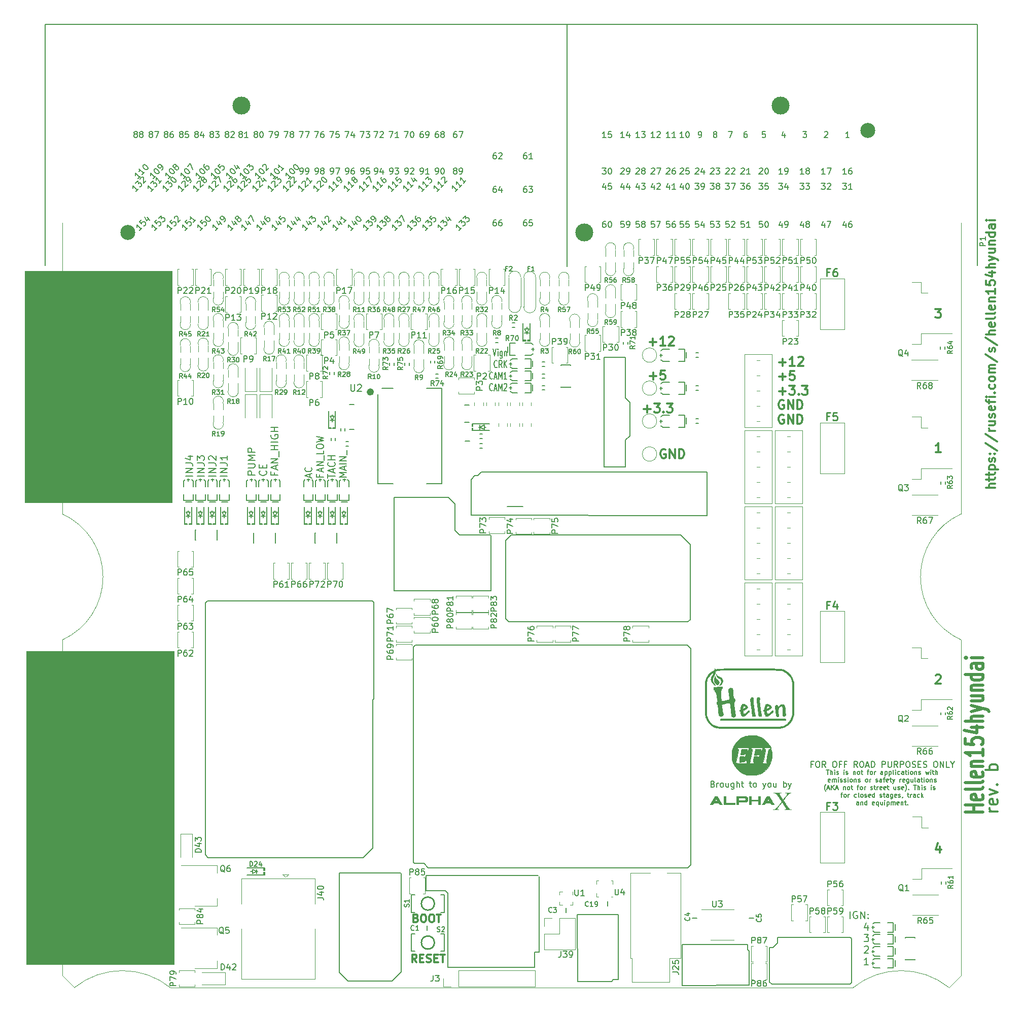
<source format=gto>
G04 #@! TF.GenerationSoftware,KiCad,Pcbnew,(5.99.0-12439-g94954386e6)*
G04 #@! TF.CreationDate,2021-09-21T06:06:15+03:00*
G04 #@! TF.ProjectId,hellen154hyundai,68656c6c-656e-4313-9534-6879756e6461,b*
G04 #@! TF.SameCoordinates,PX5f5e100PYc845880*
G04 #@! TF.FileFunction,Legend,Top*
G04 #@! TF.FilePolarity,Positive*
%FSLAX46Y46*%
G04 Gerber Fmt 4.6, Leading zero omitted, Abs format (unit mm)*
G04 Created by KiCad (PCBNEW (5.99.0-12439-g94954386e6)) date 2021-09-21 06:06:15*
%MOMM*%
%LPD*%
G01*
G04 APERTURE LIST*
%ADD10C,0.120000*%
%ADD11C,0.180000*%
%ADD12C,0.300000*%
%ADD13C,0.130000*%
%ADD14C,0.150000*%
%ADD15C,0.500000*%
%ADD16C,0.170000*%
%ADD17C,0.127000*%
%ADD18C,0.254000*%
%ADD19C,0.203200*%
%ADD20C,0.099060*%
%ADD21C,0.200000*%
%ADD22C,0.616000*%
%ADD23C,0.100000*%
%ADD24C,0.002540*%
%ADD25C,3.000000*%
%ADD26C,2.500000*%
G04 APERTURE END LIST*
D10*
X9000000Y5000000D02*
X7000000Y7000000D01*
X7000000Y84000000D02*
X7000000Y132600000D01*
X7000000Y63000000D02*
G75*
G03*
X7000000Y84000000I-4760850J10500000D01*
G01*
X157000000Y7000000D02*
X155000000Y5000000D01*
X1000000Y61100000D02*
X25600000Y61100000D01*
X25600000Y61100000D02*
X25600000Y8900000D01*
X25600000Y8900000D02*
X1000000Y8900000D01*
X1000000Y8900000D02*
X1000000Y61100000D01*
G36*
X1000000Y61100000D02*
G01*
X25600000Y61100000D01*
X25600000Y8900000D01*
X1000000Y8900000D01*
X1000000Y61100000D01*
G37*
X25000000Y5000000D02*
G75*
G03*
X9000000Y5000000I-8000000J-9942147D01*
G01*
X157000000Y63000000D02*
X157000000Y7000000D01*
X7000000Y7000000D02*
X7000000Y63000000D01*
X157000000Y84000000D02*
G75*
G03*
X157000000Y63000000I4760850J-10500000D01*
G01*
X139000000Y5000000D02*
X25000000Y5000000D01*
X155000000Y5000000D02*
G75*
G03*
X139000000Y5000000I-8000000J-9942147D01*
G01*
X157000000Y132600000D02*
X157000000Y84000000D01*
X700000Y124500000D02*
X25300000Y124500000D01*
X25300000Y124500000D02*
X25300000Y85900000D01*
X25300000Y85900000D02*
X700000Y85900000D01*
X700000Y85900000D02*
X700000Y124500000D01*
G36*
X700000Y124500000D02*
G01*
X25300000Y124500000D01*
X25300000Y85900000D01*
X700000Y85900000D01*
X700000Y124500000D01*
G37*
D11*
X28744857Y90342858D02*
X27544857Y90342858D01*
X28744857Y90914286D02*
X27544857Y90914286D01*
X28744857Y91600000D01*
X27544857Y91600000D01*
X27544857Y92514286D02*
X28402000Y92514286D01*
X28573428Y92457143D01*
X28687714Y92342858D01*
X28744857Y92171429D01*
X28744857Y92057143D01*
X27944857Y93600000D02*
X28744857Y93600000D01*
X27487714Y93314286D02*
X28344857Y93028572D01*
X28344857Y93771429D01*
X30676857Y90342858D02*
X29476857Y90342858D01*
X30676857Y90914286D02*
X29476857Y90914286D01*
X30676857Y91600000D01*
X29476857Y91600000D01*
X29476857Y92514286D02*
X30334000Y92514286D01*
X30505428Y92457143D01*
X30619714Y92342858D01*
X30676857Y92171429D01*
X30676857Y92057143D01*
X29476857Y92971429D02*
X29476857Y93714286D01*
X29934000Y93314286D01*
X29934000Y93485715D01*
X29991142Y93600000D01*
X30048285Y93657143D01*
X30162571Y93714286D01*
X30448285Y93714286D01*
X30562571Y93657143D01*
X30619714Y93600000D01*
X30676857Y93485715D01*
X30676857Y93142858D01*
X30619714Y93028572D01*
X30562571Y92971429D01*
X32608857Y90342858D02*
X31408857Y90342858D01*
X32608857Y90914286D02*
X31408857Y90914286D01*
X32608857Y91600000D01*
X31408857Y91600000D01*
X31408857Y92514286D02*
X32266000Y92514286D01*
X32437428Y92457143D01*
X32551714Y92342858D01*
X32608857Y92171429D01*
X32608857Y92057143D01*
X31523142Y93028572D02*
X31466000Y93085715D01*
X31408857Y93200000D01*
X31408857Y93485715D01*
X31466000Y93600000D01*
X31523142Y93657143D01*
X31637428Y93714286D01*
X31751714Y93714286D01*
X31923142Y93657143D01*
X32608857Y92971429D01*
X32608857Y93714286D01*
X34540857Y90342858D02*
X33340857Y90342858D01*
X34540857Y90914286D02*
X33340857Y90914286D01*
X34540857Y91600000D01*
X33340857Y91600000D01*
X33340857Y92514286D02*
X34198000Y92514286D01*
X34369428Y92457143D01*
X34483714Y92342858D01*
X34540857Y92171429D01*
X34540857Y92057143D01*
X34540857Y93714286D02*
X34540857Y93028572D01*
X34540857Y93371429D02*
X33340857Y93371429D01*
X33512285Y93257143D01*
X33626571Y93142858D01*
X33683714Y93028572D01*
D12*
X66111904Y9211905D02*
X65678571Y9830953D01*
X65369047Y9211905D02*
X65369047Y10511905D01*
X65864285Y10511905D01*
X65988095Y10450000D01*
X66050000Y10388096D01*
X66111904Y10264286D01*
X66111904Y10078572D01*
X66050000Y9954762D01*
X65988095Y9892858D01*
X65864285Y9830953D01*
X65369047Y9830953D01*
X66669047Y9892858D02*
X67102380Y9892858D01*
X67288095Y9211905D02*
X66669047Y9211905D01*
X66669047Y10511905D01*
X67288095Y10511905D01*
X67783333Y9273810D02*
X67969047Y9211905D01*
X68278571Y9211905D01*
X68402380Y9273810D01*
X68464285Y9335715D01*
X68526190Y9459524D01*
X68526190Y9583334D01*
X68464285Y9707143D01*
X68402380Y9769048D01*
X68278571Y9830953D01*
X68030952Y9892858D01*
X67907142Y9954762D01*
X67845238Y10016667D01*
X67783333Y10140477D01*
X67783333Y10264286D01*
X67845238Y10388096D01*
X67907142Y10450000D01*
X68030952Y10511905D01*
X68340476Y10511905D01*
X68526190Y10450000D01*
X69083333Y9892858D02*
X69516666Y9892858D01*
X69702380Y9211905D02*
X69083333Y9211905D01*
X69083333Y10511905D01*
X69702380Y10511905D01*
X70073809Y10511905D02*
X70816666Y10511905D01*
X70445238Y9211905D02*
X70445238Y10511905D01*
X152771428Y57078572D02*
X152842857Y57150000D01*
X152985714Y57221429D01*
X153342857Y57221429D01*
X153485714Y57150000D01*
X153557142Y57078572D01*
X153628571Y56935715D01*
X153628571Y56792858D01*
X153557142Y56578572D01*
X152700000Y55721429D01*
X153628571Y55721429D01*
D13*
X78877404Y111555143D02*
X79144071Y110355143D01*
X79410738Y111555143D01*
X79677404Y110355143D02*
X79677404Y111155143D01*
X79677404Y111555143D02*
X79639309Y111498000D01*
X79677404Y111440858D01*
X79715500Y111498000D01*
X79677404Y111555143D01*
X79677404Y111440858D01*
X80401214Y111155143D02*
X80401214Y110183715D01*
X80363119Y110069429D01*
X80325023Y110012286D01*
X80248833Y109955143D01*
X80134547Y109955143D01*
X80058357Y110012286D01*
X80401214Y110412286D02*
X80325023Y110355143D01*
X80172642Y110355143D01*
X80096452Y110412286D01*
X80058357Y110469429D01*
X80020261Y110583715D01*
X80020261Y110926572D01*
X80058357Y111040858D01*
X80096452Y111098000D01*
X80172642Y111155143D01*
X80325023Y111155143D01*
X80401214Y111098000D01*
X80782166Y111155143D02*
X80782166Y110355143D01*
X80782166Y111040858D02*
X80820261Y111098000D01*
X80896452Y111155143D01*
X81010738Y111155143D01*
X81086928Y111098000D01*
X81125023Y110983715D01*
X81125023Y110355143D01*
X79563119Y108537429D02*
X79525023Y108480286D01*
X79410738Y108423143D01*
X79334547Y108423143D01*
X79220261Y108480286D01*
X79144071Y108594572D01*
X79105976Y108708858D01*
X79067880Y108937429D01*
X79067880Y109108858D01*
X79105976Y109337429D01*
X79144071Y109451715D01*
X79220261Y109566000D01*
X79334547Y109623143D01*
X79410738Y109623143D01*
X79525023Y109566000D01*
X79563119Y109508858D01*
X80363119Y108423143D02*
X80096452Y108994572D01*
X79905976Y108423143D02*
X79905976Y109623143D01*
X80210738Y109623143D01*
X80286928Y109566000D01*
X80325023Y109508858D01*
X80363119Y109394572D01*
X80363119Y109223143D01*
X80325023Y109108858D01*
X80286928Y109051715D01*
X80210738Y108994572D01*
X79905976Y108994572D01*
X80705976Y108423143D02*
X80705976Y109623143D01*
X81163119Y108423143D02*
X80820261Y109108858D01*
X81163119Y109623143D02*
X80705976Y108937429D01*
X78801214Y106605429D02*
X78763119Y106548286D01*
X78648833Y106491143D01*
X78572642Y106491143D01*
X78458357Y106548286D01*
X78382166Y106662572D01*
X78344071Y106776858D01*
X78305976Y107005429D01*
X78305976Y107176858D01*
X78344071Y107405429D01*
X78382166Y107519715D01*
X78458357Y107634000D01*
X78572642Y107691143D01*
X78648833Y107691143D01*
X78763119Y107634000D01*
X78801214Y107576858D01*
X79105976Y106834000D02*
X79486928Y106834000D01*
X79029785Y106491143D02*
X79296452Y107691143D01*
X79563119Y106491143D01*
X79829785Y106491143D02*
X79829785Y107691143D01*
X80096452Y106834000D01*
X80363119Y107691143D01*
X80363119Y106491143D01*
X81163119Y106491143D02*
X80705976Y106491143D01*
X80934547Y106491143D02*
X80934547Y107691143D01*
X80858357Y107519715D01*
X80782166Y107405429D01*
X80705976Y107348286D01*
X78801214Y104673429D02*
X78763119Y104616286D01*
X78648833Y104559143D01*
X78572642Y104559143D01*
X78458357Y104616286D01*
X78382166Y104730572D01*
X78344071Y104844858D01*
X78305976Y105073429D01*
X78305976Y105244858D01*
X78344071Y105473429D01*
X78382166Y105587715D01*
X78458357Y105702000D01*
X78572642Y105759143D01*
X78648833Y105759143D01*
X78763119Y105702000D01*
X78801214Y105644858D01*
X79105976Y104902000D02*
X79486928Y104902000D01*
X79029785Y104559143D02*
X79296452Y105759143D01*
X79563119Y104559143D01*
X79829785Y104559143D02*
X79829785Y105759143D01*
X80096452Y104902000D01*
X80363119Y105759143D01*
X80363119Y104559143D01*
X80705976Y105644858D02*
X80744071Y105702000D01*
X80820261Y105759143D01*
X81010738Y105759143D01*
X81086928Y105702000D01*
X81125023Y105644858D01*
X81163119Y105530572D01*
X81163119Y105416286D01*
X81125023Y105244858D01*
X80667880Y104559143D01*
X81163119Y104559143D01*
D12*
X153628571Y94321429D02*
X152771428Y94321429D01*
X153200000Y94321429D02*
X153200000Y95821429D01*
X153057142Y95607143D01*
X152914285Y95464286D01*
X152771428Y95392858D01*
X105000000Y112692858D02*
X106142857Y112692858D01*
X105571428Y112121429D02*
X105571428Y113264286D01*
X107642857Y112121429D02*
X106785714Y112121429D01*
X107214285Y112121429D02*
X107214285Y113621429D01*
X107071428Y113407143D01*
X106928571Y113264286D01*
X106785714Y113192858D01*
X108214285Y113478572D02*
X108285714Y113550000D01*
X108428571Y113621429D01*
X108785714Y113621429D01*
X108928571Y113550000D01*
X109000000Y113478572D01*
X109071428Y113335715D01*
X109071428Y113192858D01*
X109000000Y112978572D01*
X108142857Y112121429D01*
X109071428Y112121429D01*
X152700000Y118221429D02*
X153628571Y118221429D01*
X153128571Y117650000D01*
X153342857Y117650000D01*
X153485714Y117578572D01*
X153557142Y117507143D01*
X153628571Y117364286D01*
X153628571Y117007143D01*
X153557142Y116864286D01*
X153485714Y116792858D01*
X153342857Y116721429D01*
X152914285Y116721429D01*
X152771428Y116792858D01*
X152700000Y116864286D01*
X162678571Y88378572D02*
X161178571Y88378572D01*
X162678571Y89021429D02*
X161892857Y89021429D01*
X161750000Y88950000D01*
X161678571Y88807143D01*
X161678571Y88592858D01*
X161750000Y88450000D01*
X161821428Y88378572D01*
X161678571Y89521429D02*
X161678571Y90092858D01*
X161178571Y89735715D02*
X162464285Y89735715D01*
X162607142Y89807143D01*
X162678571Y89950000D01*
X162678571Y90092858D01*
X161678571Y90378572D02*
X161678571Y90950000D01*
X161178571Y90592858D02*
X162464285Y90592858D01*
X162607142Y90664286D01*
X162678571Y90807143D01*
X162678571Y90950000D01*
X161678571Y91450000D02*
X163178571Y91450000D01*
X161750000Y91450000D02*
X161678571Y91592858D01*
X161678571Y91878572D01*
X161750000Y92021429D01*
X161821428Y92092858D01*
X161964285Y92164286D01*
X162392857Y92164286D01*
X162535714Y92092858D01*
X162607142Y92021429D01*
X162678571Y91878572D01*
X162678571Y91592858D01*
X162607142Y91450000D01*
X162607142Y92735715D02*
X162678571Y92878572D01*
X162678571Y93164286D01*
X162607142Y93307143D01*
X162464285Y93378572D01*
X162392857Y93378572D01*
X162250000Y93307143D01*
X162178571Y93164286D01*
X162178571Y92950000D01*
X162107142Y92807143D01*
X161964285Y92735715D01*
X161892857Y92735715D01*
X161750000Y92807143D01*
X161678571Y92950000D01*
X161678571Y93164286D01*
X161750000Y93307143D01*
X162535714Y94021429D02*
X162607142Y94092858D01*
X162678571Y94021429D01*
X162607142Y93950000D01*
X162535714Y94021429D01*
X162678571Y94021429D01*
X161750000Y94021429D02*
X161821428Y94092858D01*
X161892857Y94021429D01*
X161821428Y93950000D01*
X161750000Y94021429D01*
X161892857Y94021429D01*
X161107142Y95807143D02*
X163035714Y94521429D01*
X161107142Y97378572D02*
X163035714Y96092858D01*
X162678571Y97878572D02*
X161678571Y97878572D01*
X161964285Y97878572D02*
X161821428Y97950000D01*
X161750000Y98021429D01*
X161678571Y98164286D01*
X161678571Y98307143D01*
X161678571Y99450000D02*
X162678571Y99450000D01*
X161678571Y98807143D02*
X162464285Y98807143D01*
X162607142Y98878572D01*
X162678571Y99021429D01*
X162678571Y99235715D01*
X162607142Y99378572D01*
X162535714Y99450000D01*
X162607142Y100092858D02*
X162678571Y100235715D01*
X162678571Y100521429D01*
X162607142Y100664286D01*
X162464285Y100735715D01*
X162392857Y100735715D01*
X162250000Y100664286D01*
X162178571Y100521429D01*
X162178571Y100307143D01*
X162107142Y100164286D01*
X161964285Y100092858D01*
X161892857Y100092858D01*
X161750000Y100164286D01*
X161678571Y100307143D01*
X161678571Y100521429D01*
X161750000Y100664286D01*
X162607142Y101950000D02*
X162678571Y101807143D01*
X162678571Y101521429D01*
X162607142Y101378572D01*
X162464285Y101307143D01*
X161892857Y101307143D01*
X161750000Y101378572D01*
X161678571Y101521429D01*
X161678571Y101807143D01*
X161750000Y101950000D01*
X161892857Y102021429D01*
X162035714Y102021429D01*
X162178571Y101307143D01*
X161678571Y102450000D02*
X161678571Y103021429D01*
X162678571Y102664286D02*
X161392857Y102664286D01*
X161250000Y102735715D01*
X161178571Y102878572D01*
X161178571Y103021429D01*
X162678571Y103521429D02*
X161678571Y103521429D01*
X161178571Y103521429D02*
X161250000Y103450000D01*
X161321428Y103521429D01*
X161250000Y103592858D01*
X161178571Y103521429D01*
X161321428Y103521429D01*
X162535714Y104235715D02*
X162607142Y104307143D01*
X162678571Y104235715D01*
X162607142Y104164286D01*
X162535714Y104235715D01*
X162678571Y104235715D01*
X162607142Y105592858D02*
X162678571Y105450000D01*
X162678571Y105164286D01*
X162607142Y105021429D01*
X162535714Y104950000D01*
X162392857Y104878572D01*
X161964285Y104878572D01*
X161821428Y104950000D01*
X161750000Y105021429D01*
X161678571Y105164286D01*
X161678571Y105450000D01*
X161750000Y105592858D01*
X162678571Y106450000D02*
X162607142Y106307143D01*
X162535714Y106235715D01*
X162392857Y106164286D01*
X161964285Y106164286D01*
X161821428Y106235715D01*
X161750000Y106307143D01*
X161678571Y106450000D01*
X161678571Y106664286D01*
X161750000Y106807143D01*
X161821428Y106878572D01*
X161964285Y106950000D01*
X162392857Y106950000D01*
X162535714Y106878572D01*
X162607142Y106807143D01*
X162678571Y106664286D01*
X162678571Y106450000D01*
X162678571Y107592858D02*
X161678571Y107592858D01*
X161821428Y107592858D02*
X161750000Y107664286D01*
X161678571Y107807143D01*
X161678571Y108021429D01*
X161750000Y108164286D01*
X161892857Y108235715D01*
X162678571Y108235715D01*
X161892857Y108235715D02*
X161750000Y108307143D01*
X161678571Y108450000D01*
X161678571Y108664286D01*
X161750000Y108807143D01*
X161892857Y108878572D01*
X162678571Y108878572D01*
X161107142Y110664286D02*
X163035714Y109378572D01*
X162607142Y111092858D02*
X162678571Y111235715D01*
X162678571Y111521429D01*
X162607142Y111664286D01*
X162464285Y111735715D01*
X162392857Y111735715D01*
X162250000Y111664286D01*
X162178571Y111521429D01*
X162178571Y111307143D01*
X162107142Y111164286D01*
X161964285Y111092858D01*
X161892857Y111092858D01*
X161750000Y111164286D01*
X161678571Y111307143D01*
X161678571Y111521429D01*
X161750000Y111664286D01*
X161107142Y113450000D02*
X163035714Y112164286D01*
X162678571Y113950000D02*
X161178571Y113950000D01*
X162678571Y114592858D02*
X161892857Y114592858D01*
X161750000Y114521429D01*
X161678571Y114378572D01*
X161678571Y114164286D01*
X161750000Y114021429D01*
X161821428Y113950000D01*
X162607142Y115878572D02*
X162678571Y115735715D01*
X162678571Y115450000D01*
X162607142Y115307143D01*
X162464285Y115235715D01*
X161892857Y115235715D01*
X161750000Y115307143D01*
X161678571Y115450000D01*
X161678571Y115735715D01*
X161750000Y115878572D01*
X161892857Y115950000D01*
X162035714Y115950000D01*
X162178571Y115235715D01*
X162678571Y116807143D02*
X162607142Y116664286D01*
X162464285Y116592858D01*
X161178571Y116592858D01*
X162678571Y117592858D02*
X162607142Y117450000D01*
X162464285Y117378572D01*
X161178571Y117378572D01*
X162607142Y118735715D02*
X162678571Y118592858D01*
X162678571Y118307143D01*
X162607142Y118164286D01*
X162464285Y118092858D01*
X161892857Y118092858D01*
X161750000Y118164286D01*
X161678571Y118307143D01*
X161678571Y118592858D01*
X161750000Y118735715D01*
X161892857Y118807143D01*
X162035714Y118807143D01*
X162178571Y118092858D01*
X161678571Y119450000D02*
X162678571Y119450000D01*
X161821428Y119450000D02*
X161750000Y119521429D01*
X161678571Y119664286D01*
X161678571Y119878572D01*
X161750000Y120021429D01*
X161892857Y120092858D01*
X162678571Y120092858D01*
X162678571Y121592858D02*
X162678571Y120735715D01*
X162678571Y121164286D02*
X161178571Y121164286D01*
X161392857Y121021429D01*
X161535714Y120878572D01*
X161607142Y120735715D01*
X161178571Y122950000D02*
X161178571Y122235715D01*
X161892857Y122164286D01*
X161821428Y122235715D01*
X161750000Y122378572D01*
X161750000Y122735715D01*
X161821428Y122878572D01*
X161892857Y122950000D01*
X162035714Y123021429D01*
X162392857Y123021429D01*
X162535714Y122950000D01*
X162607142Y122878572D01*
X162678571Y122735715D01*
X162678571Y122378572D01*
X162607142Y122235715D01*
X162535714Y122164286D01*
X161678571Y124307143D02*
X162678571Y124307143D01*
X161107142Y123950000D02*
X162178571Y123592858D01*
X162178571Y124521429D01*
X162678571Y125092858D02*
X161178571Y125092858D01*
X162678571Y125735715D02*
X161892857Y125735715D01*
X161750000Y125664286D01*
X161678571Y125521429D01*
X161678571Y125307143D01*
X161750000Y125164286D01*
X161821428Y125092858D01*
X161678571Y126307143D02*
X162678571Y126664286D01*
X161678571Y127021429D02*
X162678571Y126664286D01*
X163035714Y126521429D01*
X163107142Y126450000D01*
X163178571Y126307143D01*
X161678571Y128235715D02*
X162678571Y128235715D01*
X161678571Y127592858D02*
X162464285Y127592858D01*
X162607142Y127664286D01*
X162678571Y127807143D01*
X162678571Y128021429D01*
X162607142Y128164286D01*
X162535714Y128235715D01*
X161678571Y128950000D02*
X162678571Y128950000D01*
X161821428Y128950000D02*
X161750000Y129021429D01*
X161678571Y129164286D01*
X161678571Y129378572D01*
X161750000Y129521429D01*
X161892857Y129592858D01*
X162678571Y129592858D01*
X162678571Y130950000D02*
X161178571Y130950000D01*
X162607142Y130950000D02*
X162678571Y130807143D01*
X162678571Y130521429D01*
X162607142Y130378572D01*
X162535714Y130307143D01*
X162392857Y130235715D01*
X161964285Y130235715D01*
X161821428Y130307143D01*
X161750000Y130378572D01*
X161678571Y130521429D01*
X161678571Y130807143D01*
X161750000Y130950000D01*
X162678571Y132307143D02*
X161892857Y132307143D01*
X161750000Y132235715D01*
X161678571Y132092858D01*
X161678571Y131807143D01*
X161750000Y131664286D01*
X162607142Y132307143D02*
X162678571Y132164286D01*
X162678571Y131807143D01*
X162607142Y131664286D01*
X162464285Y131592858D01*
X162321428Y131592858D01*
X162178571Y131664286D01*
X162107142Y131807143D01*
X162107142Y132164286D01*
X162035714Y132307143D01*
X162678571Y133021429D02*
X161678571Y133021429D01*
X161178571Y133021429D02*
X161250000Y132950000D01*
X161321428Y133021429D01*
X161250000Y133092858D01*
X161178571Y133021429D01*
X161321428Y133021429D01*
D14*
X115566666Y38971429D02*
X115709523Y38923810D01*
X115757142Y38876191D01*
X115804761Y38780953D01*
X115804761Y38638096D01*
X115757142Y38542858D01*
X115709523Y38495239D01*
X115614285Y38447620D01*
X115233333Y38447620D01*
X115233333Y39447620D01*
X115566666Y39447620D01*
X115661904Y39400000D01*
X115709523Y39352381D01*
X115757142Y39257143D01*
X115757142Y39161905D01*
X115709523Y39066667D01*
X115661904Y39019048D01*
X115566666Y38971429D01*
X115233333Y38971429D01*
X116233333Y38447620D02*
X116233333Y39114286D01*
X116233333Y38923810D02*
X116280952Y39019048D01*
X116328571Y39066667D01*
X116423809Y39114286D01*
X116519047Y39114286D01*
X116995238Y38447620D02*
X116900000Y38495239D01*
X116852380Y38542858D01*
X116804761Y38638096D01*
X116804761Y38923810D01*
X116852380Y39019048D01*
X116900000Y39066667D01*
X116995238Y39114286D01*
X117138095Y39114286D01*
X117233333Y39066667D01*
X117280952Y39019048D01*
X117328571Y38923810D01*
X117328571Y38638096D01*
X117280952Y38542858D01*
X117233333Y38495239D01*
X117138095Y38447620D01*
X116995238Y38447620D01*
X118185714Y39114286D02*
X118185714Y38447620D01*
X117757142Y39114286D02*
X117757142Y38590477D01*
X117804761Y38495239D01*
X117900000Y38447620D01*
X118042857Y38447620D01*
X118138095Y38495239D01*
X118185714Y38542858D01*
X119090476Y39114286D02*
X119090476Y38304762D01*
X119042857Y38209524D01*
X118995238Y38161905D01*
X118900000Y38114286D01*
X118757142Y38114286D01*
X118661904Y38161905D01*
X119090476Y38495239D02*
X118995238Y38447620D01*
X118804761Y38447620D01*
X118709523Y38495239D01*
X118661904Y38542858D01*
X118614285Y38638096D01*
X118614285Y38923810D01*
X118661904Y39019048D01*
X118709523Y39066667D01*
X118804761Y39114286D01*
X118995238Y39114286D01*
X119090476Y39066667D01*
X119566666Y38447620D02*
X119566666Y39447620D01*
X119995238Y38447620D02*
X119995238Y38971429D01*
X119947619Y39066667D01*
X119852380Y39114286D01*
X119709523Y39114286D01*
X119614285Y39066667D01*
X119566666Y39019048D01*
X120328571Y39114286D02*
X120709523Y39114286D01*
X120471428Y39447620D02*
X120471428Y38590477D01*
X120519047Y38495239D01*
X120614285Y38447620D01*
X120709523Y38447620D01*
X121661904Y39114286D02*
X122042857Y39114286D01*
X121804761Y39447620D02*
X121804761Y38590477D01*
X121852380Y38495239D01*
X121947619Y38447620D01*
X122042857Y38447620D01*
X122519047Y38447620D02*
X122423809Y38495239D01*
X122376190Y38542858D01*
X122328571Y38638096D01*
X122328571Y38923810D01*
X122376190Y39019048D01*
X122423809Y39066667D01*
X122519047Y39114286D01*
X122661904Y39114286D01*
X122757142Y39066667D01*
X122804761Y39019048D01*
X122852380Y38923810D01*
X122852380Y38638096D01*
X122804761Y38542858D01*
X122757142Y38495239D01*
X122661904Y38447620D01*
X122519047Y38447620D01*
X123947619Y39114286D02*
X124185714Y38447620D01*
X124423809Y39114286D02*
X124185714Y38447620D01*
X124090476Y38209524D01*
X124042857Y38161905D01*
X123947619Y38114286D01*
X124947619Y38447620D02*
X124852380Y38495239D01*
X124804761Y38542858D01*
X124757142Y38638096D01*
X124757142Y38923810D01*
X124804761Y39019048D01*
X124852380Y39066667D01*
X124947619Y39114286D01*
X125090476Y39114286D01*
X125185714Y39066667D01*
X125233333Y39019048D01*
X125280952Y38923810D01*
X125280952Y38638096D01*
X125233333Y38542858D01*
X125185714Y38495239D01*
X125090476Y38447620D01*
X124947619Y38447620D01*
X126138095Y39114286D02*
X126138095Y38447620D01*
X125709523Y39114286D02*
X125709523Y38590477D01*
X125757142Y38495239D01*
X125852380Y38447620D01*
X125995238Y38447620D01*
X126090476Y38495239D01*
X126138095Y38542858D01*
X127376190Y38447620D02*
X127376190Y39447620D01*
X127376190Y39066667D02*
X127471428Y39114286D01*
X127661904Y39114286D01*
X127757142Y39066667D01*
X127804761Y39019048D01*
X127852380Y38923810D01*
X127852380Y38638096D01*
X127804761Y38542858D01*
X127757142Y38495239D01*
X127661904Y38447620D01*
X127471428Y38447620D01*
X127376190Y38495239D01*
X128185714Y39114286D02*
X128423809Y38447620D01*
X128661904Y39114286D02*
X128423809Y38447620D01*
X128328571Y38209524D01*
X128280952Y38161905D01*
X128185714Y38114286D01*
D12*
X107657142Y94750000D02*
X107514285Y94821429D01*
X107300000Y94821429D01*
X107085714Y94750000D01*
X106942857Y94607143D01*
X106871428Y94464286D01*
X106800000Y94178572D01*
X106800000Y93964286D01*
X106871428Y93678572D01*
X106942857Y93535715D01*
X107085714Y93392858D01*
X107300000Y93321429D01*
X107442857Y93321429D01*
X107657142Y93392858D01*
X107728571Y93464286D01*
X107728571Y93964286D01*
X107442857Y93964286D01*
X108371428Y93321429D02*
X108371428Y94821429D01*
X109228571Y93321429D01*
X109228571Y94821429D01*
X109942857Y93321429D02*
X109942857Y94821429D01*
X110300000Y94821429D01*
X110514285Y94750000D01*
X110657142Y94607143D01*
X110728571Y94464286D01*
X110800000Y94178572D01*
X110800000Y93964286D01*
X110728571Y93678572D01*
X110657142Y93535715D01*
X110514285Y93392858D01*
X110300000Y93321429D01*
X109942857Y93321429D01*
X66035714Y16592858D02*
X66221428Y16530953D01*
X66283333Y16469048D01*
X66345238Y16345239D01*
X66345238Y16159524D01*
X66283333Y16035715D01*
X66221428Y15973810D01*
X66097619Y15911905D01*
X65602380Y15911905D01*
X65602380Y17211905D01*
X66035714Y17211905D01*
X66159523Y17150000D01*
X66221428Y17088096D01*
X66283333Y16964286D01*
X66283333Y16840477D01*
X66221428Y16716667D01*
X66159523Y16654762D01*
X66035714Y16592858D01*
X65602380Y16592858D01*
X67150000Y17211905D02*
X67397619Y17211905D01*
X67521428Y17150000D01*
X67645238Y17026191D01*
X67707142Y16778572D01*
X67707142Y16345239D01*
X67645238Y16097620D01*
X67521428Y15973810D01*
X67397619Y15911905D01*
X67150000Y15911905D01*
X67026190Y15973810D01*
X66902380Y16097620D01*
X66840476Y16345239D01*
X66840476Y16778572D01*
X66902380Y17026191D01*
X67026190Y17150000D01*
X67150000Y17211905D01*
X68511904Y17211905D02*
X68759523Y17211905D01*
X68883333Y17150000D01*
X69007142Y17026191D01*
X69069047Y16778572D01*
X69069047Y16345239D01*
X69007142Y16097620D01*
X68883333Y15973810D01*
X68759523Y15911905D01*
X68511904Y15911905D01*
X68388095Y15973810D01*
X68264285Y16097620D01*
X68202380Y16345239D01*
X68202380Y16778572D01*
X68264285Y17026191D01*
X68388095Y17150000D01*
X68511904Y17211905D01*
X69440476Y17211905D02*
X70183333Y17211905D01*
X69811904Y15911905D02*
X69811904Y17211905D01*
X104042857Y101492858D02*
X105185714Y101492858D01*
X104614285Y100921429D02*
X104614285Y102064286D01*
X105757142Y102421429D02*
X106685714Y102421429D01*
X106185714Y101850000D01*
X106400000Y101850000D01*
X106542857Y101778572D01*
X106614285Y101707143D01*
X106685714Y101564286D01*
X106685714Y101207143D01*
X106614285Y101064286D01*
X106542857Y100992858D01*
X106400000Y100921429D01*
X105971428Y100921429D01*
X105828571Y100992858D01*
X105757142Y101064286D01*
X107328571Y101064286D02*
X107400000Y100992858D01*
X107328571Y100921429D01*
X107257142Y100992858D01*
X107328571Y101064286D01*
X107328571Y100921429D01*
X107900000Y102421429D02*
X108828571Y102421429D01*
X108328571Y101850000D01*
X108542857Y101850000D01*
X108685714Y101778572D01*
X108757142Y101707143D01*
X108828571Y101564286D01*
X108828571Y101207143D01*
X108757142Y101064286D01*
X108685714Y100992858D01*
X108542857Y100921429D01*
X108114285Y100921429D01*
X107971428Y100992858D01*
X107900000Y101064286D01*
X153485714Y28521429D02*
X153485714Y27521429D01*
X153128571Y29092858D02*
X152771428Y28021429D01*
X153700000Y28021429D01*
D11*
X48302000Y90126524D02*
X48302000Y90650334D01*
X48644857Y90021762D02*
X47444857Y90388429D01*
X48644857Y90755096D01*
X48530571Y91750334D02*
X48587714Y91697953D01*
X48644857Y91540810D01*
X48644857Y91436048D01*
X48587714Y91278905D01*
X48473428Y91174143D01*
X48359142Y91121762D01*
X48130571Y91069381D01*
X47959142Y91069381D01*
X47730571Y91121762D01*
X47616285Y91174143D01*
X47502000Y91278905D01*
X47444857Y91436048D01*
X47444857Y91540810D01*
X47502000Y91697953D01*
X47559142Y91750334D01*
X49948285Y90545572D02*
X49948285Y90178905D01*
X50576857Y90178905D02*
X49376857Y90178905D01*
X49376857Y90702715D01*
X50234000Y91069381D02*
X50234000Y91593191D01*
X50576857Y90964620D02*
X49376857Y91331286D01*
X50576857Y91697953D01*
X50576857Y92064620D02*
X49376857Y92064620D01*
X50576857Y92693191D01*
X49376857Y92693191D01*
X50691142Y92955096D02*
X50691142Y93793191D01*
X50576857Y94578905D02*
X50576857Y94055096D01*
X49376857Y94055096D01*
X49376857Y95155096D02*
X49376857Y95364620D01*
X49434000Y95469381D01*
X49548285Y95574143D01*
X49776857Y95626524D01*
X50176857Y95626524D01*
X50405428Y95574143D01*
X50519714Y95469381D01*
X50576857Y95364620D01*
X50576857Y95155096D01*
X50519714Y95050334D01*
X50405428Y94945572D01*
X50176857Y94893191D01*
X49776857Y94893191D01*
X49548285Y94945572D01*
X49434000Y95050334D01*
X49376857Y95155096D01*
X49376857Y95993191D02*
X50576857Y96255096D01*
X49719714Y96464620D01*
X50576857Y96674143D01*
X49376857Y96936048D01*
X51308857Y90021762D02*
X51308857Y90650334D01*
X52508857Y90336048D02*
X51308857Y90336048D01*
X52166000Y90964620D02*
X52166000Y91488429D01*
X52508857Y90859858D02*
X51308857Y91226524D01*
X52508857Y91593191D01*
X52394571Y92588429D02*
X52451714Y92536048D01*
X52508857Y92378905D01*
X52508857Y92274143D01*
X52451714Y92117000D01*
X52337428Y92012239D01*
X52223142Y91959858D01*
X51994571Y91907477D01*
X51823142Y91907477D01*
X51594571Y91959858D01*
X51480285Y92012239D01*
X51366000Y92117000D01*
X51308857Y92274143D01*
X51308857Y92378905D01*
X51366000Y92536048D01*
X51423142Y92588429D01*
X52508857Y93059858D02*
X51308857Y93059858D01*
X51880285Y93059858D02*
X51880285Y93688429D01*
X52508857Y93688429D02*
X51308857Y93688429D01*
X54440857Y90178905D02*
X53240857Y90178905D01*
X54098000Y90545572D01*
X53240857Y90912239D01*
X54440857Y90912239D01*
X54098000Y91383667D02*
X54098000Y91907477D01*
X54440857Y91278905D02*
X53240857Y91645572D01*
X54440857Y92012239D01*
X54440857Y92378905D02*
X53240857Y92378905D01*
X54440857Y92902715D02*
X53240857Y92902715D01*
X54440857Y93531286D01*
X53240857Y93531286D01*
D15*
X160677142Y34301191D02*
X157677142Y34301191D01*
X159105714Y34301191D02*
X159105714Y35444048D01*
X160677142Y35444048D02*
X157677142Y35444048D01*
X160534285Y37158334D02*
X160677142Y36967858D01*
X160677142Y36586905D01*
X160534285Y36396429D01*
X160248571Y36301191D01*
X159105714Y36301191D01*
X158820000Y36396429D01*
X158677142Y36586905D01*
X158677142Y36967858D01*
X158820000Y37158334D01*
X159105714Y37253572D01*
X159391428Y37253572D01*
X159677142Y36301191D01*
X160677142Y38396429D02*
X160534285Y38205953D01*
X160248571Y38110715D01*
X157677142Y38110715D01*
X160677142Y39444048D02*
X160534285Y39253572D01*
X160248571Y39158334D01*
X157677142Y39158334D01*
X160534285Y40967858D02*
X160677142Y40777381D01*
X160677142Y40396429D01*
X160534285Y40205953D01*
X160248571Y40110715D01*
X159105714Y40110715D01*
X158820000Y40205953D01*
X158677142Y40396429D01*
X158677142Y40777381D01*
X158820000Y40967858D01*
X159105714Y41063096D01*
X159391428Y41063096D01*
X159677142Y40110715D01*
X158677142Y41920239D02*
X160677142Y41920239D01*
X158962857Y41920239D02*
X158820000Y42015477D01*
X158677142Y42205953D01*
X158677142Y42491667D01*
X158820000Y42682143D01*
X159105714Y42777381D01*
X160677142Y42777381D01*
X160677142Y44777381D02*
X160677142Y43634524D01*
X160677142Y44205953D02*
X157677142Y44205953D01*
X158105714Y44015477D01*
X158391428Y43825000D01*
X158534285Y43634524D01*
X157677142Y46586905D02*
X157677142Y45634524D01*
X159105714Y45539286D01*
X158962857Y45634524D01*
X158820000Y45825000D01*
X158820000Y46301191D01*
X158962857Y46491667D01*
X159105714Y46586905D01*
X159391428Y46682143D01*
X160105714Y46682143D01*
X160391428Y46586905D01*
X160534285Y46491667D01*
X160677142Y46301191D01*
X160677142Y45825000D01*
X160534285Y45634524D01*
X160391428Y45539286D01*
X158677142Y48396429D02*
X160677142Y48396429D01*
X157534285Y47920239D02*
X159677142Y47444048D01*
X159677142Y48682143D01*
X160677142Y49444048D02*
X157677142Y49444048D01*
X160677142Y50301191D02*
X159105714Y50301191D01*
X158820000Y50205953D01*
X158677142Y50015477D01*
X158677142Y49729762D01*
X158820000Y49539286D01*
X158962857Y49444048D01*
X158677142Y51063096D02*
X160677142Y51539286D01*
X158677142Y52015477D02*
X160677142Y51539286D01*
X161391428Y51348810D01*
X161534285Y51253572D01*
X161677142Y51063096D01*
X158677142Y53634524D02*
X160677142Y53634524D01*
X158677142Y52777381D02*
X160248571Y52777381D01*
X160534285Y52872620D01*
X160677142Y53063096D01*
X160677142Y53348810D01*
X160534285Y53539286D01*
X160391428Y53634524D01*
X158677142Y54586905D02*
X160677142Y54586905D01*
X158962857Y54586905D02*
X158820000Y54682143D01*
X158677142Y54872620D01*
X158677142Y55158334D01*
X158820000Y55348810D01*
X159105714Y55444048D01*
X160677142Y55444048D01*
X160677142Y57253572D02*
X157677142Y57253572D01*
X160534285Y57253572D02*
X160677142Y57063096D01*
X160677142Y56682143D01*
X160534285Y56491667D01*
X160391428Y56396429D01*
X160105714Y56301191D01*
X159248571Y56301191D01*
X158962857Y56396429D01*
X158820000Y56491667D01*
X158677142Y56682143D01*
X158677142Y57063096D01*
X158820000Y57253572D01*
X160677142Y59063096D02*
X159105714Y59063096D01*
X158820000Y58967858D01*
X158677142Y58777381D01*
X158677142Y58396429D01*
X158820000Y58205953D01*
X160534285Y59063096D02*
X160677142Y58872620D01*
X160677142Y58396429D01*
X160534285Y58205953D01*
X160248571Y58110715D01*
X159962857Y58110715D01*
X159677142Y58205953D01*
X159534285Y58396429D01*
X159534285Y58872620D01*
X159391428Y59063096D01*
X160677142Y60015477D02*
X158677142Y60015477D01*
X157677142Y60015477D02*
X157820000Y59920239D01*
X157962857Y60015477D01*
X157820000Y60110715D01*
X157677142Y60015477D01*
X157962857Y60015477D01*
D12*
X126612142Y109312858D02*
X127755000Y109312858D01*
X127183571Y108741429D02*
X127183571Y109884286D01*
X129255000Y108741429D02*
X128397857Y108741429D01*
X128826428Y108741429D02*
X128826428Y110241429D01*
X128683571Y110027143D01*
X128540714Y109884286D01*
X128397857Y109812858D01*
X129826428Y110098572D02*
X129897857Y110170000D01*
X130040714Y110241429D01*
X130397857Y110241429D01*
X130540714Y110170000D01*
X130612142Y110098572D01*
X130683571Y109955715D01*
X130683571Y109812858D01*
X130612142Y109598572D01*
X129755000Y108741429D01*
X130683571Y108741429D01*
X126612142Y106897858D02*
X127755000Y106897858D01*
X127183571Y106326429D02*
X127183571Y107469286D01*
X129183571Y107826429D02*
X128469285Y107826429D01*
X128397857Y107112143D01*
X128469285Y107183572D01*
X128612142Y107255000D01*
X128969285Y107255000D01*
X129112142Y107183572D01*
X129183571Y107112143D01*
X129255000Y106969286D01*
X129255000Y106612143D01*
X129183571Y106469286D01*
X129112142Y106397858D01*
X128969285Y106326429D01*
X128612142Y106326429D01*
X128469285Y106397858D01*
X128397857Y106469286D01*
X126612142Y104482858D02*
X127755000Y104482858D01*
X127183571Y103911429D02*
X127183571Y105054286D01*
X128326428Y105411429D02*
X129255000Y105411429D01*
X128755000Y104840000D01*
X128969285Y104840000D01*
X129112142Y104768572D01*
X129183571Y104697143D01*
X129255000Y104554286D01*
X129255000Y104197143D01*
X129183571Y104054286D01*
X129112142Y103982858D01*
X128969285Y103911429D01*
X128540714Y103911429D01*
X128397857Y103982858D01*
X128326428Y104054286D01*
X129897857Y104054286D02*
X129969285Y103982858D01*
X129897857Y103911429D01*
X129826428Y103982858D01*
X129897857Y104054286D01*
X129897857Y103911429D01*
X130469285Y105411429D02*
X131397857Y105411429D01*
X130897857Y104840000D01*
X131112142Y104840000D01*
X131255000Y104768572D01*
X131326428Y104697143D01*
X131397857Y104554286D01*
X131397857Y104197143D01*
X131326428Y104054286D01*
X131255000Y103982858D01*
X131112142Y103911429D01*
X130683571Y103911429D01*
X130540714Y103982858D01*
X130469285Y104054286D01*
X127397857Y102925000D02*
X127255000Y102996429D01*
X127040714Y102996429D01*
X126826428Y102925000D01*
X126683571Y102782143D01*
X126612142Y102639286D01*
X126540714Y102353572D01*
X126540714Y102139286D01*
X126612142Y101853572D01*
X126683571Y101710715D01*
X126826428Y101567858D01*
X127040714Y101496429D01*
X127183571Y101496429D01*
X127397857Y101567858D01*
X127469285Y101639286D01*
X127469285Y102139286D01*
X127183571Y102139286D01*
X128112142Y101496429D02*
X128112142Y102996429D01*
X128969285Y101496429D01*
X128969285Y102996429D01*
X129683571Y101496429D02*
X129683571Y102996429D01*
X130040714Y102996429D01*
X130255000Y102925000D01*
X130397857Y102782143D01*
X130469285Y102639286D01*
X130540714Y102353572D01*
X130540714Y102139286D01*
X130469285Y101853572D01*
X130397857Y101710715D01*
X130255000Y101567858D01*
X130040714Y101496429D01*
X129683571Y101496429D01*
X127397857Y100510000D02*
X127255000Y100581429D01*
X127040714Y100581429D01*
X126826428Y100510000D01*
X126683571Y100367143D01*
X126612142Y100224286D01*
X126540714Y99938572D01*
X126540714Y99724286D01*
X126612142Y99438572D01*
X126683571Y99295715D01*
X126826428Y99152858D01*
X127040714Y99081429D01*
X127183571Y99081429D01*
X127397857Y99152858D01*
X127469285Y99224286D01*
X127469285Y99724286D01*
X127183571Y99724286D01*
X128112142Y99081429D02*
X128112142Y100581429D01*
X128969285Y99081429D01*
X128969285Y100581429D01*
X129683571Y99081429D02*
X129683571Y100581429D01*
X130040714Y100581429D01*
X130255000Y100510000D01*
X130397857Y100367143D01*
X130469285Y100224286D01*
X130540714Y99938572D01*
X130540714Y99724286D01*
X130469285Y99438572D01*
X130397857Y99295715D01*
X130255000Y99152858D01*
X130040714Y99081429D01*
X129683571Y99081429D01*
X163104761Y34371191D02*
X161771428Y34371191D01*
X162152380Y34371191D02*
X161961904Y34466429D01*
X161866666Y34561667D01*
X161771428Y34752143D01*
X161771428Y34942620D01*
X163009523Y36371191D02*
X163104761Y36180715D01*
X163104761Y35799762D01*
X163009523Y35609286D01*
X162819047Y35514048D01*
X162057142Y35514048D01*
X161866666Y35609286D01*
X161771428Y35799762D01*
X161771428Y36180715D01*
X161866666Y36371191D01*
X162057142Y36466429D01*
X162247619Y36466429D01*
X162438095Y35514048D01*
X161771428Y37133096D02*
X163104761Y37609286D01*
X161771428Y38085477D01*
X162914285Y38847381D02*
X163009523Y38942620D01*
X163104761Y38847381D01*
X163009523Y38752143D01*
X162914285Y38847381D01*
X163104761Y38847381D01*
X163104761Y41323572D02*
X161104761Y41323572D01*
X161866666Y41323572D02*
X161771428Y41514048D01*
X161771428Y41895000D01*
X161866666Y42085477D01*
X161961904Y42180715D01*
X162152380Y42275953D01*
X162723809Y42275953D01*
X162914285Y42180715D01*
X163009523Y42085477D01*
X163104761Y41895000D01*
X163104761Y41514048D01*
X163009523Y41323572D01*
X105014285Y106992858D02*
X106157142Y106992858D01*
X105585714Y106421429D02*
X105585714Y107564286D01*
X107585714Y107921429D02*
X106871428Y107921429D01*
X106800000Y107207143D01*
X106871428Y107278572D01*
X107014285Y107350000D01*
X107371428Y107350000D01*
X107514285Y107278572D01*
X107585714Y107207143D01*
X107657142Y107064286D01*
X107657142Y106707143D01*
X107585714Y106564286D01*
X107514285Y106492858D01*
X107371428Y106421429D01*
X107014285Y106421429D01*
X106871428Y106492858D01*
X106800000Y106564286D01*
D11*
X39135863Y90502715D02*
X37935863Y90502715D01*
X37935863Y90959858D01*
X37993006Y91074143D01*
X38050148Y91131286D01*
X38164434Y91188429D01*
X38335863Y91188429D01*
X38450148Y91131286D01*
X38507291Y91074143D01*
X38564434Y90959858D01*
X38564434Y90502715D01*
X37935863Y91702715D02*
X38907291Y91702715D01*
X39021577Y91759858D01*
X39078720Y91817000D01*
X39135863Y91931286D01*
X39135863Y92159858D01*
X39078720Y92274143D01*
X39021577Y92331286D01*
X38907291Y92388429D01*
X37935863Y92388429D01*
X39135863Y92959858D02*
X37935863Y92959858D01*
X38793006Y93359858D01*
X37935863Y93759858D01*
X39135863Y93759858D01*
X39135863Y94331286D02*
X37935863Y94331286D01*
X37935863Y94788429D01*
X37993006Y94902715D01*
X38050148Y94959858D01*
X38164434Y95017000D01*
X38335863Y95017000D01*
X38450148Y94959858D01*
X38507291Y94902715D01*
X38564434Y94788429D01*
X38564434Y94331286D01*
X40953577Y91188429D02*
X41010720Y91131286D01*
X41067863Y90959858D01*
X41067863Y90845572D01*
X41010720Y90674143D01*
X40896434Y90559858D01*
X40782148Y90502715D01*
X40553577Y90445572D01*
X40382148Y90445572D01*
X40153577Y90502715D01*
X40039291Y90559858D01*
X39925006Y90674143D01*
X39867863Y90845572D01*
X39867863Y90959858D01*
X39925006Y91131286D01*
X39982148Y91188429D01*
X40439291Y91702715D02*
X40439291Y92102715D01*
X41067863Y92274143D02*
X41067863Y91702715D01*
X39867863Y91702715D01*
X39867863Y92274143D01*
X42371291Y90902715D02*
X42371291Y90502715D01*
X42999863Y90502715D02*
X41799863Y90502715D01*
X41799863Y91074143D01*
X42657006Y91474143D02*
X42657006Y92045572D01*
X42999863Y91359858D02*
X41799863Y91759858D01*
X42999863Y92159858D01*
X42999863Y92559858D02*
X41799863Y92559858D01*
X42999863Y93245572D01*
X41799863Y93245572D01*
X43114148Y93531286D02*
X43114148Y94445572D01*
X42999863Y94731286D02*
X41799863Y94731286D01*
X42371291Y94731286D02*
X42371291Y95417000D01*
X42999863Y95417000D02*
X41799863Y95417000D01*
X42999863Y95988429D02*
X41799863Y95988429D01*
X41857006Y97188429D02*
X41799863Y97074143D01*
X41799863Y96902715D01*
X41857006Y96731286D01*
X41971291Y96617000D01*
X42085577Y96559858D01*
X42314148Y96502715D01*
X42485577Y96502715D01*
X42714148Y96559858D01*
X42828434Y96617000D01*
X42942720Y96731286D01*
X42999863Y96902715D01*
X42999863Y97017000D01*
X42942720Y97188429D01*
X42885577Y97245572D01*
X42485577Y97245572D01*
X42485577Y97017000D01*
X42999863Y97759858D02*
X41799863Y97759858D01*
X42371291Y97759858D02*
X42371291Y98445572D01*
X42999863Y98445572D02*
X41799863Y98445572D01*
X138468714Y16521143D02*
X138468714Y17721143D01*
X139668714Y17664000D02*
X139554428Y17721143D01*
X139383000Y17721143D01*
X139211571Y17664000D01*
X139097285Y17549715D01*
X139040142Y17435429D01*
X138983000Y17206858D01*
X138983000Y17035429D01*
X139040142Y16806858D01*
X139097285Y16692572D01*
X139211571Y16578286D01*
X139383000Y16521143D01*
X139497285Y16521143D01*
X139668714Y16578286D01*
X139725857Y16635429D01*
X139725857Y17035429D01*
X139497285Y17035429D01*
X140240142Y16521143D02*
X140240142Y17721143D01*
X140925857Y16521143D01*
X140925857Y17721143D01*
X141497285Y16635429D02*
X141554428Y16578286D01*
X141497285Y16521143D01*
X141440142Y16578286D01*
X141497285Y16635429D01*
X141497285Y16521143D01*
X141497285Y17264000D02*
X141554428Y17206858D01*
X141497285Y17149715D01*
X141440142Y17206858D01*
X141497285Y17264000D01*
X141497285Y17149715D01*
X141440142Y15389143D02*
X141440142Y14589143D01*
X141154428Y15846286D02*
X140868714Y14989143D01*
X141611571Y14989143D01*
X140811571Y13857143D02*
X141554428Y13857143D01*
X141154428Y13400000D01*
X141325857Y13400000D01*
X141440142Y13342858D01*
X141497285Y13285715D01*
X141554428Y13171429D01*
X141554428Y12885715D01*
X141497285Y12771429D01*
X141440142Y12714286D01*
X141325857Y12657143D01*
X140983000Y12657143D01*
X140868714Y12714286D01*
X140811571Y12771429D01*
X140868714Y11810858D02*
X140925857Y11868000D01*
X141040142Y11925143D01*
X141325857Y11925143D01*
X141440142Y11868000D01*
X141497285Y11810858D01*
X141554428Y11696572D01*
X141554428Y11582286D01*
X141497285Y11410858D01*
X140811571Y10725143D01*
X141554428Y10725143D01*
X141554428Y8793143D02*
X140868714Y8793143D01*
X141211571Y8793143D02*
X141211571Y9993143D01*
X141097285Y9821715D01*
X140983000Y9707429D01*
X140868714Y9650286D01*
D16*
G04 #@! TO.C,R70*
X81531769Y112953193D02*
X81258436Y113343669D01*
X81063198Y112953193D02*
X81063198Y113773193D01*
X81375579Y113773193D01*
X81453674Y113734145D01*
X81492721Y113695098D01*
X81531769Y113617003D01*
X81531769Y113499860D01*
X81492721Y113421765D01*
X81453674Y113382717D01*
X81375579Y113343669D01*
X81063198Y113343669D01*
X81805102Y113773193D02*
X82351769Y113773193D01*
X82000340Y112953193D01*
X82820340Y113773193D02*
X82898436Y113773193D01*
X82976531Y113734145D01*
X83015579Y113695098D01*
X83054626Y113617003D01*
X83093674Y113460812D01*
X83093674Y113265574D01*
X83054626Y113109384D01*
X83015579Y113031288D01*
X82976531Y112992241D01*
X82898436Y112953193D01*
X82820340Y112953193D01*
X82742245Y112992241D01*
X82703198Y113031288D01*
X82664150Y113109384D01*
X82625102Y113265574D01*
X82625102Y113460812D01*
X82664150Y113617003D01*
X82703198Y113695098D01*
X82742245Y113734145D01*
X82820340Y113773193D01*
D14*
G04 #@! TO.C,P37*
X103285714Y125797620D02*
X103285714Y126797620D01*
X103666666Y126797620D01*
X103761904Y126750000D01*
X103809523Y126702381D01*
X103857142Y126607143D01*
X103857142Y126464286D01*
X103809523Y126369048D01*
X103761904Y126321429D01*
X103666666Y126273810D01*
X103285714Y126273810D01*
X104190476Y126797620D02*
X104809523Y126797620D01*
X104476190Y126416667D01*
X104619047Y126416667D01*
X104714285Y126369048D01*
X104761904Y126321429D01*
X104809523Y126226191D01*
X104809523Y125988096D01*
X104761904Y125892858D01*
X104714285Y125845239D01*
X104619047Y125797620D01*
X104333333Y125797620D01*
X104238095Y125845239D01*
X104190476Y125892858D01*
X105142857Y126797620D02*
X105809523Y126797620D01*
X105380952Y125797620D01*
D17*
G04 #@! TO.C,R31*
X32510142Y103955286D02*
X32256142Y104318143D01*
X32074714Y103955286D02*
X32074714Y104717286D01*
X32365000Y104717286D01*
X32437571Y104681000D01*
X32473857Y104644715D01*
X32510142Y104572143D01*
X32510142Y104463286D01*
X32473857Y104390715D01*
X32437571Y104354429D01*
X32365000Y104318143D01*
X32074714Y104318143D01*
X32764142Y104717286D02*
X33235857Y104717286D01*
X32981857Y104427000D01*
X33090714Y104427000D01*
X33163285Y104390715D01*
X33199571Y104354429D01*
X33235857Y104281858D01*
X33235857Y104100429D01*
X33199571Y104027858D01*
X33163285Y103991572D01*
X33090714Y103955286D01*
X32873000Y103955286D01*
X32800428Y103991572D01*
X32764142Y104027858D01*
X33961571Y103955286D02*
X33526142Y103955286D01*
X33743857Y103955286D02*
X33743857Y104717286D01*
X33671285Y104608429D01*
X33598714Y104535858D01*
X33526142Y104499572D01*
D14*
G04 #@! TO.C,R66*
X150319642Y43927621D02*
X149986309Y44403811D01*
X149748214Y43927621D02*
X149748214Y44927621D01*
X150129166Y44927621D01*
X150224404Y44880001D01*
X150272023Y44832382D01*
X150319642Y44737144D01*
X150319642Y44594287D01*
X150272023Y44499049D01*
X150224404Y44451430D01*
X150129166Y44403811D01*
X149748214Y44403811D01*
X151176785Y44927621D02*
X150986309Y44927621D01*
X150891071Y44880001D01*
X150843452Y44832382D01*
X150748214Y44689525D01*
X150700595Y44499049D01*
X150700595Y44118097D01*
X150748214Y44022859D01*
X150795833Y43975240D01*
X150891071Y43927621D01*
X151081547Y43927621D01*
X151176785Y43975240D01*
X151224404Y44022859D01*
X151272023Y44118097D01*
X151272023Y44356192D01*
X151224404Y44451430D01*
X151176785Y44499049D01*
X151081547Y44546668D01*
X150891071Y44546668D01*
X150795833Y44499049D01*
X150748214Y44451430D01*
X150700595Y44356192D01*
X152129166Y44927621D02*
X151938690Y44927621D01*
X151843452Y44880001D01*
X151795833Y44832382D01*
X151700595Y44689525D01*
X151652976Y44499049D01*
X151652976Y44118097D01*
X151700595Y44022859D01*
X151748214Y43975240D01*
X151843452Y43927621D01*
X152033928Y43927621D01*
X152129166Y43975240D01*
X152176785Y44022859D01*
X152224404Y44118097D01*
X152224404Y44356192D01*
X152176785Y44451430D01*
X152129166Y44499049D01*
X152033928Y44546668D01*
X151843452Y44546668D01*
X151748214Y44499049D01*
X151700595Y44451430D01*
X151652976Y44356192D01*
G04 #@! TO.C,P33*
X127285714Y116797620D02*
X127285714Y117797620D01*
X127666666Y117797620D01*
X127761904Y117750000D01*
X127809523Y117702381D01*
X127857142Y117607143D01*
X127857142Y117464286D01*
X127809523Y117369048D01*
X127761904Y117321429D01*
X127666666Y117273810D01*
X127285714Y117273810D01*
X128190476Y117797620D02*
X128809523Y117797620D01*
X128476190Y117416667D01*
X128619047Y117416667D01*
X128714285Y117369048D01*
X128761904Y117321429D01*
X128809523Y117226191D01*
X128809523Y116988096D01*
X128761904Y116892858D01*
X128714285Y116845239D01*
X128619047Y116797620D01*
X128333333Y116797620D01*
X128238095Y116845239D01*
X128190476Y116892858D01*
X129142857Y117797620D02*
X129761904Y117797620D01*
X129428571Y117416667D01*
X129571428Y117416667D01*
X129666666Y117369048D01*
X129714285Y117321429D01*
X129761904Y117226191D01*
X129761904Y116988096D01*
X129714285Y116892858D01*
X129666666Y116845239D01*
X129571428Y116797620D01*
X129285714Y116797620D01*
X129190476Y116845239D01*
X129142857Y116892858D01*
G04 #@! TO.C,P46*
X112285714Y121297620D02*
X112285714Y122297620D01*
X112666666Y122297620D01*
X112761904Y122250000D01*
X112809523Y122202381D01*
X112857142Y122107143D01*
X112857142Y121964286D01*
X112809523Y121869048D01*
X112761904Y121821429D01*
X112666666Y121773810D01*
X112285714Y121773810D01*
X113714285Y121964286D02*
X113714285Y121297620D01*
X113476190Y122345239D02*
X113238095Y121630953D01*
X113857142Y121630953D01*
X114666666Y122297620D02*
X114476190Y122297620D01*
X114380952Y122250000D01*
X114333333Y122202381D01*
X114238095Y122059524D01*
X114190476Y121869048D01*
X114190476Y121488096D01*
X114238095Y121392858D01*
X114285714Y121345239D01*
X114380952Y121297620D01*
X114571428Y121297620D01*
X114666666Y121345239D01*
X114714285Y121392858D01*
X114761904Y121488096D01*
X114761904Y121726191D01*
X114714285Y121821429D01*
X114666666Y121869048D01*
X114571428Y121916667D01*
X114380952Y121916667D01*
X114285714Y121869048D01*
X114238095Y121821429D01*
X114190476Y121726191D01*
G04 #@! TO.C,J3*
X68866666Y7047620D02*
X68866666Y6333334D01*
X68819047Y6190477D01*
X68723809Y6095239D01*
X68580952Y6047620D01*
X68485714Y6047620D01*
X69247619Y7047620D02*
X69866666Y7047620D01*
X69533333Y6666667D01*
X69676190Y6666667D01*
X69771428Y6619048D01*
X69819047Y6571429D01*
X69866666Y6476191D01*
X69866666Y6238096D01*
X69819047Y6142858D01*
X69771428Y6095239D01*
X69676190Y6047620D01*
X69390476Y6047620D01*
X69295238Y6095239D01*
X69247619Y6142858D01*
D17*
G04 #@! TO.C,F1*
X84946000Y124954429D02*
X84692000Y124954429D01*
X84692000Y124555286D02*
X84692000Y125317286D01*
X85054857Y125317286D01*
X85744285Y124555286D02*
X85308857Y124555286D01*
X85526571Y124555286D02*
X85526571Y125317286D01*
X85454000Y125208429D01*
X85381428Y125135858D01*
X85308857Y125099572D01*
D14*
G04 #@! TO.C,P85*
X64985714Y23797620D02*
X64985714Y24797620D01*
X65366666Y24797620D01*
X65461904Y24750000D01*
X65509523Y24702381D01*
X65557142Y24607143D01*
X65557142Y24464286D01*
X65509523Y24369048D01*
X65461904Y24321429D01*
X65366666Y24273810D01*
X64985714Y24273810D01*
X66128571Y24369048D02*
X66033333Y24416667D01*
X65985714Y24464286D01*
X65938095Y24559524D01*
X65938095Y24607143D01*
X65985714Y24702381D01*
X66033333Y24750000D01*
X66128571Y24797620D01*
X66319047Y24797620D01*
X66414285Y24750000D01*
X66461904Y24702381D01*
X66509523Y24607143D01*
X66509523Y24559524D01*
X66461904Y24464286D01*
X66414285Y24416667D01*
X66319047Y24369048D01*
X66128571Y24369048D01*
X66033333Y24321429D01*
X65985714Y24273810D01*
X65938095Y24178572D01*
X65938095Y23988096D01*
X65985714Y23892858D01*
X66033333Y23845239D01*
X66128571Y23797620D01*
X66319047Y23797620D01*
X66414285Y23845239D01*
X66461904Y23892858D01*
X66509523Y23988096D01*
X66509523Y24178572D01*
X66461904Y24273810D01*
X66414285Y24321429D01*
X66319047Y24369048D01*
X67414285Y24797620D02*
X66938095Y24797620D01*
X66890476Y24321429D01*
X66938095Y24369048D01*
X67033333Y24416667D01*
X67271428Y24416667D01*
X67366666Y24369048D01*
X67414285Y24321429D01*
X67461904Y24226191D01*
X67461904Y23988096D01*
X67414285Y23892858D01*
X67366666Y23845239D01*
X67271428Y23797620D01*
X67033333Y23797620D01*
X66938095Y23845239D01*
X66890476Y23892858D01*
G04 #@! TO.C,Q1*
X147354761Y21077381D02*
X147259523Y21125000D01*
X147164285Y21220239D01*
X147021428Y21363096D01*
X146926190Y21410715D01*
X146830952Y21410715D01*
X146878571Y21172620D02*
X146783333Y21220239D01*
X146688095Y21315477D01*
X146640476Y21505953D01*
X146640476Y21839286D01*
X146688095Y22029762D01*
X146783333Y22125000D01*
X146878571Y22172620D01*
X147069047Y22172620D01*
X147164285Y22125000D01*
X147259523Y22029762D01*
X147307142Y21839286D01*
X147307142Y21505953D01*
X147259523Y21315477D01*
X147164285Y21220239D01*
X147069047Y21172620D01*
X146878571Y21172620D01*
X148259523Y21172620D02*
X147688095Y21172620D01*
X147973809Y21172620D02*
X147973809Y22172620D01*
X147878571Y22029762D01*
X147783333Y21934524D01*
X147688095Y21886905D01*
G04 #@! TO.C,P53*
X121285714Y125797620D02*
X121285714Y126797620D01*
X121666666Y126797620D01*
X121761904Y126750000D01*
X121809523Y126702381D01*
X121857142Y126607143D01*
X121857142Y126464286D01*
X121809523Y126369048D01*
X121761904Y126321429D01*
X121666666Y126273810D01*
X121285714Y126273810D01*
X122761904Y126797620D02*
X122285714Y126797620D01*
X122238095Y126321429D01*
X122285714Y126369048D01*
X122380952Y126416667D01*
X122619047Y126416667D01*
X122714285Y126369048D01*
X122761904Y126321429D01*
X122809523Y126226191D01*
X122809523Y125988096D01*
X122761904Y125892858D01*
X122714285Y125845239D01*
X122619047Y125797620D01*
X122380952Y125797620D01*
X122285714Y125845239D01*
X122238095Y125892858D01*
X123142857Y126797620D02*
X123761904Y126797620D01*
X123428571Y126416667D01*
X123571428Y126416667D01*
X123666666Y126369048D01*
X123714285Y126321429D01*
X123761904Y126226191D01*
X123761904Y125988096D01*
X123714285Y125892858D01*
X123666666Y125845239D01*
X123571428Y125797620D01*
X123285714Y125797620D01*
X123190476Y125845239D01*
X123142857Y125892858D01*
G04 #@! TO.C,P14*
X78285714Y120802620D02*
X78285714Y121802620D01*
X78666666Y121802620D01*
X78761904Y121755000D01*
X78809523Y121707381D01*
X78857142Y121612143D01*
X78857142Y121469286D01*
X78809523Y121374048D01*
X78761904Y121326429D01*
X78666666Y121278810D01*
X78285714Y121278810D01*
X79809523Y120802620D02*
X79238095Y120802620D01*
X79523809Y120802620D02*
X79523809Y121802620D01*
X79428571Y121659762D01*
X79333333Y121564524D01*
X79238095Y121516905D01*
X80666666Y121469286D02*
X80666666Y120802620D01*
X80428571Y121850239D02*
X80190476Y121135953D01*
X80809523Y121135953D01*
G04 #@! TO.C,P1*
X161112880Y128737905D02*
X160112880Y128737905D01*
X160112880Y129118858D01*
X160160500Y129214096D01*
X160208119Y129261715D01*
X160303357Y129309334D01*
X160446214Y129309334D01*
X160541452Y129261715D01*
X160589071Y129214096D01*
X160636690Y129118858D01*
X160636690Y128737905D01*
X161112880Y130261715D02*
X161112880Y129690286D01*
X161112880Y129976000D02*
X160112880Y129976000D01*
X160255738Y129880762D01*
X160350976Y129785524D01*
X160398595Y129690286D01*
X108342404Y132817620D02*
X107866214Y132817620D01*
X107818595Y132341429D01*
X107866214Y132389048D01*
X107961452Y132436667D01*
X108199547Y132436667D01*
X108294785Y132389048D01*
X108342404Y132341429D01*
X108390023Y132246191D01*
X108390023Y132008096D01*
X108342404Y131912858D01*
X108294785Y131865239D01*
X108199547Y131817620D01*
X107961452Y131817620D01*
X107866214Y131865239D01*
X107818595Y131912858D01*
X109247166Y132817620D02*
X109056690Y132817620D01*
X108961452Y132770000D01*
X108913833Y132722381D01*
X108818595Y132579524D01*
X108770976Y132389048D01*
X108770976Y132008096D01*
X108818595Y131912858D01*
X108866214Y131865239D01*
X108961452Y131817620D01*
X109151928Y131817620D01*
X109247166Y131865239D01*
X109294785Y131912858D01*
X109342404Y132008096D01*
X109342404Y132246191D01*
X109294785Y132341429D01*
X109247166Y132389048D01*
X109151928Y132436667D01*
X108961452Y132436667D01*
X108866214Y132389048D01*
X108818595Y132341429D01*
X108770976Y132246191D01*
X20300977Y131732714D02*
X19896916Y131328653D01*
X20098946Y131530684D02*
X19391839Y132237791D01*
X19425511Y132069432D01*
X19425511Y131934745D01*
X19391839Y131833730D01*
X20233633Y133079584D02*
X19896916Y132742867D01*
X20199961Y132372478D01*
X20199961Y132439821D01*
X20233633Y132540836D01*
X20401992Y132709195D01*
X20503007Y132742867D01*
X20570351Y132742867D01*
X20671366Y132709195D01*
X20839725Y132540836D01*
X20873396Y132439821D01*
X20873396Y132372478D01*
X20839725Y132271462D01*
X20671366Y132103104D01*
X20570351Y132069432D01*
X20503007Y132069432D01*
X21109099Y133483645D02*
X21580503Y133012241D01*
X20671366Y133584661D02*
X21008083Y132911226D01*
X21445816Y133348958D01*
X31819071Y147375048D02*
X31723833Y147422667D01*
X31676214Y147470286D01*
X31628595Y147565524D01*
X31628595Y147613143D01*
X31676214Y147708381D01*
X31723833Y147756000D01*
X31819071Y147803620D01*
X32009547Y147803620D01*
X32104785Y147756000D01*
X32152404Y147708381D01*
X32200023Y147613143D01*
X32200023Y147565524D01*
X32152404Y147470286D01*
X32104785Y147422667D01*
X32009547Y147375048D01*
X31819071Y147375048D01*
X31723833Y147327429D01*
X31676214Y147279810D01*
X31628595Y147184572D01*
X31628595Y146994096D01*
X31676214Y146898858D01*
X31723833Y146851239D01*
X31819071Y146803620D01*
X32009547Y146803620D01*
X32104785Y146851239D01*
X32152404Y146898858D01*
X32200023Y146994096D01*
X32200023Y147184572D01*
X32152404Y147279810D01*
X32104785Y147327429D01*
X32009547Y147375048D01*
X32533357Y147803620D02*
X33152404Y147803620D01*
X32819071Y147422667D01*
X32961928Y147422667D01*
X33057166Y147375048D01*
X33104785Y147327429D01*
X33152404Y147232191D01*
X33152404Y146994096D01*
X33104785Y146898858D01*
X33057166Y146851239D01*
X32961928Y146803620D01*
X32676214Y146803620D01*
X32580976Y146851239D01*
X32533357Y146898858D01*
X30206977Y140368714D02*
X29802916Y139964653D01*
X30004946Y140166684D02*
X29297839Y140873791D01*
X29331511Y140705432D01*
X29331511Y140570745D01*
X29297839Y140469730D01*
X29937603Y141513554D02*
X30004946Y141580897D01*
X30105961Y141614569D01*
X30173305Y141614569D01*
X30274320Y141580897D01*
X30442679Y141479882D01*
X30611038Y141311523D01*
X30712053Y141143165D01*
X30745725Y141042149D01*
X30745725Y140974806D01*
X30712053Y140873791D01*
X30644709Y140806447D01*
X30543694Y140772775D01*
X30476351Y140772775D01*
X30375335Y140806447D01*
X30206977Y140907462D01*
X30038618Y141075821D01*
X29937603Y141244180D01*
X29903931Y141345195D01*
X29903931Y141412539D01*
X29937603Y141513554D01*
X30779396Y142355348D02*
X30644709Y142220661D01*
X30611038Y142119645D01*
X30611038Y142052302D01*
X30644709Y141883943D01*
X30745725Y141715584D01*
X31015099Y141446210D01*
X31116114Y141412539D01*
X31183457Y141412539D01*
X31284473Y141446210D01*
X31419160Y141580897D01*
X31452831Y141681913D01*
X31452831Y141749256D01*
X31419160Y141850271D01*
X31250801Y142018630D01*
X31149786Y142052302D01*
X31082442Y142052302D01*
X30981427Y142018630D01*
X30846740Y141883943D01*
X30813068Y141782928D01*
X30813068Y141715584D01*
X30846740Y141614569D01*
X22840977Y131732714D02*
X22436916Y131328653D01*
X22638946Y131530684D02*
X21931839Y132237791D01*
X21965511Y132069432D01*
X21965511Y131934745D01*
X21931839Y131833730D01*
X22773633Y133079584D02*
X22436916Y132742867D01*
X22739961Y132372478D01*
X22739961Y132439821D01*
X22773633Y132540836D01*
X22941992Y132709195D01*
X23043007Y132742867D01*
X23110351Y132742867D01*
X23211366Y132709195D01*
X23379725Y132540836D01*
X23413396Y132439821D01*
X23413396Y132372478D01*
X23379725Y132271462D01*
X23211366Y132103104D01*
X23110351Y132069432D01*
X23043007Y132069432D01*
X23043007Y133348958D02*
X23480740Y133786691D01*
X23514412Y133281615D01*
X23615427Y133382630D01*
X23716442Y133416302D01*
X23783786Y133416302D01*
X23884801Y133382630D01*
X24053160Y133214271D01*
X24086831Y133113256D01*
X24086831Y133045913D01*
X24053160Y132944897D01*
X23851129Y132742867D01*
X23750114Y132709195D01*
X23682770Y132709195D01*
X72459071Y141279048D02*
X72363833Y141326667D01*
X72316214Y141374286D01*
X72268595Y141469524D01*
X72268595Y141517143D01*
X72316214Y141612381D01*
X72363833Y141660000D01*
X72459071Y141707620D01*
X72649547Y141707620D01*
X72744785Y141660000D01*
X72792404Y141612381D01*
X72840023Y141517143D01*
X72840023Y141469524D01*
X72792404Y141374286D01*
X72744785Y141326667D01*
X72649547Y141279048D01*
X72459071Y141279048D01*
X72363833Y141231429D01*
X72316214Y141183810D01*
X72268595Y141088572D01*
X72268595Y140898096D01*
X72316214Y140802858D01*
X72363833Y140755239D01*
X72459071Y140707620D01*
X72649547Y140707620D01*
X72744785Y140755239D01*
X72792404Y140802858D01*
X72840023Y140898096D01*
X72840023Y141088572D01*
X72792404Y141183810D01*
X72744785Y141231429D01*
X72649547Y141279048D01*
X73316214Y140707620D02*
X73506690Y140707620D01*
X73601928Y140755239D01*
X73649547Y140802858D01*
X73744785Y140945715D01*
X73792404Y141136191D01*
X73792404Y141517143D01*
X73744785Y141612381D01*
X73697166Y141660000D01*
X73601928Y141707620D01*
X73411452Y141707620D01*
X73316214Y141660000D01*
X73268595Y141612381D01*
X73220976Y141517143D01*
X73220976Y141279048D01*
X73268595Y141183810D01*
X73316214Y141136191D01*
X73411452Y141088572D01*
X73601928Y141088572D01*
X73697166Y141136191D01*
X73744785Y141183810D01*
X73792404Y141279048D01*
X37572977Y140368714D02*
X37168916Y139964653D01*
X37370946Y140166684D02*
X36663839Y140873791D01*
X36697511Y140705432D01*
X36697511Y140570745D01*
X36663839Y140469730D01*
X37303603Y141513554D02*
X37370946Y141580897D01*
X37471961Y141614569D01*
X37539305Y141614569D01*
X37640320Y141580897D01*
X37808679Y141479882D01*
X37977038Y141311523D01*
X38078053Y141143165D01*
X38111725Y141042149D01*
X38111725Y140974806D01*
X38078053Y140873791D01*
X38010709Y140806447D01*
X37909694Y140772775D01*
X37842351Y140772775D01*
X37741335Y140806447D01*
X37572977Y140907462D01*
X37404618Y141075821D01*
X37303603Y141244180D01*
X37269931Y141345195D01*
X37269931Y141412539D01*
X37303603Y141513554D01*
X37775007Y141984958D02*
X38212740Y142422691D01*
X38246412Y141917615D01*
X38347427Y142018630D01*
X38448442Y142052302D01*
X38515786Y142052302D01*
X38616801Y142018630D01*
X38785160Y141850271D01*
X38818831Y141749256D01*
X38818831Y141681913D01*
X38785160Y141580897D01*
X38583129Y141378867D01*
X38482114Y141345195D01*
X38414770Y141345195D01*
X30460977Y131732714D02*
X30056916Y131328653D01*
X30258946Y131530684D02*
X29551839Y132237791D01*
X29585511Y132069432D01*
X29585511Y131934745D01*
X29551839Y131833730D01*
X30393633Y133079584D02*
X30056916Y132742867D01*
X30359961Y132372478D01*
X30359961Y132439821D01*
X30393633Y132540836D01*
X30561992Y132709195D01*
X30663007Y132742867D01*
X30730351Y132742867D01*
X30831366Y132709195D01*
X30999725Y132540836D01*
X31033396Y132439821D01*
X31033396Y132372478D01*
X30999725Y132271462D01*
X30831366Y132103104D01*
X30730351Y132069432D01*
X30663007Y132069432D01*
X30865038Y133550989D02*
X30932381Y133618332D01*
X31033396Y133652004D01*
X31100740Y133652004D01*
X31201755Y133618332D01*
X31370114Y133517317D01*
X31538473Y133348958D01*
X31639488Y133180600D01*
X31673160Y133079584D01*
X31673160Y133012241D01*
X31639488Y132911226D01*
X31572144Y132843882D01*
X31471129Y132810210D01*
X31403786Y132810210D01*
X31302770Y132843882D01*
X31134412Y132944897D01*
X30966053Y133113256D01*
X30865038Y133281615D01*
X30831366Y133382630D01*
X30831366Y133449974D01*
X30865038Y133550989D01*
X130752023Y140707620D02*
X130180595Y140707620D01*
X130466309Y140707620D02*
X130466309Y141707620D01*
X130371071Y141564762D01*
X130275833Y141469524D01*
X130180595Y141421905D01*
X131323452Y141279048D02*
X131228214Y141326667D01*
X131180595Y141374286D01*
X131132976Y141469524D01*
X131132976Y141517143D01*
X131180595Y141612381D01*
X131228214Y141660000D01*
X131323452Y141707620D01*
X131513928Y141707620D01*
X131609166Y141660000D01*
X131656785Y141612381D01*
X131704404Y141517143D01*
X131704404Y141469524D01*
X131656785Y141374286D01*
X131609166Y141326667D01*
X131513928Y141279048D01*
X131323452Y141279048D01*
X131228214Y141231429D01*
X131180595Y141183810D01*
X131132976Y141088572D01*
X131132976Y140898096D01*
X131180595Y140802858D01*
X131228214Y140755239D01*
X131323452Y140707620D01*
X131513928Y140707620D01*
X131609166Y140755239D01*
X131656785Y140802858D01*
X131704404Y140898096D01*
X131704404Y141088572D01*
X131656785Y141183810D01*
X131609166Y141231429D01*
X131513928Y141279048D01*
X47337312Y138241862D02*
X46933251Y137837801D01*
X47135281Y138039832D02*
X46428174Y138746939D01*
X46461846Y138578580D01*
X46461846Y138443893D01*
X46428174Y138342878D01*
X46966922Y139151000D02*
X46966922Y139218343D01*
X47000594Y139319358D01*
X47168953Y139487717D01*
X47269968Y139521389D01*
X47337312Y139521389D01*
X47438327Y139487717D01*
X47505670Y139420374D01*
X47573014Y139285687D01*
X47573014Y138477565D01*
X48010747Y138915297D01*
X48684182Y139588732D02*
X48280121Y139184671D01*
X48482151Y139386702D02*
X47775044Y140093809D01*
X47808716Y139925450D01*
X47808716Y139790763D01*
X47775044Y139689748D01*
X134308023Y140707620D02*
X133736595Y140707620D01*
X134022309Y140707620D02*
X134022309Y141707620D01*
X133927071Y141564762D01*
X133831833Y141469524D01*
X133736595Y141421905D01*
X134641357Y141707620D02*
X135308023Y141707620D01*
X134879452Y140707620D01*
X44797312Y138241862D02*
X44393251Y137837801D01*
X44595281Y138039832D02*
X43888174Y138746939D01*
X43921846Y138578580D01*
X43921846Y138443893D01*
X43888174Y138342878D01*
X44426922Y139151000D02*
X44426922Y139218343D01*
X44460594Y139319358D01*
X44628953Y139487717D01*
X44729968Y139521389D01*
X44797312Y139521389D01*
X44898327Y139487717D01*
X44965670Y139420374D01*
X45033014Y139285687D01*
X45033014Y138477565D01*
X45470747Y138915297D01*
X45100357Y139824435D02*
X45100357Y139891778D01*
X45134029Y139992793D01*
X45302388Y140161152D01*
X45403403Y140194824D01*
X45470747Y140194824D01*
X45571762Y140161152D01*
X45639105Y140093809D01*
X45706449Y139959122D01*
X45706449Y139151000D01*
X46144182Y139588732D01*
X133688976Y139167620D02*
X134308023Y139167620D01*
X133974690Y138786667D01*
X134117547Y138786667D01*
X134212785Y138739048D01*
X134260404Y138691429D01*
X134308023Y138596191D01*
X134308023Y138358096D01*
X134260404Y138262858D01*
X134212785Y138215239D01*
X134117547Y138167620D01*
X133831833Y138167620D01*
X133736595Y138215239D01*
X133688976Y138262858D01*
X134688976Y139072381D02*
X134736595Y139120000D01*
X134831833Y139167620D01*
X135069928Y139167620D01*
X135165166Y139120000D01*
X135212785Y139072381D01*
X135260404Y138977143D01*
X135260404Y138881905D01*
X135212785Y138739048D01*
X134641357Y138167620D01*
X135260404Y138167620D01*
X97732023Y146803620D02*
X97160595Y146803620D01*
X97446309Y146803620D02*
X97446309Y147803620D01*
X97351071Y147660762D01*
X97255833Y147565524D01*
X97160595Y147517905D01*
X98636785Y147803620D02*
X98160595Y147803620D01*
X98112976Y147327429D01*
X98160595Y147375048D01*
X98255833Y147422667D01*
X98493928Y147422667D01*
X98589166Y147375048D01*
X98636785Y147327429D01*
X98684404Y147232191D01*
X98684404Y146994096D01*
X98636785Y146898858D01*
X98589166Y146851239D01*
X98493928Y146803620D01*
X98255833Y146803620D01*
X98160595Y146851239D01*
X98112976Y146898858D01*
X29811312Y138241862D02*
X29407251Y137837801D01*
X29609281Y138039832D02*
X28902174Y138746939D01*
X28935846Y138578580D01*
X28935846Y138443893D01*
X28902174Y138342878D01*
X29440922Y139151000D02*
X29440922Y139218343D01*
X29474594Y139319358D01*
X29642953Y139487717D01*
X29743968Y139521389D01*
X29811312Y139521389D01*
X29912327Y139487717D01*
X29979670Y139420374D01*
X30047014Y139285687D01*
X30047014Y138477565D01*
X30484747Y138915297D01*
X30484747Y139723419D02*
X30383731Y139689748D01*
X30316388Y139689748D01*
X30215373Y139723419D01*
X30181701Y139757091D01*
X30148029Y139858106D01*
X30148029Y139925450D01*
X30181701Y140026465D01*
X30316388Y140161152D01*
X30417403Y140194824D01*
X30484747Y140194824D01*
X30585762Y140161152D01*
X30619434Y140127480D01*
X30653105Y140026465D01*
X30653105Y139959122D01*
X30619434Y139858106D01*
X30484747Y139723419D01*
X30451075Y139622404D01*
X30451075Y139555061D01*
X30484747Y139454045D01*
X30619434Y139319358D01*
X30720449Y139285687D01*
X30787792Y139285687D01*
X30888808Y139319358D01*
X31023495Y139454045D01*
X31057166Y139555061D01*
X31057166Y139622404D01*
X31023495Y139723419D01*
X30888808Y139858106D01*
X30787792Y139891778D01*
X30720449Y139891778D01*
X30619434Y139858106D01*
X61552976Y147803620D02*
X62219642Y147803620D01*
X61791071Y146803620D01*
X63124404Y146803620D02*
X62552976Y146803620D01*
X62838690Y146803620D02*
X62838690Y147803620D01*
X62743452Y147660762D01*
X62648214Y147565524D01*
X62552976Y147517905D01*
X120788404Y132817620D02*
X120312214Y132817620D01*
X120264595Y132341429D01*
X120312214Y132389048D01*
X120407452Y132436667D01*
X120645547Y132436667D01*
X120740785Y132389048D01*
X120788404Y132341429D01*
X120836023Y132246191D01*
X120836023Y132008096D01*
X120788404Y131912858D01*
X120740785Y131865239D01*
X120645547Y131817620D01*
X120407452Y131817620D01*
X120312214Y131865239D01*
X120264595Y131912858D01*
X121788404Y131817620D02*
X121216976Y131817620D01*
X121502690Y131817620D02*
X121502690Y132817620D01*
X121407452Y132674762D01*
X121312214Y132579524D01*
X121216976Y132531905D01*
X79348785Y138659620D02*
X79158309Y138659620D01*
X79063071Y138612000D01*
X79015452Y138564381D01*
X78920214Y138421524D01*
X78872595Y138231048D01*
X78872595Y137850096D01*
X78920214Y137754858D01*
X78967833Y137707239D01*
X79063071Y137659620D01*
X79253547Y137659620D01*
X79348785Y137707239D01*
X79396404Y137754858D01*
X79444023Y137850096D01*
X79444023Y138088191D01*
X79396404Y138183429D01*
X79348785Y138231048D01*
X79253547Y138278667D01*
X79063071Y138278667D01*
X78967833Y138231048D01*
X78920214Y138183429D01*
X78872595Y138088191D01*
X80301166Y138326286D02*
X80301166Y137659620D01*
X80063071Y138707239D02*
X79824976Y137992953D01*
X80444023Y137992953D01*
X51789833Y140707620D02*
X51980309Y140707620D01*
X52075547Y140755239D01*
X52123166Y140802858D01*
X52218404Y140945715D01*
X52266023Y141136191D01*
X52266023Y141517143D01*
X52218404Y141612381D01*
X52170785Y141660000D01*
X52075547Y141707620D01*
X51885071Y141707620D01*
X51789833Y141660000D01*
X51742214Y141612381D01*
X51694595Y141517143D01*
X51694595Y141279048D01*
X51742214Y141183810D01*
X51789833Y141136191D01*
X51885071Y141088572D01*
X52075547Y141088572D01*
X52170785Y141136191D01*
X52218404Y141183810D01*
X52266023Y141279048D01*
X52599357Y141707620D02*
X53266023Y141707620D01*
X52837452Y140707620D01*
X117686976Y139167620D02*
X118306023Y139167620D01*
X117972690Y138786667D01*
X118115547Y138786667D01*
X118210785Y138739048D01*
X118258404Y138691429D01*
X118306023Y138596191D01*
X118306023Y138358096D01*
X118258404Y138262858D01*
X118210785Y138215239D01*
X118115547Y138167620D01*
X117829833Y138167620D01*
X117734595Y138215239D01*
X117686976Y138262858D01*
X118639357Y139167620D02*
X119306023Y139167620D01*
X118877452Y138167620D01*
X59012976Y147803620D02*
X59679642Y147803620D01*
X59251071Y146803620D01*
X60012976Y147708381D02*
X60060595Y147756000D01*
X60155833Y147803620D01*
X60393928Y147803620D01*
X60489166Y147756000D01*
X60536785Y147708381D01*
X60584404Y147613143D01*
X60584404Y147517905D01*
X60536785Y147375048D01*
X59965357Y146803620D01*
X60584404Y146803620D01*
X100780023Y146803620D02*
X100208595Y146803620D01*
X100494309Y146803620D02*
X100494309Y147803620D01*
X100399071Y147660762D01*
X100303833Y147565524D01*
X100208595Y147517905D01*
X101637166Y147470286D02*
X101637166Y146803620D01*
X101399071Y147851239D02*
X101160976Y147136953D01*
X101780023Y147136953D01*
X100722404Y132817620D02*
X100246214Y132817620D01*
X100198595Y132341429D01*
X100246214Y132389048D01*
X100341452Y132436667D01*
X100579547Y132436667D01*
X100674785Y132389048D01*
X100722404Y132341429D01*
X100770023Y132246191D01*
X100770023Y132008096D01*
X100722404Y131912858D01*
X100674785Y131865239D01*
X100579547Y131817620D01*
X100341452Y131817620D01*
X100246214Y131865239D01*
X100198595Y131912858D01*
X101246214Y131817620D02*
X101436690Y131817620D01*
X101531928Y131865239D01*
X101579547Y131912858D01*
X101674785Y132055715D01*
X101722404Y132246191D01*
X101722404Y132627143D01*
X101674785Y132722381D01*
X101627166Y132770000D01*
X101531928Y132817620D01*
X101341452Y132817620D01*
X101246214Y132770000D01*
X101198595Y132722381D01*
X101150976Y132627143D01*
X101150976Y132389048D01*
X101198595Y132293810D01*
X101246214Y132246191D01*
X101341452Y132198572D01*
X101531928Y132198572D01*
X101627166Y132246191D01*
X101674785Y132293810D01*
X101722404Y132389048D01*
X105860023Y146803620D02*
X105288595Y146803620D01*
X105574309Y146803620D02*
X105574309Y147803620D01*
X105479071Y147660762D01*
X105383833Y147565524D01*
X105288595Y147517905D01*
X106240976Y147708381D02*
X106288595Y147756000D01*
X106383833Y147803620D01*
X106621928Y147803620D01*
X106717166Y147756000D01*
X106764785Y147708381D01*
X106812404Y147613143D01*
X106812404Y147517905D01*
X106764785Y147375048D01*
X106193357Y146803620D01*
X106812404Y146803620D01*
X107828595Y141612381D02*
X107876214Y141660000D01*
X107971452Y141707620D01*
X108209547Y141707620D01*
X108304785Y141660000D01*
X108352404Y141612381D01*
X108400023Y141517143D01*
X108400023Y141421905D01*
X108352404Y141279048D01*
X107780976Y140707620D01*
X108400023Y140707620D01*
X109257166Y141707620D02*
X109066690Y141707620D01*
X108971452Y141660000D01*
X108923833Y141612381D01*
X108828595Y141469524D01*
X108780976Y141279048D01*
X108780976Y140898096D01*
X108828595Y140802858D01*
X108876214Y140755239D01*
X108971452Y140707620D01*
X109161928Y140707620D01*
X109257166Y140755239D01*
X109304785Y140802858D01*
X109352404Y140898096D01*
X109352404Y141136191D01*
X109304785Y141231429D01*
X109257166Y141279048D01*
X109161928Y141326667D01*
X108971452Y141326667D01*
X108876214Y141279048D01*
X108828595Y141231429D01*
X108780976Y141136191D01*
X25126977Y140368714D02*
X24722916Y139964653D01*
X24924946Y140166684D02*
X24217839Y140873791D01*
X24251511Y140705432D01*
X24251511Y140570745D01*
X24217839Y140469730D01*
X24857603Y141513554D02*
X24924946Y141580897D01*
X25025961Y141614569D01*
X25093305Y141614569D01*
X25194320Y141580897D01*
X25362679Y141479882D01*
X25531038Y141311523D01*
X25632053Y141143165D01*
X25665725Y141042149D01*
X25665725Y140974806D01*
X25632053Y140873791D01*
X25564709Y140806447D01*
X25463694Y140772775D01*
X25396351Y140772775D01*
X25295335Y140806447D01*
X25126977Y140907462D01*
X24958618Y141075821D01*
X24857603Y141244180D01*
X24823931Y141345195D01*
X24823931Y141412539D01*
X24857603Y141513554D01*
X25800412Y141850271D02*
X25699396Y141816600D01*
X25632053Y141816600D01*
X25531038Y141850271D01*
X25497366Y141883943D01*
X25463694Y141984958D01*
X25463694Y142052302D01*
X25497366Y142153317D01*
X25632053Y142288004D01*
X25733068Y142321676D01*
X25800412Y142321676D01*
X25901427Y142288004D01*
X25935099Y142254332D01*
X25968770Y142153317D01*
X25968770Y142085974D01*
X25935099Y141984958D01*
X25800412Y141850271D01*
X25766740Y141749256D01*
X25766740Y141681913D01*
X25800412Y141580897D01*
X25935099Y141446210D01*
X26036114Y141412539D01*
X26103457Y141412539D01*
X26204473Y141446210D01*
X26339160Y141580897D01*
X26372831Y141681913D01*
X26372831Y141749256D01*
X26339160Y141850271D01*
X26204473Y141984958D01*
X26103457Y142018630D01*
X26036114Y142018630D01*
X25935099Y141984958D01*
X49106976Y147803620D02*
X49773642Y147803620D01*
X49345071Y146803620D01*
X50583166Y147803620D02*
X50392690Y147803620D01*
X50297452Y147756000D01*
X50249833Y147708381D01*
X50154595Y147565524D01*
X50106976Y147375048D01*
X50106976Y146994096D01*
X50154595Y146898858D01*
X50202214Y146851239D01*
X50297452Y146803620D01*
X50487928Y146803620D01*
X50583166Y146851239D01*
X50630785Y146898858D01*
X50678404Y146994096D01*
X50678404Y147232191D01*
X50630785Y147327429D01*
X50583166Y147375048D01*
X50487928Y147422667D01*
X50297452Y147422667D01*
X50202214Y147375048D01*
X50154595Y147327429D01*
X50106976Y147232191D01*
X54329833Y140707620D02*
X54520309Y140707620D01*
X54615547Y140755239D01*
X54663166Y140802858D01*
X54758404Y140945715D01*
X54806023Y141136191D01*
X54806023Y141517143D01*
X54758404Y141612381D01*
X54710785Y141660000D01*
X54615547Y141707620D01*
X54425071Y141707620D01*
X54329833Y141660000D01*
X54282214Y141612381D01*
X54234595Y141517143D01*
X54234595Y141279048D01*
X54282214Y141183810D01*
X54329833Y141136191D01*
X54425071Y141088572D01*
X54615547Y141088572D01*
X54710785Y141136191D01*
X54758404Y141183810D01*
X54806023Y141279048D01*
X55663166Y141707620D02*
X55472690Y141707620D01*
X55377452Y141660000D01*
X55329833Y141612381D01*
X55234595Y141469524D01*
X55186976Y141279048D01*
X55186976Y140898096D01*
X55234595Y140802858D01*
X55282214Y140755239D01*
X55377452Y140707620D01*
X55567928Y140707620D01*
X55663166Y140755239D01*
X55710785Y140802858D01*
X55758404Y140898096D01*
X55758404Y141136191D01*
X55710785Y141231429D01*
X55663166Y141279048D01*
X55567928Y141326667D01*
X55377452Y141326667D01*
X55282214Y141279048D01*
X55234595Y141231429D01*
X55186976Y141136191D01*
X105764785Y138834286D02*
X105764785Y138167620D01*
X105526690Y139215239D02*
X105288595Y138500953D01*
X105907642Y138500953D01*
X106240976Y139072381D02*
X106288595Y139120000D01*
X106383833Y139167620D01*
X106621928Y139167620D01*
X106717166Y139120000D01*
X106764785Y139072381D01*
X106812404Y138977143D01*
X106812404Y138881905D01*
X106764785Y138739048D01*
X106193357Y138167620D01*
X106812404Y138167620D01*
X110628404Y132817620D02*
X110152214Y132817620D01*
X110104595Y132341429D01*
X110152214Y132389048D01*
X110247452Y132436667D01*
X110485547Y132436667D01*
X110580785Y132389048D01*
X110628404Y132341429D01*
X110676023Y132246191D01*
X110676023Y132008096D01*
X110628404Y131912858D01*
X110580785Y131865239D01*
X110485547Y131817620D01*
X110247452Y131817620D01*
X110152214Y131865239D01*
X110104595Y131912858D01*
X111580785Y132817620D02*
X111104595Y132817620D01*
X111056976Y132341429D01*
X111104595Y132389048D01*
X111199833Y132436667D01*
X111437928Y132436667D01*
X111533166Y132389048D01*
X111580785Y132341429D01*
X111628404Y132246191D01*
X111628404Y132008096D01*
X111580785Y131912858D01*
X111533166Y131865239D01*
X111437928Y131817620D01*
X111199833Y131817620D01*
X111104595Y131865239D01*
X111056976Y131912858D01*
X58146977Y131732714D02*
X57742916Y131328653D01*
X57944946Y131530684D02*
X57237839Y132237791D01*
X57271511Y132069432D01*
X57271511Y131934745D01*
X57237839Y131833730D01*
X57675572Y132675523D02*
X58113305Y133113256D01*
X58146977Y132608180D01*
X58247992Y132709195D01*
X58349007Y132742867D01*
X58416351Y132742867D01*
X58517366Y132709195D01*
X58685725Y132540836D01*
X58719396Y132439821D01*
X58719396Y132372478D01*
X58685725Y132271462D01*
X58483694Y132069432D01*
X58382679Y132035760D01*
X58315335Y132035760D01*
X59157129Y132742867D02*
X59291816Y132877554D01*
X59325488Y132978569D01*
X59325488Y133045913D01*
X59291816Y133214271D01*
X59190801Y133382630D01*
X58921427Y133652004D01*
X58820412Y133685676D01*
X58753068Y133685676D01*
X58652053Y133652004D01*
X58517366Y133517317D01*
X58483694Y133416302D01*
X58483694Y133348958D01*
X58517366Y133247943D01*
X58685725Y133079584D01*
X58786740Y133045913D01*
X58854083Y133045913D01*
X58955099Y133079584D01*
X59089786Y133214271D01*
X59123457Y133315287D01*
X59123457Y133382630D01*
X59089786Y133483645D01*
X62972977Y131732714D02*
X62568916Y131328653D01*
X62770946Y131530684D02*
X62063839Y132237791D01*
X62097511Y132069432D01*
X62097511Y131934745D01*
X62063839Y131833730D01*
X62501572Y132675523D02*
X62939305Y133113256D01*
X62972977Y132608180D01*
X63073992Y132709195D01*
X63175007Y132742867D01*
X63242351Y132742867D01*
X63343366Y132709195D01*
X63511725Y132540836D01*
X63545396Y132439821D01*
X63545396Y132372478D01*
X63511725Y132271462D01*
X63309694Y132069432D01*
X63208679Y132035760D01*
X63141335Y132035760D01*
X63175007Y133348958D02*
X63646412Y133820363D01*
X64050473Y132810210D01*
X120274595Y141612381D02*
X120322214Y141660000D01*
X120417452Y141707620D01*
X120655547Y141707620D01*
X120750785Y141660000D01*
X120798404Y141612381D01*
X120846023Y141517143D01*
X120846023Y141421905D01*
X120798404Y141279048D01*
X120226976Y140707620D01*
X120846023Y140707620D01*
X121798404Y140707620D02*
X121226976Y140707620D01*
X121512690Y140707620D02*
X121512690Y141707620D01*
X121417452Y141564762D01*
X121322214Y141469524D01*
X121226976Y141421905D01*
X110114595Y141612381D02*
X110162214Y141660000D01*
X110257452Y141707620D01*
X110495547Y141707620D01*
X110590785Y141660000D01*
X110638404Y141612381D01*
X110686023Y141517143D01*
X110686023Y141421905D01*
X110638404Y141279048D01*
X110066976Y140707620D01*
X110686023Y140707620D01*
X111590785Y141707620D02*
X111114595Y141707620D01*
X111066976Y141231429D01*
X111114595Y141279048D01*
X111209833Y141326667D01*
X111447928Y141326667D01*
X111543166Y141279048D01*
X111590785Y141231429D01*
X111638404Y141136191D01*
X111638404Y140898096D01*
X111590785Y140802858D01*
X111543166Y140755239D01*
X111447928Y140707620D01*
X111209833Y140707620D01*
X111114595Y140755239D01*
X111066976Y140802858D01*
X67403312Y138241862D02*
X66999251Y137837801D01*
X67201281Y138039832D02*
X66494174Y138746939D01*
X66527846Y138578580D01*
X66527846Y138443893D01*
X66494174Y138342878D01*
X68076747Y138915297D02*
X67672686Y138511236D01*
X67874716Y138713267D02*
X67167609Y139420374D01*
X67201281Y139252015D01*
X67201281Y139117328D01*
X67167609Y139016313D01*
X67605342Y139858106D02*
X68043075Y140295839D01*
X68076747Y139790763D01*
X68177762Y139891778D01*
X68278777Y139925450D01*
X68346121Y139925450D01*
X68447136Y139891778D01*
X68615495Y139723419D01*
X68649166Y139622404D01*
X68649166Y139555061D01*
X68615495Y139454045D01*
X68413464Y139252015D01*
X68312449Y139218343D01*
X68245105Y139218343D01*
X126576976Y139167620D02*
X127196023Y139167620D01*
X126862690Y138786667D01*
X127005547Y138786667D01*
X127100785Y138739048D01*
X127148404Y138691429D01*
X127196023Y138596191D01*
X127196023Y138358096D01*
X127148404Y138262858D01*
X127100785Y138215239D01*
X127005547Y138167620D01*
X126719833Y138167620D01*
X126624595Y138215239D01*
X126576976Y138262858D01*
X128053166Y138834286D02*
X128053166Y138167620D01*
X127815071Y139215239D02*
X127576976Y138500953D01*
X128196023Y138500953D01*
X123836404Y132817620D02*
X123360214Y132817620D01*
X123312595Y132341429D01*
X123360214Y132389048D01*
X123455452Y132436667D01*
X123693547Y132436667D01*
X123788785Y132389048D01*
X123836404Y132341429D01*
X123884023Y132246191D01*
X123884023Y132008096D01*
X123836404Y131912858D01*
X123788785Y131865239D01*
X123693547Y131817620D01*
X123455452Y131817620D01*
X123360214Y131865239D01*
X123312595Y131912858D01*
X124503071Y132817620D02*
X124598309Y132817620D01*
X124693547Y132770000D01*
X124741166Y132722381D01*
X124788785Y132627143D01*
X124836404Y132436667D01*
X124836404Y132198572D01*
X124788785Y132008096D01*
X124741166Y131912858D01*
X124693547Y131865239D01*
X124598309Y131817620D01*
X124503071Y131817620D01*
X124407833Y131865239D01*
X124360214Y131912858D01*
X124312595Y132008096D01*
X124264976Y132198572D01*
X124264976Y132436667D01*
X124312595Y132627143D01*
X124360214Y132722381D01*
X124407833Y132770000D01*
X124503071Y132817620D01*
X44026976Y147803620D02*
X44693642Y147803620D01*
X44265071Y146803620D01*
X45217452Y147375048D02*
X45122214Y147422667D01*
X45074595Y147470286D01*
X45026976Y147565524D01*
X45026976Y147613143D01*
X45074595Y147708381D01*
X45122214Y147756000D01*
X45217452Y147803620D01*
X45407928Y147803620D01*
X45503166Y147756000D01*
X45550785Y147708381D01*
X45598404Y147613143D01*
X45598404Y147565524D01*
X45550785Y147470286D01*
X45503166Y147422667D01*
X45407928Y147375048D01*
X45217452Y147375048D01*
X45122214Y147327429D01*
X45074595Y147279810D01*
X45026976Y147184572D01*
X45026976Y146994096D01*
X45074595Y146898858D01*
X45122214Y146851239D01*
X45217452Y146803620D01*
X45407928Y146803620D01*
X45503166Y146851239D01*
X45550785Y146898858D01*
X45598404Y146994096D01*
X45598404Y147184572D01*
X45550785Y147279810D01*
X45503166Y147327429D01*
X45407928Y147375048D01*
X67156785Y147803620D02*
X66966309Y147803620D01*
X66871071Y147756000D01*
X66823452Y147708381D01*
X66728214Y147565524D01*
X66680595Y147375048D01*
X66680595Y146994096D01*
X66728214Y146898858D01*
X66775833Y146851239D01*
X66871071Y146803620D01*
X67061547Y146803620D01*
X67156785Y146851239D01*
X67204404Y146898858D01*
X67252023Y146994096D01*
X67252023Y147232191D01*
X67204404Y147327429D01*
X67156785Y147375048D01*
X67061547Y147422667D01*
X66871071Y147422667D01*
X66775833Y147375048D01*
X66728214Y147327429D01*
X66680595Y147232191D01*
X67728214Y146803620D02*
X67918690Y146803620D01*
X68013928Y146851239D01*
X68061547Y146898858D01*
X68156785Y147041715D01*
X68204404Y147232191D01*
X68204404Y147613143D01*
X68156785Y147708381D01*
X68109166Y147756000D01*
X68013928Y147803620D01*
X67823452Y147803620D01*
X67728214Y147756000D01*
X67680595Y147708381D01*
X67632976Y147613143D01*
X67632976Y147375048D01*
X67680595Y147279810D01*
X67728214Y147232191D01*
X67823452Y147184572D01*
X68013928Y147184572D01*
X68109166Y147232191D01*
X68156785Y147279810D01*
X68204404Y147375048D01*
X34891312Y138241862D02*
X34487251Y137837801D01*
X34689281Y138039832D02*
X33982174Y138746939D01*
X34015846Y138578580D01*
X34015846Y138443893D01*
X33982174Y138342878D01*
X34520922Y139151000D02*
X34520922Y139218343D01*
X34554594Y139319358D01*
X34722953Y139487717D01*
X34823968Y139521389D01*
X34891312Y139521389D01*
X34992327Y139487717D01*
X35059670Y139420374D01*
X35127014Y139285687D01*
X35127014Y138477565D01*
X35564747Y138915297D01*
X35463731Y140228496D02*
X35329044Y140093809D01*
X35295373Y139992793D01*
X35295373Y139925450D01*
X35329044Y139757091D01*
X35430060Y139588732D01*
X35699434Y139319358D01*
X35800449Y139285687D01*
X35867792Y139285687D01*
X35968808Y139319358D01*
X36103495Y139454045D01*
X36137166Y139555061D01*
X36137166Y139622404D01*
X36103495Y139723419D01*
X35935136Y139891778D01*
X35834121Y139925450D01*
X35766777Y139925450D01*
X35665762Y139891778D01*
X35531075Y139757091D01*
X35497403Y139656076D01*
X35497403Y139588732D01*
X35531075Y139487717D01*
X40112977Y140368714D02*
X39708916Y139964653D01*
X39910946Y140166684D02*
X39203839Y140873791D01*
X39237511Y140705432D01*
X39237511Y140570745D01*
X39203839Y140469730D01*
X39843603Y141513554D02*
X39910946Y141580897D01*
X40011961Y141614569D01*
X40079305Y141614569D01*
X40180320Y141580897D01*
X40348679Y141479882D01*
X40517038Y141311523D01*
X40618053Y141143165D01*
X40651725Y141042149D01*
X40651725Y140974806D01*
X40618053Y140873791D01*
X40550709Y140806447D01*
X40449694Y140772775D01*
X40382351Y140772775D01*
X40281335Y140806447D01*
X40112977Y140907462D01*
X39944618Y141075821D01*
X39843603Y141244180D01*
X39809931Y141345195D01*
X39809931Y141412539D01*
X39843603Y141513554D01*
X40416022Y141951287D02*
X40416022Y142018630D01*
X40449694Y142119645D01*
X40618053Y142288004D01*
X40719068Y142321676D01*
X40786412Y142321676D01*
X40887427Y142288004D01*
X40954770Y142220661D01*
X41022114Y142085974D01*
X41022114Y141277852D01*
X41459847Y141715584D01*
X105288595Y141612381D02*
X105336214Y141660000D01*
X105431452Y141707620D01*
X105669547Y141707620D01*
X105764785Y141660000D01*
X105812404Y141612381D01*
X105860023Y141517143D01*
X105860023Y141421905D01*
X105812404Y141279048D01*
X105240976Y140707620D01*
X105860023Y140707620D01*
X106193357Y141707620D02*
X106860023Y141707620D01*
X106431452Y140707620D01*
X41486976Y147803620D02*
X42153642Y147803620D01*
X41725071Y146803620D01*
X42582214Y146803620D02*
X42772690Y146803620D01*
X42867928Y146851239D01*
X42915547Y146898858D01*
X43010785Y147041715D01*
X43058404Y147232191D01*
X43058404Y147613143D01*
X43010785Y147708381D01*
X42963166Y147756000D01*
X42867928Y147803620D01*
X42677452Y147803620D01*
X42582214Y147756000D01*
X42534595Y147708381D01*
X42486976Y147613143D01*
X42486976Y147375048D01*
X42534595Y147279810D01*
X42582214Y147232191D01*
X42677452Y147184572D01*
X42867928Y147184572D01*
X42963166Y147232191D01*
X43010785Y147279810D01*
X43058404Y147375048D01*
X64235833Y140707620D02*
X64426309Y140707620D01*
X64521547Y140755239D01*
X64569166Y140802858D01*
X64664404Y140945715D01*
X64712023Y141136191D01*
X64712023Y141517143D01*
X64664404Y141612381D01*
X64616785Y141660000D01*
X64521547Y141707620D01*
X64331071Y141707620D01*
X64235833Y141660000D01*
X64188214Y141612381D01*
X64140595Y141517143D01*
X64140595Y141279048D01*
X64188214Y141183810D01*
X64235833Y141136191D01*
X64331071Y141088572D01*
X64521547Y141088572D01*
X64616785Y141136191D01*
X64664404Y141183810D01*
X64712023Y141279048D01*
X65092976Y141612381D02*
X65140595Y141660000D01*
X65235833Y141707620D01*
X65473928Y141707620D01*
X65569166Y141660000D01*
X65616785Y141612381D01*
X65664404Y141517143D01*
X65664404Y141421905D01*
X65616785Y141279048D01*
X65045357Y140707620D01*
X65664404Y140707620D01*
X33000977Y131732714D02*
X32596916Y131328653D01*
X32798946Y131530684D02*
X32091839Y132237791D01*
X32125511Y132069432D01*
X32125511Y131934745D01*
X32091839Y131833730D01*
X33135664Y132810210D02*
X33607068Y132338806D01*
X32697931Y132911226D02*
X33034648Y132237791D01*
X33472381Y132675523D01*
X34011129Y132742867D02*
X34145816Y132877554D01*
X34179488Y132978569D01*
X34179488Y133045913D01*
X34145816Y133214271D01*
X34044801Y133382630D01*
X33775427Y133652004D01*
X33674412Y133685676D01*
X33607068Y133685676D01*
X33506053Y133652004D01*
X33371366Y133517317D01*
X33337694Y133416302D01*
X33337694Y133348958D01*
X33371366Y133247943D01*
X33539725Y133079584D01*
X33640740Y133045913D01*
X33708083Y133045913D01*
X33809099Y133079584D01*
X33943786Y133214271D01*
X33977457Y133315287D01*
X33977457Y133382630D01*
X33943786Y133483645D01*
X57497312Y138241862D02*
X57093251Y137837801D01*
X57295281Y138039832D02*
X56588174Y138746939D01*
X56621846Y138578580D01*
X56621846Y138443893D01*
X56588174Y138342878D01*
X58170747Y138915297D02*
X57766686Y138511236D01*
X57968716Y138713267D02*
X57261609Y139420374D01*
X57295281Y139252015D01*
X57295281Y139117328D01*
X57261609Y139016313D01*
X57699342Y139858106D02*
X58170747Y140329511D01*
X58574808Y139319358D01*
X24199071Y147375048D02*
X24103833Y147422667D01*
X24056214Y147470286D01*
X24008595Y147565524D01*
X24008595Y147613143D01*
X24056214Y147708381D01*
X24103833Y147756000D01*
X24199071Y147803620D01*
X24389547Y147803620D01*
X24484785Y147756000D01*
X24532404Y147708381D01*
X24580023Y147613143D01*
X24580023Y147565524D01*
X24532404Y147470286D01*
X24484785Y147422667D01*
X24389547Y147375048D01*
X24199071Y147375048D01*
X24103833Y147327429D01*
X24056214Y147279810D01*
X24008595Y147184572D01*
X24008595Y146994096D01*
X24056214Y146898858D01*
X24103833Y146851239D01*
X24199071Y146803620D01*
X24389547Y146803620D01*
X24484785Y146851239D01*
X24532404Y146898858D01*
X24580023Y146994096D01*
X24580023Y147184572D01*
X24532404Y147279810D01*
X24484785Y147327429D01*
X24389547Y147375048D01*
X25437166Y147803620D02*
X25246690Y147803620D01*
X25151452Y147756000D01*
X25103833Y147708381D01*
X25008595Y147565524D01*
X24960976Y147375048D01*
X24960976Y146994096D01*
X25008595Y146898858D01*
X25056214Y146851239D01*
X25151452Y146803620D01*
X25341928Y146803620D01*
X25437166Y146851239D01*
X25484785Y146898858D01*
X25532404Y146994096D01*
X25532404Y147232191D01*
X25484785Y147327429D01*
X25437166Y147375048D01*
X25341928Y147422667D01*
X25151452Y147422667D01*
X25056214Y147375048D01*
X25008595Y147327429D01*
X24960976Y147232191D01*
X21659071Y147375048D02*
X21563833Y147422667D01*
X21516214Y147470286D01*
X21468595Y147565524D01*
X21468595Y147613143D01*
X21516214Y147708381D01*
X21563833Y147756000D01*
X21659071Y147803620D01*
X21849547Y147803620D01*
X21944785Y147756000D01*
X21992404Y147708381D01*
X22040023Y147613143D01*
X22040023Y147565524D01*
X21992404Y147470286D01*
X21944785Y147422667D01*
X21849547Y147375048D01*
X21659071Y147375048D01*
X21563833Y147327429D01*
X21516214Y147279810D01*
X21468595Y147184572D01*
X21468595Y146994096D01*
X21516214Y146898858D01*
X21563833Y146851239D01*
X21659071Y146803620D01*
X21849547Y146803620D01*
X21944785Y146851239D01*
X21992404Y146898858D01*
X22040023Y146994096D01*
X22040023Y147184572D01*
X21992404Y147279810D01*
X21944785Y147327429D01*
X21849547Y147375048D01*
X22373357Y147803620D02*
X23040023Y147803620D01*
X22611452Y146803620D01*
X134202785Y132484286D02*
X134202785Y131817620D01*
X133964690Y132865239D02*
X133726595Y132150953D01*
X134345642Y132150953D01*
X134631357Y132817620D02*
X135298023Y132817620D01*
X134869452Y131817620D01*
X115194595Y141612381D02*
X115242214Y141660000D01*
X115337452Y141707620D01*
X115575547Y141707620D01*
X115670785Y141660000D01*
X115718404Y141612381D01*
X115766023Y141517143D01*
X115766023Y141421905D01*
X115718404Y141279048D01*
X115146976Y140707620D01*
X115766023Y140707620D01*
X116099357Y141707620D02*
X116718404Y141707620D01*
X116385071Y141326667D01*
X116527928Y141326667D01*
X116623166Y141279048D01*
X116670785Y141231429D01*
X116718404Y141136191D01*
X116718404Y140898096D01*
X116670785Y140802858D01*
X116623166Y140755239D01*
X116527928Y140707620D01*
X116242214Y140707620D01*
X116146976Y140755239D01*
X116099357Y140802858D01*
X110686023Y146803620D02*
X110114595Y146803620D01*
X110400309Y146803620D02*
X110400309Y147803620D01*
X110305071Y147660762D01*
X110209833Y147565524D01*
X110114595Y147517905D01*
X111305071Y147803620D02*
X111400309Y147803620D01*
X111495547Y147756000D01*
X111543166Y147708381D01*
X111590785Y147613143D01*
X111638404Y147422667D01*
X111638404Y147184572D01*
X111590785Y146994096D01*
X111543166Y146898858D01*
X111495547Y146851239D01*
X111400309Y146803620D01*
X111305071Y146803620D01*
X111209833Y146851239D01*
X111162214Y146898858D01*
X111114595Y146994096D01*
X111066976Y147184572D01*
X111066976Y147422667D01*
X111114595Y147613143D01*
X111162214Y147708381D01*
X111209833Y147756000D01*
X111305071Y147803620D01*
X118163166Y147803620D02*
X118829833Y147803620D01*
X118401261Y146803620D01*
X103224785Y138834286D02*
X103224785Y138167620D01*
X102986690Y139215239D02*
X102748595Y138500953D01*
X103367642Y138500953D01*
X103653357Y139167620D02*
X104272404Y139167620D01*
X103939071Y138786667D01*
X104081928Y138786667D01*
X104177166Y138739048D01*
X104224785Y138691429D01*
X104272404Y138596191D01*
X104272404Y138358096D01*
X104224785Y138262858D01*
X104177166Y138215239D01*
X104081928Y138167620D01*
X103796214Y138167620D01*
X103700976Y138215239D01*
X103653357Y138262858D01*
X79348785Y133071620D02*
X79158309Y133071620D01*
X79063071Y133024000D01*
X79015452Y132976381D01*
X78920214Y132833524D01*
X78872595Y132643048D01*
X78872595Y132262096D01*
X78920214Y132166858D01*
X78967833Y132119239D01*
X79063071Y132071620D01*
X79253547Y132071620D01*
X79348785Y132119239D01*
X79396404Y132166858D01*
X79444023Y132262096D01*
X79444023Y132500191D01*
X79396404Y132595429D01*
X79348785Y132643048D01*
X79253547Y132690667D01*
X79063071Y132690667D01*
X78967833Y132643048D01*
X78920214Y132595429D01*
X78872595Y132500191D01*
X80301166Y133071620D02*
X80110690Y133071620D01*
X80015452Y133024000D01*
X79967833Y132976381D01*
X79872595Y132833524D01*
X79824976Y132643048D01*
X79824976Y132262096D01*
X79872595Y132166858D01*
X79920214Y132119239D01*
X80015452Y132071620D01*
X80205928Y132071620D01*
X80301166Y132119239D01*
X80348785Y132166858D01*
X80396404Y132262096D01*
X80396404Y132500191D01*
X80348785Y132595429D01*
X80301166Y132643048D01*
X80205928Y132690667D01*
X80015452Y132690667D01*
X79920214Y132643048D01*
X79872595Y132595429D01*
X79824976Y132500191D01*
X130609166Y147803620D02*
X131228214Y147803620D01*
X130894880Y147422667D01*
X131037738Y147422667D01*
X131132976Y147375048D01*
X131180595Y147327429D01*
X131228214Y147232191D01*
X131228214Y146994096D01*
X131180595Y146898858D01*
X131132976Y146851239D01*
X131037738Y146803620D01*
X130752023Y146803620D01*
X130656785Y146851239D01*
X130609166Y146898858D01*
X124322595Y147803620D02*
X123846404Y147803620D01*
X123798785Y147327429D01*
X123846404Y147375048D01*
X123941642Y147422667D01*
X124179738Y147422667D01*
X124274976Y147375048D01*
X124322595Y147327429D01*
X124370214Y147232191D01*
X124370214Y146994096D01*
X124322595Y146898858D01*
X124274976Y146851239D01*
X124179738Y146803620D01*
X123941642Y146803620D01*
X123846404Y146851239D01*
X123798785Y146898858D01*
X36645071Y147375048D02*
X36549833Y147422667D01*
X36502214Y147470286D01*
X36454595Y147565524D01*
X36454595Y147613143D01*
X36502214Y147708381D01*
X36549833Y147756000D01*
X36645071Y147803620D01*
X36835547Y147803620D01*
X36930785Y147756000D01*
X36978404Y147708381D01*
X37026023Y147613143D01*
X37026023Y147565524D01*
X36978404Y147470286D01*
X36930785Y147422667D01*
X36835547Y147375048D01*
X36645071Y147375048D01*
X36549833Y147327429D01*
X36502214Y147279810D01*
X36454595Y147184572D01*
X36454595Y146994096D01*
X36502214Y146898858D01*
X36549833Y146851239D01*
X36645071Y146803620D01*
X36835547Y146803620D01*
X36930785Y146851239D01*
X36978404Y146898858D01*
X37026023Y146994096D01*
X37026023Y147184572D01*
X36978404Y147279810D01*
X36930785Y147327429D01*
X36835547Y147375048D01*
X37978404Y146803620D02*
X37406976Y146803620D01*
X37692690Y146803620D02*
X37692690Y147803620D01*
X37597452Y147660762D01*
X37502214Y147565524D01*
X37406976Y147517905D01*
X130132976Y139167620D02*
X130752023Y139167620D01*
X130418690Y138786667D01*
X130561547Y138786667D01*
X130656785Y138739048D01*
X130704404Y138691429D01*
X130752023Y138596191D01*
X130752023Y138358096D01*
X130704404Y138262858D01*
X130656785Y138215239D01*
X130561547Y138167620D01*
X130275833Y138167620D01*
X130180595Y138215239D01*
X130132976Y138262858D01*
X131085357Y139167620D02*
X131704404Y139167620D01*
X131371071Y138786667D01*
X131513928Y138786667D01*
X131609166Y138739048D01*
X131656785Y138691429D01*
X131704404Y138596191D01*
X131704404Y138358096D01*
X131656785Y138262858D01*
X131609166Y138215239D01*
X131513928Y138167620D01*
X131228214Y138167620D01*
X131132976Y138215239D01*
X131085357Y138262858D01*
X32746977Y140368714D02*
X32342916Y139964653D01*
X32544946Y140166684D02*
X31837839Y140873791D01*
X31871511Y140705432D01*
X31871511Y140570745D01*
X31837839Y140469730D01*
X32477603Y141513554D02*
X32544946Y141580897D01*
X32645961Y141614569D01*
X32713305Y141614569D01*
X32814320Y141580897D01*
X32982679Y141479882D01*
X33151038Y141311523D01*
X33252053Y141143165D01*
X33285725Y141042149D01*
X33285725Y140974806D01*
X33252053Y140873791D01*
X33184709Y140806447D01*
X33083694Y140772775D01*
X33016351Y140772775D01*
X32915335Y140806447D01*
X32746977Y140907462D01*
X32578618Y141075821D01*
X32477603Y141244180D01*
X32443931Y141345195D01*
X32443931Y141412539D01*
X32477603Y141513554D01*
X33353068Y142389019D02*
X33016351Y142052302D01*
X33319396Y141681913D01*
X33319396Y141749256D01*
X33353068Y141850271D01*
X33521427Y142018630D01*
X33622442Y142052302D01*
X33689786Y142052302D01*
X33790801Y142018630D01*
X33959160Y141850271D01*
X33992831Y141749256D01*
X33992831Y141681913D01*
X33959160Y141580897D01*
X33790801Y141412539D01*
X33689786Y141378867D01*
X33622442Y141378867D01*
X50526977Y131732714D02*
X50122916Y131328653D01*
X50324946Y131530684D02*
X49617839Y132237791D01*
X49651511Y132069432D01*
X49651511Y131934745D01*
X49617839Y131833730D01*
X50661664Y132810210D02*
X51133068Y132338806D01*
X50223931Y132911226D02*
X50560648Y132237791D01*
X50998381Y132675523D01*
X50830022Y133315287D02*
X50830022Y133382630D01*
X50863694Y133483645D01*
X51032053Y133652004D01*
X51133068Y133685676D01*
X51200412Y133685676D01*
X51301427Y133652004D01*
X51368770Y133584661D01*
X51436114Y133449974D01*
X51436114Y132641852D01*
X51873847Y133079584D01*
X105802404Y132817620D02*
X105326214Y132817620D01*
X105278595Y132341429D01*
X105326214Y132389048D01*
X105421452Y132436667D01*
X105659547Y132436667D01*
X105754785Y132389048D01*
X105802404Y132341429D01*
X105850023Y132246191D01*
X105850023Y132008096D01*
X105802404Y131912858D01*
X105754785Y131865239D01*
X105659547Y131817620D01*
X105421452Y131817620D01*
X105326214Y131865239D01*
X105278595Y131912858D01*
X106183357Y132817620D02*
X106850023Y132817620D01*
X106421452Y131817620D01*
X130646785Y132484286D02*
X130646785Y131817620D01*
X130408690Y132865239D02*
X130170595Y132150953D01*
X130789642Y132150953D01*
X131313452Y132389048D02*
X131218214Y132436667D01*
X131170595Y132484286D01*
X131122976Y132579524D01*
X131122976Y132627143D01*
X131170595Y132722381D01*
X131218214Y132770000D01*
X131313452Y132817620D01*
X131503928Y132817620D01*
X131599166Y132770000D01*
X131646785Y132722381D01*
X131694404Y132627143D01*
X131694404Y132579524D01*
X131646785Y132484286D01*
X131599166Y132436667D01*
X131503928Y132389048D01*
X131313452Y132389048D01*
X131218214Y132341429D01*
X131170595Y132293810D01*
X131122976Y132198572D01*
X131122976Y132008096D01*
X131170595Y131912858D01*
X131218214Y131865239D01*
X131313452Y131817620D01*
X131503928Y131817620D01*
X131599166Y131865239D01*
X131646785Y131912858D01*
X131694404Y132008096D01*
X131694404Y132198572D01*
X131646785Y132293810D01*
X131599166Y132341429D01*
X131503928Y132389048D01*
X127196023Y140707620D02*
X126624595Y140707620D01*
X126910309Y140707620D02*
X126910309Y141707620D01*
X126815071Y141564762D01*
X126719833Y141469524D01*
X126624595Y141421905D01*
X127672214Y140707620D02*
X127862690Y140707620D01*
X127957928Y140755239D01*
X128005547Y140802858D01*
X128100785Y140945715D01*
X128148404Y141136191D01*
X128148404Y141517143D01*
X128100785Y141612381D01*
X128053166Y141660000D01*
X127957928Y141707620D01*
X127767452Y141707620D01*
X127672214Y141660000D01*
X127624595Y141612381D01*
X127576976Y141517143D01*
X127576976Y141279048D01*
X127624595Y141183810D01*
X127672214Y141136191D01*
X127767452Y141088572D01*
X127957928Y141088572D01*
X128053166Y141136191D01*
X128100785Y141183810D01*
X128148404Y141279048D01*
X55606977Y131732714D02*
X55202916Y131328653D01*
X55404946Y131530684D02*
X54697839Y132237791D01*
X54731511Y132069432D01*
X54731511Y131934745D01*
X54697839Y131833730D01*
X55741664Y132810210D02*
X56213068Y132338806D01*
X55303931Y132911226D02*
X55640648Y132237791D01*
X56078381Y132675523D01*
X56011038Y133550989D02*
X56078381Y133618332D01*
X56179396Y133652004D01*
X56246740Y133652004D01*
X56347755Y133618332D01*
X56516114Y133517317D01*
X56684473Y133348958D01*
X56785488Y133180600D01*
X56819160Y133079584D01*
X56819160Y133012241D01*
X56785488Y132911226D01*
X56718144Y132843882D01*
X56617129Y132810210D01*
X56549786Y132810210D01*
X56448770Y132843882D01*
X56280412Y132944897D01*
X56112053Y133113256D01*
X56011038Y133281615D01*
X55977366Y133382630D01*
X55977366Y133449974D01*
X56011038Y133550989D01*
X27271312Y138241862D02*
X26867251Y137837801D01*
X27069281Y138039832D02*
X26362174Y138746939D01*
X26395846Y138578580D01*
X26395846Y138443893D01*
X26362174Y138342878D01*
X26900922Y139151000D02*
X26900922Y139218343D01*
X26934594Y139319358D01*
X27102953Y139487717D01*
X27203968Y139521389D01*
X27271312Y139521389D01*
X27372327Y139487717D01*
X27439670Y139420374D01*
X27507014Y139285687D01*
X27507014Y138477565D01*
X27944747Y138915297D01*
X28281464Y139252015D02*
X28416151Y139386702D01*
X28449823Y139487717D01*
X28449823Y139555061D01*
X28416151Y139723419D01*
X28315136Y139891778D01*
X28045762Y140161152D01*
X27944747Y140194824D01*
X27877403Y140194824D01*
X27776388Y140161152D01*
X27641701Y140026465D01*
X27608029Y139925450D01*
X27608029Y139858106D01*
X27641701Y139757091D01*
X27810060Y139588732D01*
X27911075Y139555061D01*
X27978418Y139555061D01*
X28079434Y139588732D01*
X28214121Y139723419D01*
X28247792Y139824435D01*
X28247792Y139891778D01*
X28214121Y139992793D01*
X47986977Y131732714D02*
X47582916Y131328653D01*
X47784946Y131530684D02*
X47077839Y132237791D01*
X47111511Y132069432D01*
X47111511Y131934745D01*
X47077839Y131833730D01*
X48121664Y132810210D02*
X48593068Y132338806D01*
X47683931Y132911226D02*
X48020648Y132237791D01*
X48458381Y132675523D01*
X48189007Y133348958D02*
X48626740Y133786691D01*
X48660412Y133281615D01*
X48761427Y133382630D01*
X48862442Y133416302D01*
X48929786Y133416302D01*
X49030801Y133382630D01*
X49199160Y133214271D01*
X49232831Y133113256D01*
X49232831Y133045913D01*
X49199160Y132944897D01*
X48997129Y132742867D01*
X48896114Y132709195D01*
X48828770Y132709195D01*
X69315833Y140707620D02*
X69506309Y140707620D01*
X69601547Y140755239D01*
X69649166Y140802858D01*
X69744404Y140945715D01*
X69792023Y141136191D01*
X69792023Y141517143D01*
X69744404Y141612381D01*
X69696785Y141660000D01*
X69601547Y141707620D01*
X69411071Y141707620D01*
X69315833Y141660000D01*
X69268214Y141612381D01*
X69220595Y141517143D01*
X69220595Y141279048D01*
X69268214Y141183810D01*
X69315833Y141136191D01*
X69411071Y141088572D01*
X69601547Y141088572D01*
X69696785Y141136191D01*
X69744404Y141183810D01*
X69792023Y141279048D01*
X70411071Y141707620D02*
X70506309Y141707620D01*
X70601547Y141660000D01*
X70649166Y141612381D01*
X70696785Y141517143D01*
X70744404Y141326667D01*
X70744404Y141088572D01*
X70696785Y140898096D01*
X70649166Y140802858D01*
X70601547Y140755239D01*
X70506309Y140707620D01*
X70411071Y140707620D01*
X70315833Y140755239D01*
X70268214Y140802858D01*
X70220595Y140898096D01*
X70172976Y141088572D01*
X70172976Y141326667D01*
X70220595Y141517143D01*
X70268214Y141612381D01*
X70315833Y141660000D01*
X70411071Y141707620D01*
X69943312Y138241862D02*
X69539251Y137837801D01*
X69741281Y138039832D02*
X69034174Y138746939D01*
X69067846Y138578580D01*
X69067846Y138443893D01*
X69034174Y138342878D01*
X70616747Y138915297D02*
X70212686Y138511236D01*
X70414716Y138713267D02*
X69707609Y139420374D01*
X69741281Y139252015D01*
X69741281Y139117328D01*
X69707609Y139016313D01*
X70246357Y139824435D02*
X70246357Y139891778D01*
X70280029Y139992793D01*
X70448388Y140161152D01*
X70549403Y140194824D01*
X70616747Y140194824D01*
X70717762Y140161152D01*
X70785105Y140093809D01*
X70852449Y139959122D01*
X70852449Y139151000D01*
X71290182Y139588732D01*
X123274976Y139167620D02*
X123894023Y139167620D01*
X123560690Y138786667D01*
X123703547Y138786667D01*
X123798785Y138739048D01*
X123846404Y138691429D01*
X123894023Y138596191D01*
X123894023Y138358096D01*
X123846404Y138262858D01*
X123798785Y138215239D01*
X123703547Y138167620D01*
X123417833Y138167620D01*
X123322595Y138215239D01*
X123274976Y138262858D01*
X124798785Y139167620D02*
X124322595Y139167620D01*
X124274976Y138691429D01*
X124322595Y138739048D01*
X124417833Y138786667D01*
X124655928Y138786667D01*
X124751166Y138739048D01*
X124798785Y138691429D01*
X124846404Y138596191D01*
X124846404Y138358096D01*
X124798785Y138262858D01*
X124751166Y138215239D01*
X124655928Y138167620D01*
X124417833Y138167620D01*
X124322595Y138215239D01*
X124274976Y138262858D01*
X115708404Y132817620D02*
X115232214Y132817620D01*
X115184595Y132341429D01*
X115232214Y132389048D01*
X115327452Y132436667D01*
X115565547Y132436667D01*
X115660785Y132389048D01*
X115708404Y132341429D01*
X115756023Y132246191D01*
X115756023Y132008096D01*
X115708404Y131912858D01*
X115660785Y131865239D01*
X115565547Y131817620D01*
X115327452Y131817620D01*
X115232214Y131865239D01*
X115184595Y131912858D01*
X116089357Y132817620D02*
X116708404Y132817620D01*
X116375071Y132436667D01*
X116517928Y132436667D01*
X116613166Y132389048D01*
X116660785Y132341429D01*
X116708404Y132246191D01*
X116708404Y132008096D01*
X116660785Y131912858D01*
X116613166Y131865239D01*
X116517928Y131817620D01*
X116232214Y131817620D01*
X116136976Y131865239D01*
X116089357Y131912858D01*
X56726976Y147803620D02*
X57393642Y147803620D01*
X56965071Y146803620D01*
X57679357Y147803620D02*
X58298404Y147803620D01*
X57965071Y147422667D01*
X58107928Y147422667D01*
X58203166Y147375048D01*
X58250785Y147327429D01*
X58298404Y147232191D01*
X58298404Y146994096D01*
X58250785Y146898858D01*
X58203166Y146851239D01*
X58107928Y146803620D01*
X57822214Y146803620D01*
X57726976Y146851239D01*
X57679357Y146898858D01*
X62323312Y138241862D02*
X61919251Y137837801D01*
X62121281Y138039832D02*
X61414174Y138746939D01*
X61447846Y138578580D01*
X61447846Y138443893D01*
X61414174Y138342878D01*
X62996747Y138915297D02*
X62592686Y138511236D01*
X62794716Y138713267D02*
X62087609Y139420374D01*
X62121281Y139252015D01*
X62121281Y139117328D01*
X62087609Y139016313D01*
X62929403Y140262167D02*
X62592686Y139925450D01*
X62895731Y139555061D01*
X62895731Y139622404D01*
X62929403Y139723419D01*
X63097762Y139891778D01*
X63198777Y139925450D01*
X63266121Y139925450D01*
X63367136Y139891778D01*
X63535495Y139723419D01*
X63569166Y139622404D01*
X63569166Y139555061D01*
X63535495Y139454045D01*
X63367136Y139285687D01*
X63266121Y139252015D01*
X63198777Y139252015D01*
X39717312Y138241862D02*
X39313251Y137837801D01*
X39515281Y138039832D02*
X38808174Y138746939D01*
X38841846Y138578580D01*
X38841846Y138443893D01*
X38808174Y138342878D01*
X39346922Y139151000D02*
X39346922Y139218343D01*
X39380594Y139319358D01*
X39548953Y139487717D01*
X39649968Y139521389D01*
X39717312Y139521389D01*
X39818327Y139487717D01*
X39885670Y139420374D01*
X39953014Y139285687D01*
X39953014Y138477565D01*
X40390747Y138915297D01*
X40525434Y139992793D02*
X40996838Y139521389D01*
X40087701Y140093809D02*
X40424418Y139420374D01*
X40862151Y139858106D01*
X73640977Y131732714D02*
X73236916Y131328653D01*
X73438946Y131530684D02*
X72731839Y132237791D01*
X72765511Y132069432D01*
X72765511Y131934745D01*
X72731839Y131833730D01*
X73169572Y132675523D02*
X73607305Y133113256D01*
X73640977Y132608180D01*
X73741992Y132709195D01*
X73843007Y132742867D01*
X73910351Y132742867D01*
X74011366Y132709195D01*
X74179725Y132540836D01*
X74213396Y132439821D01*
X74213396Y132372478D01*
X74179725Y132271462D01*
X73977694Y132069432D01*
X73876679Y132035760D01*
X73809335Y132035760D01*
X73843007Y133348958D02*
X74280740Y133786691D01*
X74314412Y133281615D01*
X74415427Y133382630D01*
X74516442Y133416302D01*
X74583786Y133416302D01*
X74684801Y133382630D01*
X74853160Y133214271D01*
X74886831Y133113256D01*
X74886831Y133045913D01*
X74853160Y132944897D01*
X74651129Y132742867D01*
X74550114Y132709195D01*
X74482770Y132709195D01*
X42906977Y131732714D02*
X42502916Y131328653D01*
X42704946Y131530684D02*
X41997839Y132237791D01*
X42031511Y132069432D01*
X42031511Y131934745D01*
X41997839Y131833730D01*
X43041664Y132810210D02*
X43513068Y132338806D01*
X42603931Y132911226D02*
X42940648Y132237791D01*
X43378381Y132675523D01*
X43513068Y133753019D02*
X43176351Y133416302D01*
X43479396Y133045913D01*
X43479396Y133113256D01*
X43513068Y133214271D01*
X43681427Y133382630D01*
X43782442Y133416302D01*
X43849786Y133416302D01*
X43950801Y133382630D01*
X44119160Y133214271D01*
X44152831Y133113256D01*
X44152831Y133045913D01*
X44119160Y132944897D01*
X43950801Y132776539D01*
X43849786Y132742867D01*
X43782442Y132742867D01*
X40366977Y131732714D02*
X39962916Y131328653D01*
X40164946Y131530684D02*
X39457839Y132237791D01*
X39491511Y132069432D01*
X39491511Y131934745D01*
X39457839Y131833730D01*
X40501664Y132810210D02*
X40973068Y132338806D01*
X40063931Y132911226D02*
X40400648Y132237791D01*
X40838381Y132675523D01*
X40939396Y133719348D02*
X40804709Y133584661D01*
X40771038Y133483645D01*
X40771038Y133416302D01*
X40804709Y133247943D01*
X40905725Y133079584D01*
X41175099Y132810210D01*
X41276114Y132776539D01*
X41343457Y132776539D01*
X41444473Y132810210D01*
X41579160Y132944897D01*
X41612831Y133045913D01*
X41612831Y133113256D01*
X41579160Y133214271D01*
X41410801Y133382630D01*
X41309786Y133416302D01*
X41242442Y133416302D01*
X41141427Y133382630D01*
X41006740Y133247943D01*
X40973068Y133146928D01*
X40973068Y133079584D01*
X41006740Y132978569D01*
X27920977Y131732714D02*
X27516916Y131328653D01*
X27718946Y131530684D02*
X27011839Y132237791D01*
X27045511Y132069432D01*
X27045511Y131934745D01*
X27011839Y131833730D01*
X27853633Y133079584D02*
X27516916Y132742867D01*
X27819961Y132372478D01*
X27819961Y132439821D01*
X27853633Y132540836D01*
X28021992Y132709195D01*
X28123007Y132742867D01*
X28190351Y132742867D01*
X28291366Y132709195D01*
X28459725Y132540836D01*
X28493396Y132439821D01*
X28493396Y132372478D01*
X28459725Y132271462D01*
X28291366Y132103104D01*
X28190351Y132069432D01*
X28123007Y132069432D01*
X29267847Y133079584D02*
X28863786Y132675523D01*
X29065816Y132877554D02*
X28358709Y133584661D01*
X28392381Y133416302D01*
X28392381Y133281615D01*
X28358709Y133180600D01*
X137758785Y132484286D02*
X137758785Y131817620D01*
X137520690Y132865239D02*
X137282595Y132150953D01*
X137901642Y132150953D01*
X138711166Y132817620D02*
X138520690Y132817620D01*
X138425452Y132770000D01*
X138377833Y132722381D01*
X138282595Y132579524D01*
X138234976Y132389048D01*
X138234976Y132008096D01*
X138282595Y131912858D01*
X138330214Y131865239D01*
X138425452Y131817620D01*
X138615928Y131817620D01*
X138711166Y131865239D01*
X138758785Y131912858D01*
X138806404Y132008096D01*
X138806404Y132246191D01*
X138758785Y132341429D01*
X138711166Y132389048D01*
X138615928Y132436667D01*
X138425452Y132436667D01*
X138330214Y132389048D01*
X138282595Y132341429D01*
X138234976Y132246191D01*
X72991312Y138241862D02*
X72587251Y137837801D01*
X72789281Y138039832D02*
X72082174Y138746939D01*
X72115846Y138578580D01*
X72115846Y138443893D01*
X72082174Y138342878D01*
X73664747Y138915297D02*
X73260686Y138511236D01*
X73462716Y138713267D02*
X72755609Y139420374D01*
X72789281Y139252015D01*
X72789281Y139117328D01*
X72755609Y139016313D01*
X74338182Y139588732D02*
X73934121Y139184671D01*
X74136151Y139386702D02*
X73429044Y140093809D01*
X73462716Y139925450D01*
X73462716Y139790763D01*
X73429044Y139689748D01*
X39185071Y147375048D02*
X39089833Y147422667D01*
X39042214Y147470286D01*
X38994595Y147565524D01*
X38994595Y147613143D01*
X39042214Y147708381D01*
X39089833Y147756000D01*
X39185071Y147803620D01*
X39375547Y147803620D01*
X39470785Y147756000D01*
X39518404Y147708381D01*
X39566023Y147613143D01*
X39566023Y147565524D01*
X39518404Y147470286D01*
X39470785Y147422667D01*
X39375547Y147375048D01*
X39185071Y147375048D01*
X39089833Y147327429D01*
X39042214Y147279810D01*
X38994595Y147184572D01*
X38994595Y146994096D01*
X39042214Y146898858D01*
X39089833Y146851239D01*
X39185071Y146803620D01*
X39375547Y146803620D01*
X39470785Y146851239D01*
X39518404Y146898858D01*
X39566023Y146994096D01*
X39566023Y147184572D01*
X39518404Y147279810D01*
X39470785Y147327429D01*
X39375547Y147375048D01*
X40185071Y147803620D02*
X40280309Y147803620D01*
X40375547Y147756000D01*
X40423166Y147708381D01*
X40470785Y147613143D01*
X40518404Y147422667D01*
X40518404Y147184572D01*
X40470785Y146994096D01*
X40423166Y146898858D01*
X40375547Y146851239D01*
X40280309Y146803620D01*
X40185071Y146803620D01*
X40089833Y146851239D01*
X40042214Y146898858D01*
X39994595Y146994096D01*
X39946976Y147184572D01*
X39946976Y147422667D01*
X39994595Y147613143D01*
X40042214Y147708381D01*
X40089833Y147756000D01*
X40185071Y147803620D01*
X37826977Y131732714D02*
X37422916Y131328653D01*
X37624946Y131530684D02*
X36917839Y132237791D01*
X36951511Y132069432D01*
X36951511Y131934745D01*
X36917839Y131833730D01*
X37961664Y132810210D02*
X38433068Y132338806D01*
X37523931Y132911226D02*
X37860648Y132237791D01*
X38298381Y132675523D01*
X38029007Y133348958D02*
X38500412Y133820363D01*
X38904473Y132810210D01*
X35540977Y131732714D02*
X35136916Y131328653D01*
X35338946Y131530684D02*
X34631839Y132237791D01*
X34665511Y132069432D01*
X34665511Y131934745D01*
X34631839Y131833730D01*
X35675664Y132810210D02*
X36147068Y132338806D01*
X35237931Y132911226D02*
X35574648Y132237791D01*
X36012381Y132675523D01*
X36214412Y133214271D02*
X36113396Y133180600D01*
X36046053Y133180600D01*
X35945038Y133214271D01*
X35911366Y133247943D01*
X35877694Y133348958D01*
X35877694Y133416302D01*
X35911366Y133517317D01*
X36046053Y133652004D01*
X36147068Y133685676D01*
X36214412Y133685676D01*
X36315427Y133652004D01*
X36349099Y133618332D01*
X36382770Y133517317D01*
X36382770Y133449974D01*
X36349099Y133348958D01*
X36214412Y133214271D01*
X36180740Y133113256D01*
X36180740Y133045913D01*
X36214412Y132944897D01*
X36349099Y132810210D01*
X36450114Y132776539D01*
X36517457Y132776539D01*
X36618473Y132810210D01*
X36753160Y132944897D01*
X36786831Y133045913D01*
X36786831Y133113256D01*
X36753160Y133214271D01*
X36618473Y133348958D01*
X36517457Y133382630D01*
X36450114Y133382630D01*
X36349099Y133348958D01*
X60432977Y131732714D02*
X60028916Y131328653D01*
X60230946Y131530684D02*
X59523839Y132237791D01*
X59557511Y132069432D01*
X59557511Y131934745D01*
X59523839Y131833730D01*
X59961572Y132675523D02*
X60399305Y133113256D01*
X60432977Y132608180D01*
X60533992Y132709195D01*
X60635007Y132742867D01*
X60702351Y132742867D01*
X60803366Y132709195D01*
X60971725Y132540836D01*
X61005396Y132439821D01*
X61005396Y132372478D01*
X60971725Y132271462D01*
X60769694Y132069432D01*
X60668679Y132035760D01*
X60601335Y132035760D01*
X61106412Y133214271D02*
X61005396Y133180600D01*
X60938053Y133180600D01*
X60837038Y133214271D01*
X60803366Y133247943D01*
X60769694Y133348958D01*
X60769694Y133416302D01*
X60803366Y133517317D01*
X60938053Y133652004D01*
X61039068Y133685676D01*
X61106412Y133685676D01*
X61207427Y133652004D01*
X61241099Y133618332D01*
X61274770Y133517317D01*
X61274770Y133449974D01*
X61241099Y133348958D01*
X61106412Y133214271D01*
X61072740Y133113256D01*
X61072740Y133045913D01*
X61106412Y132944897D01*
X61241099Y132810210D01*
X61342114Y132776539D01*
X61409457Y132776539D01*
X61510473Y132810210D01*
X61645160Y132944897D01*
X61678831Y133045913D01*
X61678831Y133113256D01*
X61645160Y133214271D01*
X61510473Y133348958D01*
X61409457Y133382630D01*
X61342114Y133382630D01*
X61241099Y133348958D01*
X115146976Y139167620D02*
X115766023Y139167620D01*
X115432690Y138786667D01*
X115575547Y138786667D01*
X115670785Y138739048D01*
X115718404Y138691429D01*
X115766023Y138596191D01*
X115766023Y138358096D01*
X115718404Y138262858D01*
X115670785Y138215239D01*
X115575547Y138167620D01*
X115289833Y138167620D01*
X115194595Y138215239D01*
X115146976Y138262858D01*
X116337452Y138739048D02*
X116242214Y138786667D01*
X116194595Y138834286D01*
X116146976Y138929524D01*
X116146976Y138977143D01*
X116194595Y139072381D01*
X116242214Y139120000D01*
X116337452Y139167620D01*
X116527928Y139167620D01*
X116623166Y139120000D01*
X116670785Y139072381D01*
X116718404Y138977143D01*
X116718404Y138929524D01*
X116670785Y138834286D01*
X116623166Y138786667D01*
X116527928Y138739048D01*
X116337452Y138739048D01*
X116242214Y138691429D01*
X116194595Y138643810D01*
X116146976Y138548572D01*
X116146976Y138358096D01*
X116194595Y138262858D01*
X116242214Y138215239D01*
X116337452Y138167620D01*
X116527928Y138167620D01*
X116623166Y138215239D01*
X116670785Y138262858D01*
X116718404Y138358096D01*
X116718404Y138548572D01*
X116670785Y138643810D01*
X116623166Y138691429D01*
X116527928Y138739048D01*
X54186976Y147803620D02*
X54853642Y147803620D01*
X54425071Y146803620D01*
X55663166Y147470286D02*
X55663166Y146803620D01*
X55425071Y147851239D02*
X55186976Y147136953D01*
X55806023Y147136953D01*
X51646976Y147803620D02*
X52313642Y147803620D01*
X51885071Y146803620D01*
X53170785Y147803620D02*
X52694595Y147803620D01*
X52646976Y147327429D01*
X52694595Y147375048D01*
X52789833Y147422667D01*
X53027928Y147422667D01*
X53123166Y147375048D01*
X53170785Y147327429D01*
X53218404Y147232191D01*
X53218404Y146994096D01*
X53170785Y146898858D01*
X53123166Y146851239D01*
X53027928Y146803620D01*
X52789833Y146803620D01*
X52694595Y146851239D01*
X52646976Y146898858D01*
X123322595Y141612381D02*
X123370214Y141660000D01*
X123465452Y141707620D01*
X123703547Y141707620D01*
X123798785Y141660000D01*
X123846404Y141612381D01*
X123894023Y141517143D01*
X123894023Y141421905D01*
X123846404Y141279048D01*
X123274976Y140707620D01*
X123894023Y140707620D01*
X124513071Y141707620D02*
X124608309Y141707620D01*
X124703547Y141660000D01*
X124751166Y141612381D01*
X124798785Y141517143D01*
X124846404Y141326667D01*
X124846404Y141088572D01*
X124798785Y140898096D01*
X124751166Y140802858D01*
X124703547Y140755239D01*
X124608309Y140707620D01*
X124513071Y140707620D01*
X124417833Y140755239D01*
X124370214Y140802858D01*
X124322595Y140898096D01*
X124274976Y141088572D01*
X124274976Y141326667D01*
X124322595Y141517143D01*
X124370214Y141612381D01*
X124417833Y141660000D01*
X124513071Y141707620D01*
X115861261Y147375048D02*
X115766023Y147422667D01*
X115718404Y147470286D01*
X115670785Y147565524D01*
X115670785Y147613143D01*
X115718404Y147708381D01*
X115766023Y147756000D01*
X115861261Y147803620D01*
X116051738Y147803620D01*
X116146976Y147756000D01*
X116194595Y147708381D01*
X116242214Y147613143D01*
X116242214Y147565524D01*
X116194595Y147470286D01*
X116146976Y147422667D01*
X116051738Y147375048D01*
X115861261Y147375048D01*
X115766023Y147327429D01*
X115718404Y147279810D01*
X115670785Y147184572D01*
X115670785Y146994096D01*
X115718404Y146898858D01*
X115766023Y146851239D01*
X115861261Y146803620D01*
X116051738Y146803620D01*
X116146976Y146851239D01*
X116194595Y146898858D01*
X116242214Y146994096D01*
X116242214Y147184572D01*
X116194595Y147279810D01*
X116146976Y147327429D01*
X116051738Y147375048D01*
X35286977Y140368714D02*
X34882916Y139964653D01*
X35084946Y140166684D02*
X34377839Y140873791D01*
X34411511Y140705432D01*
X34411511Y140570745D01*
X34377839Y140469730D01*
X35017603Y141513554D02*
X35084946Y141580897D01*
X35185961Y141614569D01*
X35253305Y141614569D01*
X35354320Y141580897D01*
X35522679Y141479882D01*
X35691038Y141311523D01*
X35792053Y141143165D01*
X35825725Y141042149D01*
X35825725Y140974806D01*
X35792053Y140873791D01*
X35724709Y140806447D01*
X35623694Y140772775D01*
X35556351Y140772775D01*
X35455335Y140806447D01*
X35286977Y140907462D01*
X35118618Y141075821D01*
X35017603Y141244180D01*
X34983931Y141345195D01*
X34983931Y141412539D01*
X35017603Y141513554D01*
X36095099Y142119645D02*
X36566503Y141648241D01*
X35657366Y142220661D02*
X35994083Y141547226D01*
X36431816Y141984958D01*
X65512977Y131732714D02*
X65108916Y131328653D01*
X65310946Y131530684D02*
X64603839Y132237791D01*
X64637511Y132069432D01*
X64637511Y131934745D01*
X64603839Y131833730D01*
X65041572Y132675523D02*
X65479305Y133113256D01*
X65512977Y132608180D01*
X65613992Y132709195D01*
X65715007Y132742867D01*
X65782351Y132742867D01*
X65883366Y132709195D01*
X66051725Y132540836D01*
X66085396Y132439821D01*
X66085396Y132372478D01*
X66051725Y132271462D01*
X65849694Y132069432D01*
X65748679Y132035760D01*
X65681335Y132035760D01*
X66085396Y133719348D02*
X65950709Y133584661D01*
X65917038Y133483645D01*
X65917038Y133416302D01*
X65950709Y133247943D01*
X66051725Y133079584D01*
X66321099Y132810210D01*
X66422114Y132776539D01*
X66489457Y132776539D01*
X66590473Y132810210D01*
X66725160Y132944897D01*
X66758831Y133045913D01*
X66758831Y133113256D01*
X66725160Y133214271D01*
X66556801Y133382630D01*
X66455786Y133416302D01*
X66388442Y133416302D01*
X66287427Y133382630D01*
X66152740Y133247943D01*
X66119068Y133146928D01*
X66119068Y133079584D01*
X66152740Y132978569D01*
X49877312Y138241862D02*
X49473251Y137837801D01*
X49675281Y138039832D02*
X48968174Y138746939D01*
X49001846Y138578580D01*
X49001846Y138443893D01*
X48968174Y138342878D01*
X49506922Y139151000D02*
X49506922Y139218343D01*
X49540594Y139319358D01*
X49708953Y139487717D01*
X49809968Y139521389D01*
X49877312Y139521389D01*
X49978327Y139487717D01*
X50045670Y139420374D01*
X50113014Y139285687D01*
X50113014Y138477565D01*
X50550747Y138915297D01*
X50281373Y140060137D02*
X50348716Y140127480D01*
X50449731Y140161152D01*
X50517075Y140161152D01*
X50618090Y140127480D01*
X50786449Y140026465D01*
X50954808Y139858106D01*
X51055823Y139689748D01*
X51089495Y139588732D01*
X51089495Y139521389D01*
X51055823Y139420374D01*
X50988479Y139353030D01*
X50887464Y139319358D01*
X50820121Y139319358D01*
X50719105Y139353030D01*
X50550747Y139454045D01*
X50382388Y139622404D01*
X50281373Y139790763D01*
X50247701Y139891778D01*
X50247701Y139959122D01*
X50281373Y140060137D01*
X112606976Y139167620D02*
X113226023Y139167620D01*
X112892690Y138786667D01*
X113035547Y138786667D01*
X113130785Y138739048D01*
X113178404Y138691429D01*
X113226023Y138596191D01*
X113226023Y138358096D01*
X113178404Y138262858D01*
X113130785Y138215239D01*
X113035547Y138167620D01*
X112749833Y138167620D01*
X112654595Y138215239D01*
X112606976Y138262858D01*
X113702214Y138167620D02*
X113892690Y138167620D01*
X113987928Y138215239D01*
X114035547Y138262858D01*
X114130785Y138405715D01*
X114178404Y138596191D01*
X114178404Y138977143D01*
X114130785Y139072381D01*
X114083166Y139120000D01*
X113987928Y139167620D01*
X113797452Y139167620D01*
X113702214Y139120000D01*
X113654595Y139072381D01*
X113606976Y138977143D01*
X113606976Y138739048D01*
X113654595Y138643810D01*
X113702214Y138596191D01*
X113797452Y138548572D01*
X113987928Y138548572D01*
X114083166Y138596191D01*
X114130785Y138643810D01*
X114178404Y138739048D01*
X121226976Y147803620D02*
X121036500Y147803620D01*
X120941261Y147756000D01*
X120893642Y147708381D01*
X120798404Y147565524D01*
X120750785Y147375048D01*
X120750785Y146994096D01*
X120798404Y146898858D01*
X120846023Y146851239D01*
X120941261Y146803620D01*
X121131738Y146803620D01*
X121226976Y146851239D01*
X121274595Y146898858D01*
X121322214Y146994096D01*
X121322214Y147232191D01*
X121274595Y147327429D01*
X121226976Y147375048D01*
X121131738Y147422667D01*
X120941261Y147422667D01*
X120846023Y147375048D01*
X120798404Y147327429D01*
X120750785Y147232191D01*
X68052977Y131732714D02*
X67648916Y131328653D01*
X67850946Y131530684D02*
X67143839Y132237791D01*
X67177511Y132069432D01*
X67177511Y131934745D01*
X67143839Y131833730D01*
X67581572Y132675523D02*
X68019305Y133113256D01*
X68052977Y132608180D01*
X68153992Y132709195D01*
X68255007Y132742867D01*
X68322351Y132742867D01*
X68423366Y132709195D01*
X68591725Y132540836D01*
X68625396Y132439821D01*
X68625396Y132372478D01*
X68591725Y132271462D01*
X68389694Y132069432D01*
X68288679Y132035760D01*
X68221335Y132035760D01*
X68659068Y133753019D02*
X68322351Y133416302D01*
X68625396Y133045913D01*
X68625396Y133113256D01*
X68659068Y133214271D01*
X68827427Y133382630D01*
X68928442Y133416302D01*
X68995786Y133416302D01*
X69096801Y133382630D01*
X69265160Y133214271D01*
X69298831Y133113256D01*
X69298831Y133045913D01*
X69265160Y132944897D01*
X69096801Y132776539D01*
X68995786Y132742867D01*
X68928442Y132742867D01*
X118248404Y132817620D02*
X117772214Y132817620D01*
X117724595Y132341429D01*
X117772214Y132389048D01*
X117867452Y132436667D01*
X118105547Y132436667D01*
X118200785Y132389048D01*
X118248404Y132341429D01*
X118296023Y132246191D01*
X118296023Y132008096D01*
X118248404Y131912858D01*
X118200785Y131865239D01*
X118105547Y131817620D01*
X117867452Y131817620D01*
X117772214Y131865239D01*
X117724595Y131912858D01*
X118676976Y132722381D02*
X118724595Y132770000D01*
X118819833Y132817620D01*
X119057928Y132817620D01*
X119153166Y132770000D01*
X119200785Y132722381D01*
X119248404Y132627143D01*
X119248404Y132531905D01*
X119200785Y132389048D01*
X118629357Y131817620D01*
X119248404Y131817620D01*
X59155833Y140707620D02*
X59346309Y140707620D01*
X59441547Y140755239D01*
X59489166Y140802858D01*
X59584404Y140945715D01*
X59632023Y141136191D01*
X59632023Y141517143D01*
X59584404Y141612381D01*
X59536785Y141660000D01*
X59441547Y141707620D01*
X59251071Y141707620D01*
X59155833Y141660000D01*
X59108214Y141612381D01*
X59060595Y141517143D01*
X59060595Y141279048D01*
X59108214Y141183810D01*
X59155833Y141136191D01*
X59251071Y141088572D01*
X59441547Y141088572D01*
X59536785Y141136191D01*
X59584404Y141183810D01*
X59632023Y141279048D01*
X60489166Y141374286D02*
X60489166Y140707620D01*
X60251071Y141755239D02*
X60012976Y141040953D01*
X60632023Y141040953D01*
X69696785Y147803620D02*
X69506309Y147803620D01*
X69411071Y147756000D01*
X69363452Y147708381D01*
X69268214Y147565524D01*
X69220595Y147375048D01*
X69220595Y146994096D01*
X69268214Y146898858D01*
X69315833Y146851239D01*
X69411071Y146803620D01*
X69601547Y146803620D01*
X69696785Y146851239D01*
X69744404Y146898858D01*
X69792023Y146994096D01*
X69792023Y147232191D01*
X69744404Y147327429D01*
X69696785Y147375048D01*
X69601547Y147422667D01*
X69411071Y147422667D01*
X69315833Y147375048D01*
X69268214Y147327429D01*
X69220595Y147232191D01*
X70363452Y147375048D02*
X70268214Y147422667D01*
X70220595Y147470286D01*
X70172976Y147565524D01*
X70172976Y147613143D01*
X70220595Y147708381D01*
X70268214Y147756000D01*
X70363452Y147803620D01*
X70553928Y147803620D01*
X70649166Y147756000D01*
X70696785Y147708381D01*
X70744404Y147613143D01*
X70744404Y147565524D01*
X70696785Y147470286D01*
X70649166Y147422667D01*
X70553928Y147375048D01*
X70363452Y147375048D01*
X70268214Y147327429D01*
X70220595Y147279810D01*
X70172976Y147184572D01*
X70172976Y146994096D01*
X70220595Y146898858D01*
X70268214Y146851239D01*
X70363452Y146803620D01*
X70553928Y146803620D01*
X70649166Y146851239D01*
X70696785Y146898858D01*
X70744404Y146994096D01*
X70744404Y147184572D01*
X70696785Y147279810D01*
X70649166Y147327429D01*
X70553928Y147375048D01*
X110590785Y138834286D02*
X110590785Y138167620D01*
X110352690Y139215239D02*
X110114595Y138500953D01*
X110733642Y138500953D01*
X111305071Y139167620D02*
X111400309Y139167620D01*
X111495547Y139120000D01*
X111543166Y139072381D01*
X111590785Y138977143D01*
X111638404Y138786667D01*
X111638404Y138548572D01*
X111590785Y138358096D01*
X111543166Y138262858D01*
X111495547Y138215239D01*
X111400309Y138167620D01*
X111305071Y138167620D01*
X111209833Y138215239D01*
X111162214Y138262858D01*
X111114595Y138358096D01*
X111066976Y138548572D01*
X111066976Y138786667D01*
X111114595Y138977143D01*
X111162214Y139072381D01*
X111209833Y139120000D01*
X111305071Y139167620D01*
X45192977Y140368714D02*
X44788916Y139964653D01*
X44990946Y140166684D02*
X44283839Y140873791D01*
X44317511Y140705432D01*
X44317511Y140570745D01*
X44283839Y140469730D01*
X44923603Y141513554D02*
X44990946Y141580897D01*
X45091961Y141614569D01*
X45159305Y141614569D01*
X45260320Y141580897D01*
X45428679Y141479882D01*
X45597038Y141311523D01*
X45698053Y141143165D01*
X45731725Y141042149D01*
X45731725Y140974806D01*
X45698053Y140873791D01*
X45630709Y140806447D01*
X45529694Y140772775D01*
X45462351Y140772775D01*
X45361335Y140806447D01*
X45192977Y140907462D01*
X45024618Y141075821D01*
X44923603Y141244180D01*
X44889931Y141345195D01*
X44889931Y141412539D01*
X44923603Y141513554D01*
X45597038Y142186989D02*
X45664381Y142254332D01*
X45765396Y142288004D01*
X45832740Y142288004D01*
X45933755Y142254332D01*
X46102114Y142153317D01*
X46270473Y141984958D01*
X46371488Y141816600D01*
X46405160Y141715584D01*
X46405160Y141648241D01*
X46371488Y141547226D01*
X46304144Y141479882D01*
X46203129Y141446210D01*
X46135786Y141446210D01*
X46034770Y141479882D01*
X45866412Y141580897D01*
X45698053Y141749256D01*
X45597038Y141917615D01*
X45563366Y142018630D01*
X45563366Y142085974D01*
X45597038Y142186989D01*
X22191312Y138241862D02*
X21787251Y137837801D01*
X21989281Y138039832D02*
X21282174Y138746939D01*
X21315846Y138578580D01*
X21315846Y138443893D01*
X21282174Y138342878D01*
X21719907Y139184671D02*
X22157640Y139622404D01*
X22191312Y139117328D01*
X22292327Y139218343D01*
X22393342Y139252015D01*
X22460686Y139252015D01*
X22561701Y139218343D01*
X22730060Y139049984D01*
X22763731Y138948969D01*
X22763731Y138881626D01*
X22730060Y138780610D01*
X22528029Y138578580D01*
X22427014Y138544908D01*
X22359670Y138544908D01*
X23538182Y139588732D02*
X23134121Y139184671D01*
X23336151Y139386702D02*
X22629044Y140093809D01*
X22662716Y139925450D01*
X22662716Y139790763D01*
X22629044Y139689748D01*
X127576976Y147470286D02*
X127576976Y146803620D01*
X127338880Y147851239D02*
X127100785Y147136953D01*
X127719833Y147136953D01*
X137864023Y140707620D02*
X137292595Y140707620D01*
X137578309Y140707620D02*
X137578309Y141707620D01*
X137483071Y141564762D01*
X137387833Y141469524D01*
X137292595Y141421905D01*
X138721166Y141707620D02*
X138530690Y141707620D01*
X138435452Y141660000D01*
X138387833Y141612381D01*
X138292595Y141469524D01*
X138244976Y141279048D01*
X138244976Y140898096D01*
X138292595Y140802858D01*
X138340214Y140755239D01*
X138435452Y140707620D01*
X138625928Y140707620D01*
X138721166Y140755239D01*
X138768785Y140802858D01*
X138816404Y140898096D01*
X138816404Y141136191D01*
X138768785Y141231429D01*
X138721166Y141279048D01*
X138625928Y141326667D01*
X138435452Y141326667D01*
X138340214Y141279048D01*
X138292595Y141231429D01*
X138244976Y141136191D01*
X52417312Y138241862D02*
X52013251Y137837801D01*
X52215281Y138039832D02*
X51508174Y138746939D01*
X51541846Y138578580D01*
X51541846Y138443893D01*
X51508174Y138342878D01*
X53090747Y138915297D02*
X52686686Y138511236D01*
X52888716Y138713267D02*
X52181609Y139420374D01*
X52215281Y139252015D01*
X52215281Y139117328D01*
X52181609Y139016313D01*
X53427464Y139252015D02*
X53562151Y139386702D01*
X53595823Y139487717D01*
X53595823Y139555061D01*
X53562151Y139723419D01*
X53461136Y139891778D01*
X53191762Y140161152D01*
X53090747Y140194824D01*
X53023403Y140194824D01*
X52922388Y140161152D01*
X52787701Y140026465D01*
X52754029Y139925450D01*
X52754029Y139858106D01*
X52787701Y139757091D01*
X52956060Y139588732D01*
X53057075Y139555061D01*
X53124418Y139555061D01*
X53225434Y139588732D01*
X53360121Y139723419D01*
X53393792Y139824435D01*
X53393792Y139891778D01*
X53360121Y139992793D01*
X64092976Y147803620D02*
X64759642Y147803620D01*
X64331071Y146803620D01*
X65331071Y147803620D02*
X65426309Y147803620D01*
X65521547Y147756000D01*
X65569166Y147708381D01*
X65616785Y147613143D01*
X65664404Y147422667D01*
X65664404Y147184572D01*
X65616785Y146994096D01*
X65569166Y146898858D01*
X65521547Y146851239D01*
X65426309Y146803620D01*
X65331071Y146803620D01*
X65235833Y146851239D01*
X65188214Y146898858D01*
X65140595Y146994096D01*
X65092976Y147184572D01*
X65092976Y147422667D01*
X65140595Y147613143D01*
X65188214Y147708381D01*
X65235833Y147756000D01*
X65331071Y147803620D01*
X19651312Y138241862D02*
X19247251Y137837801D01*
X19449281Y138039832D02*
X18742174Y138746939D01*
X18775846Y138578580D01*
X18775846Y138443893D01*
X18742174Y138342878D01*
X19179907Y139184671D02*
X19617640Y139622404D01*
X19651312Y139117328D01*
X19752327Y139218343D01*
X19853342Y139252015D01*
X19920686Y139252015D01*
X20021701Y139218343D01*
X20190060Y139049984D01*
X20223731Y138948969D01*
X20223731Y138881626D01*
X20190060Y138780610D01*
X19988029Y138578580D01*
X19887014Y138544908D01*
X19819670Y138544908D01*
X19954357Y139824435D02*
X19954357Y139891778D01*
X19988029Y139992793D01*
X20156388Y140161152D01*
X20257403Y140194824D01*
X20324747Y140194824D01*
X20425762Y140161152D01*
X20493105Y140093809D01*
X20560449Y139959122D01*
X20560449Y139151000D01*
X20998182Y139588732D01*
X54957312Y138241862D02*
X54553251Y137837801D01*
X54755281Y138039832D02*
X54048174Y138746939D01*
X54081846Y138578580D01*
X54081846Y138443893D01*
X54048174Y138342878D01*
X55630747Y138915297D02*
X55226686Y138511236D01*
X55428716Y138713267D02*
X54721609Y139420374D01*
X54755281Y139252015D01*
X54755281Y139117328D01*
X54721609Y139016313D01*
X55630747Y139723419D02*
X55529731Y139689748D01*
X55462388Y139689748D01*
X55361373Y139723419D01*
X55327701Y139757091D01*
X55294029Y139858106D01*
X55294029Y139925450D01*
X55327701Y140026465D01*
X55462388Y140161152D01*
X55563403Y140194824D01*
X55630747Y140194824D01*
X55731762Y140161152D01*
X55765434Y140127480D01*
X55799105Y140026465D01*
X55799105Y139959122D01*
X55765434Y139858106D01*
X55630747Y139723419D01*
X55597075Y139622404D01*
X55597075Y139555061D01*
X55630747Y139454045D01*
X55765434Y139319358D01*
X55866449Y139285687D01*
X55933792Y139285687D01*
X56034808Y139319358D01*
X56169495Y139454045D01*
X56203166Y139555061D01*
X56203166Y139622404D01*
X56169495Y139723419D01*
X56034808Y139858106D01*
X55933792Y139891778D01*
X55866449Y139891778D01*
X55765434Y139858106D01*
X70592977Y131732714D02*
X70188916Y131328653D01*
X70390946Y131530684D02*
X69683839Y132237791D01*
X69717511Y132069432D01*
X69717511Y131934745D01*
X69683839Y131833730D01*
X70121572Y132675523D02*
X70559305Y133113256D01*
X70592977Y132608180D01*
X70693992Y132709195D01*
X70795007Y132742867D01*
X70862351Y132742867D01*
X70963366Y132709195D01*
X71131725Y132540836D01*
X71165396Y132439821D01*
X71165396Y132372478D01*
X71131725Y132271462D01*
X70929694Y132069432D01*
X70828679Y132035760D01*
X70761335Y132035760D01*
X71401099Y133483645D02*
X71872503Y133012241D01*
X70963366Y133584661D02*
X71300083Y132911226D01*
X71737816Y133348958D01*
X25380977Y131732714D02*
X24976916Y131328653D01*
X25178946Y131530684D02*
X24471839Y132237791D01*
X24505511Y132069432D01*
X24505511Y131934745D01*
X24471839Y131833730D01*
X25313633Y133079584D02*
X24976916Y132742867D01*
X25279961Y132372478D01*
X25279961Y132439821D01*
X25313633Y132540836D01*
X25481992Y132709195D01*
X25583007Y132742867D01*
X25650351Y132742867D01*
X25751366Y132709195D01*
X25919725Y132540836D01*
X25953396Y132439821D01*
X25953396Y132372478D01*
X25919725Y132271462D01*
X25751366Y132103104D01*
X25650351Y132069432D01*
X25583007Y132069432D01*
X25684022Y133315287D02*
X25684022Y133382630D01*
X25717694Y133483645D01*
X25886053Y133652004D01*
X25987068Y133685676D01*
X26054412Y133685676D01*
X26155427Y133652004D01*
X26222770Y133584661D01*
X26290114Y133449974D01*
X26290114Y132641852D01*
X26727847Y133079584D01*
X84428785Y133071620D02*
X84238309Y133071620D01*
X84143071Y133024000D01*
X84095452Y132976381D01*
X84000214Y132833524D01*
X83952595Y132643048D01*
X83952595Y132262096D01*
X84000214Y132166858D01*
X84047833Y132119239D01*
X84143071Y132071620D01*
X84333547Y132071620D01*
X84428785Y132119239D01*
X84476404Y132166858D01*
X84524023Y132262096D01*
X84524023Y132500191D01*
X84476404Y132595429D01*
X84428785Y132643048D01*
X84333547Y132690667D01*
X84143071Y132690667D01*
X84047833Y132643048D01*
X84000214Y132595429D01*
X83952595Y132500191D01*
X85428785Y133071620D02*
X84952595Y133071620D01*
X84904976Y132595429D01*
X84952595Y132643048D01*
X85047833Y132690667D01*
X85285928Y132690667D01*
X85381166Y132643048D01*
X85428785Y132595429D01*
X85476404Y132500191D01*
X85476404Y132262096D01*
X85428785Y132166858D01*
X85381166Y132119239D01*
X85285928Y132071620D01*
X85047833Y132071620D01*
X84952595Y132119239D01*
X84904976Y132166858D01*
X34359071Y147375048D02*
X34263833Y147422667D01*
X34216214Y147470286D01*
X34168595Y147565524D01*
X34168595Y147613143D01*
X34216214Y147708381D01*
X34263833Y147756000D01*
X34359071Y147803620D01*
X34549547Y147803620D01*
X34644785Y147756000D01*
X34692404Y147708381D01*
X34740023Y147613143D01*
X34740023Y147565524D01*
X34692404Y147470286D01*
X34644785Y147422667D01*
X34549547Y147375048D01*
X34359071Y147375048D01*
X34263833Y147327429D01*
X34216214Y147279810D01*
X34168595Y147184572D01*
X34168595Y146994096D01*
X34216214Y146898858D01*
X34263833Y146851239D01*
X34359071Y146803620D01*
X34549547Y146803620D01*
X34644785Y146851239D01*
X34692404Y146898858D01*
X34740023Y146994096D01*
X34740023Y147184572D01*
X34692404Y147279810D01*
X34644785Y147327429D01*
X34549547Y147375048D01*
X35120976Y147708381D02*
X35168595Y147756000D01*
X35263833Y147803620D01*
X35501928Y147803620D01*
X35597166Y147756000D01*
X35644785Y147708381D01*
X35692404Y147613143D01*
X35692404Y147517905D01*
X35644785Y147375048D01*
X35073357Y146803620D01*
X35692404Y146803620D01*
X113226023Y146803620D02*
X113416500Y146803620D01*
X113511738Y146851239D01*
X113559357Y146898858D01*
X113654595Y147041715D01*
X113702214Y147232191D01*
X113702214Y147613143D01*
X113654595Y147708381D01*
X113606976Y147756000D01*
X113511738Y147803620D01*
X113321261Y147803620D01*
X113226023Y147756000D01*
X113178404Y147708381D01*
X113130785Y147613143D01*
X113130785Y147375048D01*
X113178404Y147279810D01*
X113226023Y147232191D01*
X113321261Y147184572D01*
X113511738Y147184572D01*
X113606976Y147232191D01*
X113654595Y147279810D01*
X113702214Y147375048D01*
X32351312Y138241862D02*
X31947251Y137837801D01*
X32149281Y138039832D02*
X31442174Y138746939D01*
X31475846Y138578580D01*
X31475846Y138443893D01*
X31442174Y138342878D01*
X31980922Y139151000D02*
X31980922Y139218343D01*
X32014594Y139319358D01*
X32182953Y139487717D01*
X32283968Y139521389D01*
X32351312Y139521389D01*
X32452327Y139487717D01*
X32519670Y139420374D01*
X32587014Y139285687D01*
X32587014Y138477565D01*
X33024747Y138915297D01*
X32553342Y139858106D02*
X33024747Y140329511D01*
X33428808Y139319358D01*
X37177312Y138241862D02*
X36773251Y137837801D01*
X36975281Y138039832D02*
X36268174Y138746939D01*
X36301846Y138578580D01*
X36301846Y138443893D01*
X36268174Y138342878D01*
X36806922Y139151000D02*
X36806922Y139218343D01*
X36840594Y139319358D01*
X37008953Y139487717D01*
X37109968Y139521389D01*
X37177312Y139521389D01*
X37278327Y139487717D01*
X37345670Y139420374D01*
X37413014Y139285687D01*
X37413014Y138477565D01*
X37850747Y138915297D01*
X37783403Y140262167D02*
X37446686Y139925450D01*
X37749731Y139555061D01*
X37749731Y139622404D01*
X37783403Y139723419D01*
X37951762Y139891778D01*
X38052777Y139925450D01*
X38120121Y139925450D01*
X38221136Y139891778D01*
X38389495Y139723419D01*
X38423166Y139622404D01*
X38423166Y139555061D01*
X38389495Y139454045D01*
X38221136Y139285687D01*
X38120121Y139252015D01*
X38052777Y139252015D01*
X49249833Y140707620D02*
X49440309Y140707620D01*
X49535547Y140755239D01*
X49583166Y140802858D01*
X49678404Y140945715D01*
X49726023Y141136191D01*
X49726023Y141517143D01*
X49678404Y141612381D01*
X49630785Y141660000D01*
X49535547Y141707620D01*
X49345071Y141707620D01*
X49249833Y141660000D01*
X49202214Y141612381D01*
X49154595Y141517143D01*
X49154595Y141279048D01*
X49202214Y141183810D01*
X49249833Y141136191D01*
X49345071Y141088572D01*
X49535547Y141088572D01*
X49630785Y141136191D01*
X49678404Y141183810D01*
X49726023Y141279048D01*
X50297452Y141279048D02*
X50202214Y141326667D01*
X50154595Y141374286D01*
X50106976Y141469524D01*
X50106976Y141517143D01*
X50154595Y141612381D01*
X50202214Y141660000D01*
X50297452Y141707620D01*
X50487928Y141707620D01*
X50583166Y141660000D01*
X50630785Y141612381D01*
X50678404Y141517143D01*
X50678404Y141469524D01*
X50630785Y141374286D01*
X50583166Y141326667D01*
X50487928Y141279048D01*
X50297452Y141279048D01*
X50202214Y141231429D01*
X50154595Y141183810D01*
X50106976Y141088572D01*
X50106976Y140898096D01*
X50154595Y140802858D01*
X50202214Y140755239D01*
X50297452Y140707620D01*
X50487928Y140707620D01*
X50583166Y140755239D01*
X50630785Y140802858D01*
X50678404Y140898096D01*
X50678404Y141088572D01*
X50630785Y141183810D01*
X50583166Y141231429D01*
X50487928Y141279048D01*
X42257312Y138241862D02*
X41853251Y137837801D01*
X42055281Y138039832D02*
X41348174Y138746939D01*
X41381846Y138578580D01*
X41381846Y138443893D01*
X41348174Y138342878D01*
X41886922Y139151000D02*
X41886922Y139218343D01*
X41920594Y139319358D01*
X42088953Y139487717D01*
X42189968Y139521389D01*
X42257312Y139521389D01*
X42358327Y139487717D01*
X42425670Y139420374D01*
X42493014Y139285687D01*
X42493014Y138477565D01*
X42930747Y138915297D01*
X42459342Y139858106D02*
X42897075Y140295839D01*
X42930747Y139790763D01*
X43031762Y139891778D01*
X43132777Y139925450D01*
X43200121Y139925450D01*
X43301136Y139891778D01*
X43469495Y139723419D01*
X43503166Y139622404D01*
X43503166Y139555061D01*
X43469495Y139454045D01*
X43267464Y139252015D01*
X43166449Y139218343D01*
X43099105Y139218343D01*
X97626785Y132817620D02*
X97436309Y132817620D01*
X97341071Y132770000D01*
X97293452Y132722381D01*
X97198214Y132579524D01*
X97150595Y132389048D01*
X97150595Y132008096D01*
X97198214Y131912858D01*
X97245833Y131865239D01*
X97341071Y131817620D01*
X97531547Y131817620D01*
X97626785Y131865239D01*
X97674404Y131912858D01*
X97722023Y132008096D01*
X97722023Y132246191D01*
X97674404Y132341429D01*
X97626785Y132389048D01*
X97531547Y132436667D01*
X97341071Y132436667D01*
X97245833Y132389048D01*
X97198214Y132341429D01*
X97150595Y132246191D01*
X98341071Y132817620D02*
X98436309Y132817620D01*
X98531547Y132770000D01*
X98579166Y132722381D01*
X98626785Y132627143D01*
X98674404Y132436667D01*
X98674404Y132198572D01*
X98626785Y132008096D01*
X98579166Y131912858D01*
X98531547Y131865239D01*
X98436309Y131817620D01*
X98341071Y131817620D01*
X98245833Y131865239D01*
X98198214Y131912858D01*
X98150595Y132008096D01*
X98102976Y132198572D01*
X98102976Y132436667D01*
X98150595Y132627143D01*
X98198214Y132722381D01*
X98245833Y132770000D01*
X98341071Y132817620D01*
X29279071Y147375048D02*
X29183833Y147422667D01*
X29136214Y147470286D01*
X29088595Y147565524D01*
X29088595Y147613143D01*
X29136214Y147708381D01*
X29183833Y147756000D01*
X29279071Y147803620D01*
X29469547Y147803620D01*
X29564785Y147756000D01*
X29612404Y147708381D01*
X29660023Y147613143D01*
X29660023Y147565524D01*
X29612404Y147470286D01*
X29564785Y147422667D01*
X29469547Y147375048D01*
X29279071Y147375048D01*
X29183833Y147327429D01*
X29136214Y147279810D01*
X29088595Y147184572D01*
X29088595Y146994096D01*
X29136214Y146898858D01*
X29183833Y146851239D01*
X29279071Y146803620D01*
X29469547Y146803620D01*
X29564785Y146851239D01*
X29612404Y146898858D01*
X29660023Y146994096D01*
X29660023Y147184572D01*
X29612404Y147279810D01*
X29564785Y147327429D01*
X29469547Y147375048D01*
X30517166Y147470286D02*
X30517166Y146803620D01*
X30279071Y147851239D02*
X30040976Y147136953D01*
X30660023Y147136953D01*
X46566976Y147803620D02*
X47233642Y147803620D01*
X46805071Y146803620D01*
X47519357Y147803620D02*
X48186023Y147803620D01*
X47757452Y146803620D01*
X97112976Y141707620D02*
X97732023Y141707620D01*
X97398690Y141326667D01*
X97541547Y141326667D01*
X97636785Y141279048D01*
X97684404Y141231429D01*
X97732023Y141136191D01*
X97732023Y140898096D01*
X97684404Y140802858D01*
X97636785Y140755239D01*
X97541547Y140707620D01*
X97255833Y140707620D01*
X97160595Y140755239D01*
X97112976Y140802858D01*
X98351071Y141707620D02*
X98446309Y141707620D01*
X98541547Y141660000D01*
X98589166Y141612381D01*
X98636785Y141517143D01*
X98684404Y141326667D01*
X98684404Y141088572D01*
X98636785Y140898096D01*
X98589166Y140802858D01*
X98541547Y140755239D01*
X98446309Y140707620D01*
X98351071Y140707620D01*
X98255833Y140755239D01*
X98208214Y140802858D01*
X98160595Y140898096D01*
X98112976Y141088572D01*
X98112976Y141326667D01*
X98160595Y141517143D01*
X98208214Y141612381D01*
X98255833Y141660000D01*
X98351071Y141707620D01*
X120226976Y139167620D02*
X120846023Y139167620D01*
X120512690Y138786667D01*
X120655547Y138786667D01*
X120750785Y138739048D01*
X120798404Y138691429D01*
X120846023Y138596191D01*
X120846023Y138358096D01*
X120798404Y138262858D01*
X120750785Y138215239D01*
X120655547Y138167620D01*
X120369833Y138167620D01*
X120274595Y138215239D01*
X120226976Y138262858D01*
X121703166Y139167620D02*
X121512690Y139167620D01*
X121417452Y139120000D01*
X121369833Y139072381D01*
X121274595Y138929524D01*
X121226976Y138739048D01*
X121226976Y138358096D01*
X121274595Y138262858D01*
X121322214Y138215239D01*
X121417452Y138167620D01*
X121607928Y138167620D01*
X121703166Y138215239D01*
X121750785Y138262858D01*
X121798404Y138358096D01*
X121798404Y138596191D01*
X121750785Y138691429D01*
X121703166Y138739048D01*
X121607928Y138786667D01*
X121417452Y138786667D01*
X121322214Y138739048D01*
X121274595Y138691429D01*
X121226976Y138596191D01*
X24731312Y138241862D02*
X24327251Y137837801D01*
X24529281Y138039832D02*
X23822174Y138746939D01*
X23855846Y138578580D01*
X23855846Y138443893D01*
X23822174Y138342878D01*
X24259907Y139184671D02*
X24697640Y139622404D01*
X24731312Y139117328D01*
X24832327Y139218343D01*
X24933342Y139252015D01*
X25000686Y139252015D01*
X25101701Y139218343D01*
X25270060Y139049984D01*
X25303731Y138948969D01*
X25303731Y138881626D01*
X25270060Y138780610D01*
X25068029Y138578580D01*
X24967014Y138544908D01*
X24899670Y138544908D01*
X25135373Y140060137D02*
X25202716Y140127480D01*
X25303731Y140161152D01*
X25371075Y140161152D01*
X25472090Y140127480D01*
X25640449Y140026465D01*
X25808808Y139858106D01*
X25909823Y139689748D01*
X25943495Y139588732D01*
X25943495Y139521389D01*
X25909823Y139420374D01*
X25842479Y139353030D01*
X25741464Y139319358D01*
X25674121Y139319358D01*
X25573105Y139353030D01*
X25404747Y139454045D01*
X25236388Y139622404D01*
X25135373Y139790763D01*
X25101701Y139891778D01*
X25101701Y139959122D01*
X25135373Y140060137D01*
X27666977Y140368714D02*
X27262916Y139964653D01*
X27464946Y140166684D02*
X26757839Y140873791D01*
X26791511Y140705432D01*
X26791511Y140570745D01*
X26757839Y140469730D01*
X27397603Y141513554D02*
X27464946Y141580897D01*
X27565961Y141614569D01*
X27633305Y141614569D01*
X27734320Y141580897D01*
X27902679Y141479882D01*
X28071038Y141311523D01*
X28172053Y141143165D01*
X28205725Y141042149D01*
X28205725Y140974806D01*
X28172053Y140873791D01*
X28104709Y140806447D01*
X28003694Y140772775D01*
X27936351Y140772775D01*
X27835335Y140806447D01*
X27666977Y140907462D01*
X27498618Y141075821D01*
X27397603Y141244180D01*
X27363931Y141345195D01*
X27363931Y141412539D01*
X27397603Y141513554D01*
X27869007Y141984958D02*
X28340412Y142456363D01*
X28744473Y141446210D01*
X103320023Y146803620D02*
X102748595Y146803620D01*
X103034309Y146803620D02*
X103034309Y147803620D01*
X102939071Y147660762D01*
X102843833Y147565524D01*
X102748595Y147517905D01*
X103653357Y147803620D02*
X104272404Y147803620D01*
X103939071Y147422667D01*
X104081928Y147422667D01*
X104177166Y147375048D01*
X104224785Y147327429D01*
X104272404Y147232191D01*
X104272404Y146994096D01*
X104224785Y146898858D01*
X104177166Y146851239D01*
X104081928Y146803620D01*
X103796214Y146803620D01*
X103700976Y146851239D01*
X103653357Y146898858D01*
X59783312Y138241862D02*
X59379251Y137837801D01*
X59581281Y138039832D02*
X58874174Y138746939D01*
X58907846Y138578580D01*
X58907846Y138443893D01*
X58874174Y138342878D01*
X60456747Y138915297D02*
X60052686Y138511236D01*
X60254716Y138713267D02*
X59547609Y139420374D01*
X59581281Y139252015D01*
X59581281Y139117328D01*
X59547609Y139016313D01*
X60355731Y140228496D02*
X60221044Y140093809D01*
X60187373Y139992793D01*
X60187373Y139925450D01*
X60221044Y139757091D01*
X60322060Y139588732D01*
X60591434Y139319358D01*
X60692449Y139285687D01*
X60759792Y139285687D01*
X60860808Y139319358D01*
X60995495Y139454045D01*
X61029166Y139555061D01*
X61029166Y139622404D01*
X60995495Y139723419D01*
X60827136Y139891778D01*
X60726121Y139925450D01*
X60658777Y139925450D01*
X60557762Y139891778D01*
X60423075Y139757091D01*
X60389403Y139656076D01*
X60389403Y139588732D01*
X60423075Y139487717D01*
X108304785Y138834286D02*
X108304785Y138167620D01*
X108066690Y139215239D02*
X107828595Y138500953D01*
X108447642Y138500953D01*
X109352404Y138167620D02*
X108780976Y138167620D01*
X109066690Y138167620D02*
X109066690Y139167620D01*
X108971452Y139024762D01*
X108876214Y138929524D01*
X108780976Y138881905D01*
X61695833Y140707620D02*
X61886309Y140707620D01*
X61981547Y140755239D01*
X62029166Y140802858D01*
X62124404Y140945715D01*
X62172023Y141136191D01*
X62172023Y141517143D01*
X62124404Y141612381D01*
X62076785Y141660000D01*
X61981547Y141707620D01*
X61791071Y141707620D01*
X61695833Y141660000D01*
X61648214Y141612381D01*
X61600595Y141517143D01*
X61600595Y141279048D01*
X61648214Y141183810D01*
X61695833Y141136191D01*
X61791071Y141088572D01*
X61981547Y141088572D01*
X62076785Y141136191D01*
X62124404Y141183810D01*
X62172023Y141279048D01*
X62505357Y141707620D02*
X63124404Y141707620D01*
X62791071Y141326667D01*
X62933928Y141326667D01*
X63029166Y141279048D01*
X63076785Y141231429D01*
X63124404Y141136191D01*
X63124404Y140898096D01*
X63076785Y140802858D01*
X63029166Y140755239D01*
X62933928Y140707620D01*
X62648214Y140707620D01*
X62552976Y140755239D01*
X62505357Y140802858D01*
X56869833Y140707620D02*
X57060309Y140707620D01*
X57155547Y140755239D01*
X57203166Y140802858D01*
X57298404Y140945715D01*
X57346023Y141136191D01*
X57346023Y141517143D01*
X57298404Y141612381D01*
X57250785Y141660000D01*
X57155547Y141707620D01*
X56965071Y141707620D01*
X56869833Y141660000D01*
X56822214Y141612381D01*
X56774595Y141517143D01*
X56774595Y141279048D01*
X56822214Y141183810D01*
X56869833Y141136191D01*
X56965071Y141088572D01*
X57155547Y141088572D01*
X57250785Y141136191D01*
X57298404Y141183810D01*
X57346023Y141279048D01*
X58250785Y141707620D02*
X57774595Y141707620D01*
X57726976Y141231429D01*
X57774595Y141279048D01*
X57869833Y141326667D01*
X58107928Y141326667D01*
X58203166Y141279048D01*
X58250785Y141231429D01*
X58298404Y141136191D01*
X58298404Y140898096D01*
X58250785Y140802858D01*
X58203166Y140755239D01*
X58107928Y140707620D01*
X57869833Y140707620D01*
X57774595Y140755239D01*
X57726976Y140802858D01*
X108400023Y146803620D02*
X107828595Y146803620D01*
X108114309Y146803620D02*
X108114309Y147803620D01*
X108019071Y147660762D01*
X107923833Y147565524D01*
X107828595Y147517905D01*
X109352404Y146803620D02*
X108780976Y146803620D01*
X109066690Y146803620D02*
X109066690Y147803620D01*
X108971452Y147660762D01*
X108876214Y147565524D01*
X108780976Y147517905D01*
X45446977Y131732714D02*
X45042916Y131328653D01*
X45244946Y131530684D02*
X44537839Y132237791D01*
X44571511Y132069432D01*
X44571511Y131934745D01*
X44537839Y131833730D01*
X45581664Y132810210D02*
X46053068Y132338806D01*
X45143931Y132911226D02*
X45480648Y132237791D01*
X45918381Y132675523D01*
X46255099Y133483645D02*
X46726503Y133012241D01*
X45817366Y133584661D02*
X46154083Y132911226D01*
X46591816Y133348958D01*
X26739071Y147375048D02*
X26643833Y147422667D01*
X26596214Y147470286D01*
X26548595Y147565524D01*
X26548595Y147613143D01*
X26596214Y147708381D01*
X26643833Y147756000D01*
X26739071Y147803620D01*
X26929547Y147803620D01*
X27024785Y147756000D01*
X27072404Y147708381D01*
X27120023Y147613143D01*
X27120023Y147565524D01*
X27072404Y147470286D01*
X27024785Y147422667D01*
X26929547Y147375048D01*
X26739071Y147375048D01*
X26643833Y147327429D01*
X26596214Y147279810D01*
X26548595Y147184572D01*
X26548595Y146994096D01*
X26596214Y146898858D01*
X26643833Y146851239D01*
X26739071Y146803620D01*
X26929547Y146803620D01*
X27024785Y146851239D01*
X27072404Y146898858D01*
X27120023Y146994096D01*
X27120023Y147184572D01*
X27072404Y147279810D01*
X27024785Y147327429D01*
X26929547Y147375048D01*
X28024785Y147803620D02*
X27548595Y147803620D01*
X27500976Y147327429D01*
X27548595Y147375048D01*
X27643833Y147422667D01*
X27881928Y147422667D01*
X27977166Y147375048D01*
X28024785Y147327429D01*
X28072404Y147232191D01*
X28072404Y146994096D01*
X28024785Y146898858D01*
X27977166Y146851239D01*
X27881928Y146803620D01*
X27643833Y146803620D01*
X27548595Y146851239D01*
X27500976Y146898858D01*
X79348785Y144247620D02*
X79158309Y144247620D01*
X79063071Y144200000D01*
X79015452Y144152381D01*
X78920214Y144009524D01*
X78872595Y143819048D01*
X78872595Y143438096D01*
X78920214Y143342858D01*
X78967833Y143295239D01*
X79063071Y143247620D01*
X79253547Y143247620D01*
X79348785Y143295239D01*
X79396404Y143342858D01*
X79444023Y143438096D01*
X79444023Y143676191D01*
X79396404Y143771429D01*
X79348785Y143819048D01*
X79253547Y143866667D01*
X79063071Y143866667D01*
X78967833Y143819048D01*
X78920214Y143771429D01*
X78872595Y143676191D01*
X79824976Y144152381D02*
X79872595Y144200000D01*
X79967833Y144247620D01*
X80205928Y144247620D01*
X80301166Y144200000D01*
X80348785Y144152381D01*
X80396404Y144057143D01*
X80396404Y143961905D01*
X80348785Y143819048D01*
X79777357Y143247620D01*
X80396404Y143247620D01*
X138340214Y146803620D02*
X137768785Y146803620D01*
X138054500Y146803620D02*
X138054500Y147803620D01*
X137959261Y147660762D01*
X137864023Y147565524D01*
X137768785Y147517905D01*
X84428785Y144247620D02*
X84238309Y144247620D01*
X84143071Y144200000D01*
X84095452Y144152381D01*
X84000214Y144009524D01*
X83952595Y143819048D01*
X83952595Y143438096D01*
X84000214Y143342858D01*
X84047833Y143295239D01*
X84143071Y143247620D01*
X84333547Y143247620D01*
X84428785Y143295239D01*
X84476404Y143342858D01*
X84524023Y143438096D01*
X84524023Y143676191D01*
X84476404Y143771429D01*
X84428785Y143819048D01*
X84333547Y143866667D01*
X84143071Y143866667D01*
X84047833Y143819048D01*
X84000214Y143771429D01*
X83952595Y143676191D01*
X85476404Y143247620D02*
X84904976Y143247620D01*
X85190690Y143247620D02*
X85190690Y144247620D01*
X85095452Y144104762D01*
X85000214Y144009524D01*
X84904976Y143961905D01*
X20046977Y140368714D02*
X19642916Y139964653D01*
X19844946Y140166684D02*
X19137839Y140873791D01*
X19171511Y140705432D01*
X19171511Y140570745D01*
X19137839Y140469730D01*
X20720412Y141042149D02*
X20316351Y140638088D01*
X20518381Y140840119D02*
X19811274Y141547226D01*
X19844946Y141378867D01*
X19844946Y141244180D01*
X19811274Y141143165D01*
X20451038Y142186989D02*
X20518381Y142254332D01*
X20619396Y142288004D01*
X20686740Y142288004D01*
X20787755Y142254332D01*
X20956114Y142153317D01*
X21124473Y141984958D01*
X21225488Y141816600D01*
X21259160Y141715584D01*
X21259160Y141648241D01*
X21225488Y141547226D01*
X21158144Y141479882D01*
X21057129Y141446210D01*
X20989786Y141446210D01*
X20888770Y141479882D01*
X20720412Y141580897D01*
X20552053Y141749256D01*
X20451038Y141917615D01*
X20417366Y142018630D01*
X20417366Y142085974D01*
X20451038Y142186989D01*
X102748595Y141612381D02*
X102796214Y141660000D01*
X102891452Y141707620D01*
X103129547Y141707620D01*
X103224785Y141660000D01*
X103272404Y141612381D01*
X103320023Y141517143D01*
X103320023Y141421905D01*
X103272404Y141279048D01*
X102700976Y140707620D01*
X103320023Y140707620D01*
X103891452Y141279048D02*
X103796214Y141326667D01*
X103748595Y141374286D01*
X103700976Y141469524D01*
X103700976Y141517143D01*
X103748595Y141612381D01*
X103796214Y141660000D01*
X103891452Y141707620D01*
X104081928Y141707620D01*
X104177166Y141660000D01*
X104224785Y141612381D01*
X104272404Y141517143D01*
X104272404Y141469524D01*
X104224785Y141374286D01*
X104177166Y141326667D01*
X104081928Y141279048D01*
X103891452Y141279048D01*
X103796214Y141231429D01*
X103748595Y141183810D01*
X103700976Y141088572D01*
X103700976Y140898096D01*
X103748595Y140802858D01*
X103796214Y140755239D01*
X103891452Y140707620D01*
X104081928Y140707620D01*
X104177166Y140755239D01*
X104224785Y140802858D01*
X104272404Y140898096D01*
X104272404Y141088572D01*
X104224785Y141183810D01*
X104177166Y141231429D01*
X104081928Y141279048D01*
X100208595Y141612381D02*
X100256214Y141660000D01*
X100351452Y141707620D01*
X100589547Y141707620D01*
X100684785Y141660000D01*
X100732404Y141612381D01*
X100780023Y141517143D01*
X100780023Y141421905D01*
X100732404Y141279048D01*
X100160976Y140707620D01*
X100780023Y140707620D01*
X101256214Y140707620D02*
X101446690Y140707620D01*
X101541928Y140755239D01*
X101589547Y140802858D01*
X101684785Y140945715D01*
X101732404Y141136191D01*
X101732404Y141517143D01*
X101684785Y141612381D01*
X101637166Y141660000D01*
X101541928Y141707620D01*
X101351452Y141707620D01*
X101256214Y141660000D01*
X101208595Y141612381D01*
X101160976Y141517143D01*
X101160976Y141279048D01*
X101208595Y141183810D01*
X101256214Y141136191D01*
X101351452Y141088572D01*
X101541928Y141088572D01*
X101637166Y141136191D01*
X101684785Y141183810D01*
X101732404Y141279048D01*
X100684785Y138834286D02*
X100684785Y138167620D01*
X100446690Y139215239D02*
X100208595Y138500953D01*
X100827642Y138500953D01*
X101637166Y138834286D02*
X101637166Y138167620D01*
X101399071Y139215239D02*
X101160976Y138500953D01*
X101780023Y138500953D01*
X117734595Y141612381D02*
X117782214Y141660000D01*
X117877452Y141707620D01*
X118115547Y141707620D01*
X118210785Y141660000D01*
X118258404Y141612381D01*
X118306023Y141517143D01*
X118306023Y141421905D01*
X118258404Y141279048D01*
X117686976Y140707620D01*
X118306023Y140707620D01*
X118686976Y141612381D02*
X118734595Y141660000D01*
X118829833Y141707620D01*
X119067928Y141707620D01*
X119163166Y141660000D01*
X119210785Y141612381D01*
X119258404Y141517143D01*
X119258404Y141421905D01*
X119210785Y141279048D01*
X118639357Y140707620D01*
X119258404Y140707620D01*
X127090785Y132484286D02*
X127090785Y131817620D01*
X126852690Y132865239D02*
X126614595Y132150953D01*
X127233642Y132150953D01*
X127662214Y131817620D02*
X127852690Y131817620D01*
X127947928Y131865239D01*
X127995547Y131912858D01*
X128090785Y132055715D01*
X128138404Y132246191D01*
X128138404Y132627143D01*
X128090785Y132722381D01*
X128043166Y132770000D01*
X127947928Y132817620D01*
X127757452Y132817620D01*
X127662214Y132770000D01*
X127614595Y132722381D01*
X127566976Y132627143D01*
X127566976Y132389048D01*
X127614595Y132293810D01*
X127662214Y132246191D01*
X127757452Y132198572D01*
X127947928Y132198572D01*
X128043166Y132246191D01*
X128090785Y132293810D01*
X128138404Y132389048D01*
X84428785Y138659620D02*
X84238309Y138659620D01*
X84143071Y138612000D01*
X84095452Y138564381D01*
X84000214Y138421524D01*
X83952595Y138231048D01*
X83952595Y137850096D01*
X84000214Y137754858D01*
X84047833Y137707239D01*
X84143071Y137659620D01*
X84333547Y137659620D01*
X84428785Y137707239D01*
X84476404Y137754858D01*
X84524023Y137850096D01*
X84524023Y138088191D01*
X84476404Y138183429D01*
X84428785Y138231048D01*
X84333547Y138278667D01*
X84143071Y138278667D01*
X84047833Y138231048D01*
X84000214Y138183429D01*
X83952595Y138088191D01*
X84857357Y138659620D02*
X85476404Y138659620D01*
X85143071Y138278667D01*
X85285928Y138278667D01*
X85381166Y138231048D01*
X85428785Y138183429D01*
X85476404Y138088191D01*
X85476404Y137850096D01*
X85428785Y137754858D01*
X85381166Y137707239D01*
X85285928Y137659620D01*
X85000214Y137659620D01*
X84904976Y137707239D01*
X84857357Y137754858D01*
X97636785Y138834286D02*
X97636785Y138167620D01*
X97398690Y139215239D02*
X97160595Y138500953D01*
X97779642Y138500953D01*
X98636785Y139167620D02*
X98160595Y139167620D01*
X98112976Y138691429D01*
X98160595Y138739048D01*
X98255833Y138786667D01*
X98493928Y138786667D01*
X98589166Y138739048D01*
X98636785Y138691429D01*
X98684404Y138596191D01*
X98684404Y138358096D01*
X98636785Y138262858D01*
X98589166Y138215239D01*
X98493928Y138167620D01*
X98255833Y138167620D01*
X98160595Y138215239D01*
X98112976Y138262858D01*
X22586977Y140368714D02*
X22182916Y139964653D01*
X22384946Y140166684D02*
X21677839Y140873791D01*
X21711511Y140705432D01*
X21711511Y140570745D01*
X21677839Y140469730D01*
X22317603Y141513554D02*
X22384946Y141580897D01*
X22485961Y141614569D01*
X22553305Y141614569D01*
X22654320Y141580897D01*
X22822679Y141479882D01*
X22991038Y141311523D01*
X23092053Y141143165D01*
X23125725Y141042149D01*
X23125725Y140974806D01*
X23092053Y140873791D01*
X23024709Y140806447D01*
X22923694Y140772775D01*
X22856351Y140772775D01*
X22755335Y140806447D01*
X22586977Y140907462D01*
X22418618Y141075821D01*
X22317603Y141244180D01*
X22283931Y141345195D01*
X22283931Y141412539D01*
X22317603Y141513554D01*
X23597129Y141378867D02*
X23731816Y141513554D01*
X23765488Y141614569D01*
X23765488Y141681913D01*
X23731816Y141850271D01*
X23630801Y142018630D01*
X23361427Y142288004D01*
X23260412Y142321676D01*
X23193068Y142321676D01*
X23092053Y142288004D01*
X22957366Y142153317D01*
X22923694Y142052302D01*
X22923694Y141984958D01*
X22957366Y141883943D01*
X23125725Y141715584D01*
X23226740Y141681913D01*
X23294083Y141681913D01*
X23395099Y141715584D01*
X23529786Y141850271D01*
X23563457Y141951287D01*
X23563457Y142018630D01*
X23529786Y142119645D01*
X42652977Y140368714D02*
X42248916Y139964653D01*
X42450946Y140166684D02*
X41743839Y140873791D01*
X41777511Y140705432D01*
X41777511Y140570745D01*
X41743839Y140469730D01*
X42383603Y141513554D02*
X42450946Y141580897D01*
X42551961Y141614569D01*
X42619305Y141614569D01*
X42720320Y141580897D01*
X42888679Y141479882D01*
X43057038Y141311523D01*
X43158053Y141143165D01*
X43191725Y141042149D01*
X43191725Y140974806D01*
X43158053Y140873791D01*
X43090709Y140806447D01*
X42989694Y140772775D01*
X42922351Y140772775D01*
X42821335Y140806447D01*
X42652977Y140907462D01*
X42484618Y141075821D01*
X42383603Y141244180D01*
X42349931Y141345195D01*
X42349931Y141412539D01*
X42383603Y141513554D01*
X43999847Y141715584D02*
X43595786Y141311523D01*
X43797816Y141513554D02*
X43090709Y142220661D01*
X43124381Y142052302D01*
X43124381Y141917615D01*
X43090709Y141816600D01*
X46709833Y140707620D02*
X46900309Y140707620D01*
X46995547Y140755239D01*
X47043166Y140802858D01*
X47138404Y140945715D01*
X47186023Y141136191D01*
X47186023Y141517143D01*
X47138404Y141612381D01*
X47090785Y141660000D01*
X46995547Y141707620D01*
X46805071Y141707620D01*
X46709833Y141660000D01*
X46662214Y141612381D01*
X46614595Y141517143D01*
X46614595Y141279048D01*
X46662214Y141183810D01*
X46709833Y141136191D01*
X46805071Y141088572D01*
X46995547Y141088572D01*
X47090785Y141136191D01*
X47138404Y141183810D01*
X47186023Y141279048D01*
X47662214Y140707620D02*
X47852690Y140707620D01*
X47947928Y140755239D01*
X47995547Y140802858D01*
X48090785Y140945715D01*
X48138404Y141136191D01*
X48138404Y141517143D01*
X48090785Y141612381D01*
X48043166Y141660000D01*
X47947928Y141707620D01*
X47757452Y141707620D01*
X47662214Y141660000D01*
X47614595Y141612381D01*
X47566976Y141517143D01*
X47566976Y141279048D01*
X47614595Y141183810D01*
X47662214Y141136191D01*
X47757452Y141088572D01*
X47947928Y141088572D01*
X48043166Y141136191D01*
X48090785Y141183810D01*
X48138404Y141279048D01*
X137244976Y139167620D02*
X137864023Y139167620D01*
X137530690Y138786667D01*
X137673547Y138786667D01*
X137768785Y138739048D01*
X137816404Y138691429D01*
X137864023Y138596191D01*
X137864023Y138358096D01*
X137816404Y138262858D01*
X137768785Y138215239D01*
X137673547Y138167620D01*
X137387833Y138167620D01*
X137292595Y138215239D01*
X137244976Y138262858D01*
X138816404Y138167620D02*
X138244976Y138167620D01*
X138530690Y138167620D02*
X138530690Y139167620D01*
X138435452Y139024762D01*
X138340214Y138929524D01*
X138244976Y138881905D01*
X19119071Y147375048D02*
X19023833Y147422667D01*
X18976214Y147470286D01*
X18928595Y147565524D01*
X18928595Y147613143D01*
X18976214Y147708381D01*
X19023833Y147756000D01*
X19119071Y147803620D01*
X19309547Y147803620D01*
X19404785Y147756000D01*
X19452404Y147708381D01*
X19500023Y147613143D01*
X19500023Y147565524D01*
X19452404Y147470286D01*
X19404785Y147422667D01*
X19309547Y147375048D01*
X19119071Y147375048D01*
X19023833Y147327429D01*
X18976214Y147279810D01*
X18928595Y147184572D01*
X18928595Y146994096D01*
X18976214Y146898858D01*
X19023833Y146851239D01*
X19119071Y146803620D01*
X19309547Y146803620D01*
X19404785Y146851239D01*
X19452404Y146898858D01*
X19500023Y146994096D01*
X19500023Y147184572D01*
X19452404Y147279810D01*
X19404785Y147327429D01*
X19309547Y147375048D01*
X20071452Y147375048D02*
X19976214Y147422667D01*
X19928595Y147470286D01*
X19880976Y147565524D01*
X19880976Y147613143D01*
X19928595Y147708381D01*
X19976214Y147756000D01*
X20071452Y147803620D01*
X20261928Y147803620D01*
X20357166Y147756000D01*
X20404785Y147708381D01*
X20452404Y147613143D01*
X20452404Y147565524D01*
X20404785Y147470286D01*
X20357166Y147422667D01*
X20261928Y147375048D01*
X20071452Y147375048D01*
X19976214Y147327429D01*
X19928595Y147279810D01*
X19880976Y147184572D01*
X19880976Y146994096D01*
X19928595Y146898858D01*
X19976214Y146851239D01*
X20071452Y146803620D01*
X20261928Y146803620D01*
X20357166Y146851239D01*
X20404785Y146898858D01*
X20452404Y146994096D01*
X20452404Y147184572D01*
X20404785Y147279810D01*
X20357166Y147327429D01*
X20261928Y147375048D01*
X103262404Y132817620D02*
X102786214Y132817620D01*
X102738595Y132341429D01*
X102786214Y132389048D01*
X102881452Y132436667D01*
X103119547Y132436667D01*
X103214785Y132389048D01*
X103262404Y132341429D01*
X103310023Y132246191D01*
X103310023Y132008096D01*
X103262404Y131912858D01*
X103214785Y131865239D01*
X103119547Y131817620D01*
X102881452Y131817620D01*
X102786214Y131865239D01*
X102738595Y131912858D01*
X103881452Y132389048D02*
X103786214Y132436667D01*
X103738595Y132484286D01*
X103690976Y132579524D01*
X103690976Y132627143D01*
X103738595Y132722381D01*
X103786214Y132770000D01*
X103881452Y132817620D01*
X104071928Y132817620D01*
X104167166Y132770000D01*
X104214785Y132722381D01*
X104262404Y132627143D01*
X104262404Y132579524D01*
X104214785Y132484286D01*
X104167166Y132436667D01*
X104071928Y132389048D01*
X103881452Y132389048D01*
X103786214Y132341429D01*
X103738595Y132293810D01*
X103690976Y132198572D01*
X103690976Y132008096D01*
X103738595Y131912858D01*
X103786214Y131865239D01*
X103881452Y131817620D01*
X104071928Y131817620D01*
X104167166Y131865239D01*
X104214785Y131912858D01*
X104262404Y132008096D01*
X104262404Y132198572D01*
X104214785Y132293810D01*
X104167166Y132341429D01*
X104071928Y132389048D01*
X112654595Y141612381D02*
X112702214Y141660000D01*
X112797452Y141707620D01*
X113035547Y141707620D01*
X113130785Y141660000D01*
X113178404Y141612381D01*
X113226023Y141517143D01*
X113226023Y141421905D01*
X113178404Y141279048D01*
X112606976Y140707620D01*
X113226023Y140707620D01*
X114083166Y141374286D02*
X114083166Y140707620D01*
X113845071Y141755239D02*
X113606976Y141040953D01*
X114226023Y141040953D01*
X66775833Y140707620D02*
X66966309Y140707620D01*
X67061547Y140755239D01*
X67109166Y140802858D01*
X67204404Y140945715D01*
X67252023Y141136191D01*
X67252023Y141517143D01*
X67204404Y141612381D01*
X67156785Y141660000D01*
X67061547Y141707620D01*
X66871071Y141707620D01*
X66775833Y141660000D01*
X66728214Y141612381D01*
X66680595Y141517143D01*
X66680595Y141279048D01*
X66728214Y141183810D01*
X66775833Y141136191D01*
X66871071Y141088572D01*
X67061547Y141088572D01*
X67156785Y141136191D01*
X67204404Y141183810D01*
X67252023Y141279048D01*
X68204404Y140707620D02*
X67632976Y140707620D01*
X67918690Y140707620D02*
X67918690Y141707620D01*
X67823452Y141564762D01*
X67728214Y141469524D01*
X67632976Y141421905D01*
X64863312Y138241862D02*
X64459251Y137837801D01*
X64661281Y138039832D02*
X63954174Y138746939D01*
X63987846Y138578580D01*
X63987846Y138443893D01*
X63954174Y138342878D01*
X65536747Y138915297D02*
X65132686Y138511236D01*
X65334716Y138713267D02*
X64627609Y139420374D01*
X64661281Y139252015D01*
X64661281Y139117328D01*
X64627609Y139016313D01*
X65671434Y139992793D02*
X66142838Y139521389D01*
X65233701Y140093809D02*
X65570418Y139420374D01*
X66008151Y139858106D01*
X134212785Y147708381D02*
X134260404Y147756000D01*
X134355642Y147803620D01*
X134593738Y147803620D01*
X134688976Y147756000D01*
X134736595Y147708381D01*
X134784214Y147613143D01*
X134784214Y147517905D01*
X134736595Y147375048D01*
X134165166Y146803620D01*
X134784214Y146803620D01*
X53066977Y131732714D02*
X52662916Y131328653D01*
X52864946Y131530684D02*
X52157839Y132237791D01*
X52191511Y132069432D01*
X52191511Y131934745D01*
X52157839Y131833730D01*
X53201664Y132810210D02*
X53673068Y132338806D01*
X52763931Y132911226D02*
X53100648Y132237791D01*
X53538381Y132675523D01*
X54413847Y133079584D02*
X54009786Y132675523D01*
X54211816Y132877554D02*
X53504709Y133584661D01*
X53538381Y133416302D01*
X53538381Y133281615D01*
X53504709Y133180600D01*
X113168404Y132817620D02*
X112692214Y132817620D01*
X112644595Y132341429D01*
X112692214Y132389048D01*
X112787452Y132436667D01*
X113025547Y132436667D01*
X113120785Y132389048D01*
X113168404Y132341429D01*
X113216023Y132246191D01*
X113216023Y132008096D01*
X113168404Y131912858D01*
X113120785Y131865239D01*
X113025547Y131817620D01*
X112787452Y131817620D01*
X112692214Y131865239D01*
X112644595Y131912858D01*
X114073166Y132484286D02*
X114073166Y131817620D01*
X113835071Y132865239D02*
X113596976Y132150953D01*
X114216023Y132150953D01*
X72744785Y147803620D02*
X72554309Y147803620D01*
X72459071Y147756000D01*
X72411452Y147708381D01*
X72316214Y147565524D01*
X72268595Y147375048D01*
X72268595Y146994096D01*
X72316214Y146898858D01*
X72363833Y146851239D01*
X72459071Y146803620D01*
X72649547Y146803620D01*
X72744785Y146851239D01*
X72792404Y146898858D01*
X72840023Y146994096D01*
X72840023Y147232191D01*
X72792404Y147327429D01*
X72744785Y147375048D01*
X72649547Y147422667D01*
X72459071Y147422667D01*
X72363833Y147375048D01*
X72316214Y147327429D01*
X72268595Y147232191D01*
X73173357Y147803620D02*
X73840023Y147803620D01*
X73411452Y146803620D01*
D17*
G04 #@! TO.C,R17*
X41010142Y109555286D02*
X40756142Y109918143D01*
X40574714Y109555286D02*
X40574714Y110317286D01*
X40865000Y110317286D01*
X40937571Y110281000D01*
X40973857Y110244715D01*
X41010142Y110172143D01*
X41010142Y110063286D01*
X40973857Y109990715D01*
X40937571Y109954429D01*
X40865000Y109918143D01*
X40574714Y109918143D01*
X41735857Y109555286D02*
X41300428Y109555286D01*
X41518142Y109555286D02*
X41518142Y110317286D01*
X41445571Y110208429D01*
X41373000Y110135858D01*
X41300428Y110099572D01*
X41989857Y110317286D02*
X42497857Y110317286D01*
X42171285Y109555286D01*
D16*
G04 #@! TO.C,C5*
X123582857Y16474311D02*
X123621904Y16435263D01*
X123660952Y16318120D01*
X123660952Y16240025D01*
X123621904Y16122882D01*
X123543809Y16044786D01*
X123465714Y16005739D01*
X123309523Y15966691D01*
X123192380Y15966691D01*
X123036189Y16005739D01*
X122958094Y16044786D01*
X122879999Y16122882D01*
X122840951Y16240025D01*
X122840951Y16318120D01*
X122879999Y16435263D01*
X122919046Y16474311D01*
X122840951Y17216216D02*
X122840951Y16825740D01*
X123231428Y16786692D01*
X123192380Y16825740D01*
X123153332Y16903835D01*
X123153332Y17099073D01*
X123192380Y17177169D01*
X123231428Y17216216D01*
X123309523Y17255264D01*
X123504761Y17255264D01*
X123582857Y17216216D01*
X123621904Y17177169D01*
X123660952Y17099073D01*
X123660952Y16903835D01*
X123621904Y16825740D01*
X123582857Y16786692D01*
D14*
G04 #@! TO.C,P45*
X115285714Y125797620D02*
X115285714Y126797620D01*
X115666666Y126797620D01*
X115761904Y126750000D01*
X115809523Y126702381D01*
X115857142Y126607143D01*
X115857142Y126464286D01*
X115809523Y126369048D01*
X115761904Y126321429D01*
X115666666Y126273810D01*
X115285714Y126273810D01*
X116714285Y126464286D02*
X116714285Y125797620D01*
X116476190Y126845239D02*
X116238095Y126130953D01*
X116857142Y126130953D01*
X117714285Y126797620D02*
X117238095Y126797620D01*
X117190476Y126321429D01*
X117238095Y126369048D01*
X117333333Y126416667D01*
X117571428Y126416667D01*
X117666666Y126369048D01*
X117714285Y126321429D01*
X117761904Y126226191D01*
X117761904Y125988096D01*
X117714285Y125892858D01*
X117666666Y125845239D01*
X117571428Y125797620D01*
X117333333Y125797620D01*
X117238095Y125845239D01*
X117190476Y125892858D01*
D17*
G04 #@! TO.C,R30*
X35010142Y109355286D02*
X34756142Y109718143D01*
X34574714Y109355286D02*
X34574714Y110117286D01*
X34865000Y110117286D01*
X34937571Y110081000D01*
X34973857Y110044715D01*
X35010142Y109972143D01*
X35010142Y109863286D01*
X34973857Y109790715D01*
X34937571Y109754429D01*
X34865000Y109718143D01*
X34574714Y109718143D01*
X35264142Y110117286D02*
X35735857Y110117286D01*
X35481857Y109827000D01*
X35590714Y109827000D01*
X35663285Y109790715D01*
X35699571Y109754429D01*
X35735857Y109681858D01*
X35735857Y109500429D01*
X35699571Y109427858D01*
X35663285Y109391572D01*
X35590714Y109355286D01*
X35373000Y109355286D01*
X35300428Y109391572D01*
X35264142Y109427858D01*
X36207571Y110117286D02*
X36280142Y110117286D01*
X36352714Y110081000D01*
X36389000Y110044715D01*
X36425285Y109972143D01*
X36461571Y109827000D01*
X36461571Y109645572D01*
X36425285Y109500429D01*
X36389000Y109427858D01*
X36352714Y109391572D01*
X36280142Y109355286D01*
X36207571Y109355286D01*
X36135000Y109391572D01*
X36098714Y109427858D01*
X36062428Y109500429D01*
X36026142Y109645572D01*
X36026142Y109827000D01*
X36062428Y109972143D01*
X36098714Y110044715D01*
X36135000Y110081000D01*
X36207571Y110117286D01*
G04 #@! TO.C,R26*
X63510142Y110855286D02*
X63256142Y111218143D01*
X63074714Y110855286D02*
X63074714Y111617286D01*
X63365000Y111617286D01*
X63437571Y111581000D01*
X63473857Y111544715D01*
X63510142Y111472143D01*
X63510142Y111363286D01*
X63473857Y111290715D01*
X63437571Y111254429D01*
X63365000Y111218143D01*
X63074714Y111218143D01*
X63800428Y111544715D02*
X63836714Y111581000D01*
X63909285Y111617286D01*
X64090714Y111617286D01*
X64163285Y111581000D01*
X64199571Y111544715D01*
X64235857Y111472143D01*
X64235857Y111399572D01*
X64199571Y111290715D01*
X63764142Y110855286D01*
X64235857Y110855286D01*
X64889000Y111617286D02*
X64743857Y111617286D01*
X64671285Y111581000D01*
X64635000Y111544715D01*
X64562428Y111435858D01*
X64526142Y111290715D01*
X64526142Y111000429D01*
X64562428Y110927858D01*
X64598714Y110891572D01*
X64671285Y110855286D01*
X64816428Y110855286D01*
X64889000Y110891572D01*
X64925285Y110927858D01*
X64961571Y111000429D01*
X64961571Y111181858D01*
X64925285Y111254429D01*
X64889000Y111290715D01*
X64816428Y111327000D01*
X64671285Y111327000D01*
X64598714Y111290715D01*
X64562428Y111254429D01*
X64526142Y111181858D01*
D14*
G04 #@! TO.C,J40*
X49552380Y19990477D02*
X50266666Y19990477D01*
X50409523Y19942858D01*
X50504761Y19847620D01*
X50552380Y19704762D01*
X50552380Y19609524D01*
X49885714Y20895239D02*
X50552380Y20895239D01*
X49504761Y20657143D02*
X50219047Y20419048D01*
X50219047Y21038096D01*
X49552380Y21609524D02*
X49552380Y21704762D01*
X49600000Y21800000D01*
X49647619Y21847620D01*
X49742857Y21895239D01*
X49933333Y21942858D01*
X50171428Y21942858D01*
X50361904Y21895239D01*
X50457142Y21847620D01*
X50504761Y21800000D01*
X50552380Y21704762D01*
X50552380Y21609524D01*
X50504761Y21514286D01*
X50457142Y21466667D01*
X50361904Y21419048D01*
X50171428Y21371429D01*
X49933333Y21371429D01*
X49742857Y21419048D01*
X49647619Y21466667D01*
X49600000Y21514286D01*
X49552380Y21609524D01*
G04 #@! TO.C,P31*
X94285714Y109797620D02*
X94285714Y110797620D01*
X94666666Y110797620D01*
X94761904Y110750000D01*
X94809523Y110702381D01*
X94857142Y110607143D01*
X94857142Y110464286D01*
X94809523Y110369048D01*
X94761904Y110321429D01*
X94666666Y110273810D01*
X94285714Y110273810D01*
X95190476Y110797620D02*
X95809523Y110797620D01*
X95476190Y110416667D01*
X95619047Y110416667D01*
X95714285Y110369048D01*
X95761904Y110321429D01*
X95809523Y110226191D01*
X95809523Y109988096D01*
X95761904Y109892858D01*
X95714285Y109845239D01*
X95619047Y109797620D01*
X95333333Y109797620D01*
X95238095Y109845239D01*
X95190476Y109892858D01*
X96761904Y109797620D02*
X96190476Y109797620D01*
X96476190Y109797620D02*
X96476190Y110797620D01*
X96380952Y110654762D01*
X96285714Y110559524D01*
X96190476Y110511905D01*
G04 #@! TO.C,P87*
X122085714Y12397620D02*
X122085714Y13397620D01*
X122466666Y13397620D01*
X122561904Y13350000D01*
X122609523Y13302381D01*
X122657142Y13207143D01*
X122657142Y13064286D01*
X122609523Y12969048D01*
X122561904Y12921429D01*
X122466666Y12873810D01*
X122085714Y12873810D01*
X123228571Y12969048D02*
X123133333Y13016667D01*
X123085714Y13064286D01*
X123038095Y13159524D01*
X123038095Y13207143D01*
X123085714Y13302381D01*
X123133333Y13350000D01*
X123228571Y13397620D01*
X123419047Y13397620D01*
X123514285Y13350000D01*
X123561904Y13302381D01*
X123609523Y13207143D01*
X123609523Y13159524D01*
X123561904Y13064286D01*
X123514285Y13016667D01*
X123419047Y12969048D01*
X123228571Y12969048D01*
X123133333Y12921429D01*
X123085714Y12873810D01*
X123038095Y12778572D01*
X123038095Y12588096D01*
X123085714Y12492858D01*
X123133333Y12445239D01*
X123228571Y12397620D01*
X123419047Y12397620D01*
X123514285Y12445239D01*
X123561904Y12492858D01*
X123609523Y12588096D01*
X123609523Y12778572D01*
X123561904Y12873810D01*
X123514285Y12921429D01*
X123419047Y12969048D01*
X123942857Y13397620D02*
X124609523Y13397620D01*
X124180952Y12397620D01*
G04 #@! TO.C,U3*
X115548094Y19447620D02*
X115548094Y18638096D01*
X115595713Y18542858D01*
X115643332Y18495239D01*
X115738570Y18447620D01*
X115929046Y18447620D01*
X116024284Y18495239D01*
X116071903Y18542858D01*
X116119522Y18638096D01*
X116119522Y19447620D01*
X116500475Y19447620D02*
X117119522Y19447620D01*
X116786189Y19066667D01*
X116929046Y19066667D01*
X117024284Y19019048D01*
X117071903Y18971429D01*
X117119522Y18876191D01*
X117119522Y18638096D01*
X117071903Y18542858D01*
X117024284Y18495239D01*
X116929046Y18447620D01*
X116643332Y18447620D01*
X116548094Y18495239D01*
X116500475Y18542858D01*
G04 #@! TO.C,P25*
X115285714Y121297620D02*
X115285714Y122297620D01*
X115666666Y122297620D01*
X115761904Y122250000D01*
X115809523Y122202381D01*
X115857142Y122107143D01*
X115857142Y121964286D01*
X115809523Y121869048D01*
X115761904Y121821429D01*
X115666666Y121773810D01*
X115285714Y121773810D01*
X116238095Y122202381D02*
X116285714Y122250000D01*
X116380952Y122297620D01*
X116619047Y122297620D01*
X116714285Y122250000D01*
X116761904Y122202381D01*
X116809523Y122107143D01*
X116809523Y122011905D01*
X116761904Y121869048D01*
X116190476Y121297620D01*
X116809523Y121297620D01*
X117714285Y122297620D02*
X117238095Y122297620D01*
X117190476Y121821429D01*
X117238095Y121869048D01*
X117333333Y121916667D01*
X117571428Y121916667D01*
X117666666Y121869048D01*
X117714285Y121821429D01*
X117761904Y121726191D01*
X117761904Y121488096D01*
X117714285Y121392858D01*
X117666666Y121345239D01*
X117571428Y121297620D01*
X117333333Y121297620D01*
X117238095Y121345239D01*
X117190476Y121392858D01*
G04 #@! TO.C,R67*
X150319642Y82427621D02*
X149986309Y82903811D01*
X149748214Y82427621D02*
X149748214Y83427621D01*
X150129166Y83427621D01*
X150224404Y83380001D01*
X150272023Y83332382D01*
X150319642Y83237144D01*
X150319642Y83094287D01*
X150272023Y82999049D01*
X150224404Y82951430D01*
X150129166Y82903811D01*
X149748214Y82903811D01*
X151176785Y83427621D02*
X150986309Y83427621D01*
X150891071Y83380001D01*
X150843452Y83332382D01*
X150748214Y83189525D01*
X150700595Y82999049D01*
X150700595Y82618097D01*
X150748214Y82522859D01*
X150795833Y82475240D01*
X150891071Y82427621D01*
X151081547Y82427621D01*
X151176785Y82475240D01*
X151224404Y82522859D01*
X151272023Y82618097D01*
X151272023Y82856192D01*
X151224404Y82951430D01*
X151176785Y82999049D01*
X151081547Y83046668D01*
X150891071Y83046668D01*
X150795833Y82999049D01*
X150748214Y82951430D01*
X150700595Y82856192D01*
X151605357Y83427621D02*
X152272023Y83427621D01*
X151843452Y82427621D01*
G04 #@! TO.C,P61*
X42285714Y71797620D02*
X42285714Y72797620D01*
X42666666Y72797620D01*
X42761904Y72750000D01*
X42809523Y72702381D01*
X42857142Y72607143D01*
X42857142Y72464286D01*
X42809523Y72369048D01*
X42761904Y72321429D01*
X42666666Y72273810D01*
X42285714Y72273810D01*
X43714285Y72797620D02*
X43523809Y72797620D01*
X43428571Y72750000D01*
X43380952Y72702381D01*
X43285714Y72559524D01*
X43238095Y72369048D01*
X43238095Y71988096D01*
X43285714Y71892858D01*
X43333333Y71845239D01*
X43428571Y71797620D01*
X43619047Y71797620D01*
X43714285Y71845239D01*
X43761904Y71892858D01*
X43809523Y71988096D01*
X43809523Y72226191D01*
X43761904Y72321429D01*
X43714285Y72369048D01*
X43619047Y72416667D01*
X43428571Y72416667D01*
X43333333Y72369048D01*
X43285714Y72321429D01*
X43238095Y72226191D01*
X44761904Y71797620D02*
X44190476Y71797620D01*
X44476190Y71797620D02*
X44476190Y72797620D01*
X44380952Y72654762D01*
X44285714Y72559524D01*
X44190476Y72511905D01*
G04 #@! TO.C,P3*
X77102380Y104661905D02*
X76102380Y104661905D01*
X76102380Y105042858D01*
X76150000Y105138096D01*
X76197619Y105185715D01*
X76292857Y105233334D01*
X76435714Y105233334D01*
X76530952Y105185715D01*
X76578571Y105138096D01*
X76626190Y105042858D01*
X76626190Y104661905D01*
X76102380Y105566667D02*
X76102380Y106185715D01*
X76483333Y105852381D01*
X76483333Y105995239D01*
X76530952Y106090477D01*
X76578571Y106138096D01*
X76673809Y106185715D01*
X76911904Y106185715D01*
X77007142Y106138096D01*
X77054761Y106090477D01*
X77102380Y105995239D01*
X77102380Y105709524D01*
X77054761Y105614286D01*
X77007142Y105566667D01*
G04 #@! TO.C,P68*
X69702380Y67285715D02*
X68702380Y67285715D01*
X68702380Y67666667D01*
X68750000Y67761905D01*
X68797619Y67809524D01*
X68892857Y67857143D01*
X69035714Y67857143D01*
X69130952Y67809524D01*
X69178571Y67761905D01*
X69226190Y67666667D01*
X69226190Y67285715D01*
X68702380Y68714286D02*
X68702380Y68523810D01*
X68750000Y68428572D01*
X68797619Y68380953D01*
X68940476Y68285715D01*
X69130952Y68238096D01*
X69511904Y68238096D01*
X69607142Y68285715D01*
X69654761Y68333334D01*
X69702380Y68428572D01*
X69702380Y68619048D01*
X69654761Y68714286D01*
X69607142Y68761905D01*
X69511904Y68809524D01*
X69273809Y68809524D01*
X69178571Y68761905D01*
X69130952Y68714286D01*
X69083333Y68619048D01*
X69083333Y68428572D01*
X69130952Y68333334D01*
X69178571Y68285715D01*
X69273809Y68238096D01*
X69130952Y69380953D02*
X69083333Y69285715D01*
X69035714Y69238096D01*
X68940476Y69190477D01*
X68892857Y69190477D01*
X68797619Y69238096D01*
X68750000Y69285715D01*
X68702380Y69380953D01*
X68702380Y69571429D01*
X68750000Y69666667D01*
X68797619Y69714286D01*
X68892857Y69761905D01*
X68940476Y69761905D01*
X69035714Y69714286D01*
X69083333Y69666667D01*
X69130952Y69571429D01*
X69130952Y69380953D01*
X69178571Y69285715D01*
X69226190Y69238096D01*
X69321428Y69190477D01*
X69511904Y69190477D01*
X69607142Y69238096D01*
X69654761Y69285715D01*
X69702380Y69380953D01*
X69702380Y69571429D01*
X69654761Y69666667D01*
X69607142Y69714286D01*
X69511904Y69761905D01*
X69321428Y69761905D01*
X69226190Y69714286D01*
X69178571Y69666667D01*
X69130952Y69571429D01*
D17*
G04 #@! TO.C,R52*
X46010142Y117755286D02*
X45756142Y118118143D01*
X45574714Y117755286D02*
X45574714Y118517286D01*
X45865000Y118517286D01*
X45937571Y118481000D01*
X45973857Y118444715D01*
X46010142Y118372143D01*
X46010142Y118263286D01*
X45973857Y118190715D01*
X45937571Y118154429D01*
X45865000Y118118143D01*
X45574714Y118118143D01*
X46699571Y118517286D02*
X46336714Y118517286D01*
X46300428Y118154429D01*
X46336714Y118190715D01*
X46409285Y118227000D01*
X46590714Y118227000D01*
X46663285Y118190715D01*
X46699571Y118154429D01*
X46735857Y118081858D01*
X46735857Y117900429D01*
X46699571Y117827858D01*
X46663285Y117791572D01*
X46590714Y117755286D01*
X46409285Y117755286D01*
X46336714Y117791572D01*
X46300428Y117827858D01*
X47026142Y118444715D02*
X47062428Y118481000D01*
X47135000Y118517286D01*
X47316428Y118517286D01*
X47389000Y118481000D01*
X47425285Y118444715D01*
X47461571Y118372143D01*
X47461571Y118299572D01*
X47425285Y118190715D01*
X46989857Y117755286D01*
X47461571Y117755286D01*
G04 #@! TO.C,R49*
X56010142Y110805287D02*
X55756142Y111168144D01*
X55574714Y110805287D02*
X55574714Y111567287D01*
X55865000Y111567287D01*
X55937571Y111531001D01*
X55973857Y111494716D01*
X56010142Y111422144D01*
X56010142Y111313287D01*
X55973857Y111240716D01*
X55937571Y111204430D01*
X55865000Y111168144D01*
X55574714Y111168144D01*
X56663285Y111313287D02*
X56663285Y110805287D01*
X56481857Y111603573D02*
X56300428Y111059287D01*
X56772142Y111059287D01*
X57098714Y110805287D02*
X57243857Y110805287D01*
X57316428Y110841573D01*
X57352714Y110877859D01*
X57425285Y110986716D01*
X57461571Y111131859D01*
X57461571Y111422144D01*
X57425285Y111494716D01*
X57389000Y111531001D01*
X57316428Y111567287D01*
X57171285Y111567287D01*
X57098714Y111531001D01*
X57062428Y111494716D01*
X57026142Y111422144D01*
X57026142Y111240716D01*
X57062428Y111168144D01*
X57098714Y111131859D01*
X57171285Y111095573D01*
X57316428Y111095573D01*
X57389000Y111131859D01*
X57425285Y111168144D01*
X57461571Y111240716D01*
D14*
G04 #@! TO.C,P80*
X72202380Y64985715D02*
X71202380Y64985715D01*
X71202380Y65366667D01*
X71250000Y65461905D01*
X71297619Y65509524D01*
X71392857Y65557143D01*
X71535714Y65557143D01*
X71630952Y65509524D01*
X71678571Y65461905D01*
X71726190Y65366667D01*
X71726190Y64985715D01*
X71630952Y66128572D02*
X71583333Y66033334D01*
X71535714Y65985715D01*
X71440476Y65938096D01*
X71392857Y65938096D01*
X71297619Y65985715D01*
X71250000Y66033334D01*
X71202380Y66128572D01*
X71202380Y66319048D01*
X71250000Y66414286D01*
X71297619Y66461905D01*
X71392857Y66509524D01*
X71440476Y66509524D01*
X71535714Y66461905D01*
X71583333Y66414286D01*
X71630952Y66319048D01*
X71630952Y66128572D01*
X71678571Y66033334D01*
X71726190Y65985715D01*
X71821428Y65938096D01*
X72011904Y65938096D01*
X72107142Y65985715D01*
X72154761Y66033334D01*
X72202380Y66128572D01*
X72202380Y66319048D01*
X72154761Y66414286D01*
X72107142Y66461905D01*
X72011904Y66509524D01*
X71821428Y66509524D01*
X71726190Y66461905D01*
X71678571Y66414286D01*
X71630952Y66319048D01*
X71202380Y67128572D02*
X71202380Y67223810D01*
X71250000Y67319048D01*
X71297619Y67366667D01*
X71392857Y67414286D01*
X71583333Y67461905D01*
X71821428Y67461905D01*
X72011904Y67414286D01*
X72107142Y67366667D01*
X72154761Y67319048D01*
X72202380Y67223810D01*
X72202380Y67128572D01*
X72154761Y67033334D01*
X72107142Y66985715D01*
X72011904Y66938096D01*
X71821428Y66890477D01*
X71583333Y66890477D01*
X71392857Y66938096D01*
X71297619Y66985715D01*
X71250000Y67033334D01*
X71202380Y67128572D01*
G04 #@! TO.C,P42*
X124285714Y121297620D02*
X124285714Y122297620D01*
X124666666Y122297620D01*
X124761904Y122250000D01*
X124809523Y122202381D01*
X124857142Y122107143D01*
X124857142Y121964286D01*
X124809523Y121869048D01*
X124761904Y121821429D01*
X124666666Y121773810D01*
X124285714Y121773810D01*
X125714285Y121964286D02*
X125714285Y121297620D01*
X125476190Y122345239D02*
X125238095Y121630953D01*
X125857142Y121630953D01*
X126190476Y122202381D02*
X126238095Y122250000D01*
X126333333Y122297620D01*
X126571428Y122297620D01*
X126666666Y122250000D01*
X126714285Y122202381D01*
X126761904Y122107143D01*
X126761904Y122011905D01*
X126714285Y121869048D01*
X126142857Y121297620D01*
X126761904Y121297620D01*
D17*
G04 #@! TO.C,R25*
X68510142Y110855286D02*
X68256142Y111218143D01*
X68074714Y110855286D02*
X68074714Y111617286D01*
X68365000Y111617286D01*
X68437571Y111581000D01*
X68473857Y111544715D01*
X68510142Y111472143D01*
X68510142Y111363286D01*
X68473857Y111290715D01*
X68437571Y111254429D01*
X68365000Y111218143D01*
X68074714Y111218143D01*
X68800428Y111544715D02*
X68836714Y111581000D01*
X68909285Y111617286D01*
X69090714Y111617286D01*
X69163285Y111581000D01*
X69199571Y111544715D01*
X69235857Y111472143D01*
X69235857Y111399572D01*
X69199571Y111290715D01*
X68764142Y110855286D01*
X69235857Y110855286D01*
X69925285Y111617286D02*
X69562428Y111617286D01*
X69526142Y111254429D01*
X69562428Y111290715D01*
X69635000Y111327000D01*
X69816428Y111327000D01*
X69889000Y111290715D01*
X69925285Y111254429D01*
X69961571Y111181858D01*
X69961571Y111000429D01*
X69925285Y110927858D01*
X69889000Y110891572D01*
X69816428Y110855286D01*
X69635000Y110855286D01*
X69562428Y110891572D01*
X69526142Y110927858D01*
D16*
G04 #@! TO.C,R62*
X155560952Y50274310D02*
X155170476Y50000977D01*
X155560952Y49805739D02*
X154740952Y49805739D01*
X154740952Y50118120D01*
X154780000Y50196215D01*
X154819047Y50235262D01*
X154897142Y50274310D01*
X155014285Y50274310D01*
X155092380Y50235262D01*
X155131428Y50196215D01*
X155170476Y50118120D01*
X155170476Y49805739D01*
X154740952Y50977167D02*
X154740952Y50820977D01*
X154780000Y50742881D01*
X154819047Y50703834D01*
X154936190Y50625739D01*
X155092380Y50586691D01*
X155404761Y50586691D01*
X155482857Y50625739D01*
X155521904Y50664786D01*
X155560952Y50742881D01*
X155560952Y50899072D01*
X155521904Y50977167D01*
X155482857Y51016215D01*
X155404761Y51055262D01*
X155209523Y51055262D01*
X155131428Y51016215D01*
X155092380Y50977167D01*
X155053333Y50899072D01*
X155053333Y50742881D01*
X155092380Y50664786D01*
X155131428Y50625739D01*
X155209523Y50586691D01*
X154819047Y51367643D02*
X154780000Y51406691D01*
X154740952Y51484786D01*
X154740952Y51680024D01*
X154780000Y51758120D01*
X154819047Y51797167D01*
X154897142Y51836215D01*
X154975238Y51836215D01*
X155092380Y51797167D01*
X155560952Y51328596D01*
X155560952Y51836215D01*
D17*
G04 #@! TO.C,R28*
X53510142Y106955286D02*
X53256142Y107318143D01*
X53074714Y106955286D02*
X53074714Y107717286D01*
X53365000Y107717286D01*
X53437571Y107681000D01*
X53473857Y107644715D01*
X53510142Y107572143D01*
X53510142Y107463286D01*
X53473857Y107390715D01*
X53437571Y107354429D01*
X53365000Y107318143D01*
X53074714Y107318143D01*
X53800428Y107644715D02*
X53836714Y107681000D01*
X53909285Y107717286D01*
X54090714Y107717286D01*
X54163285Y107681000D01*
X54199571Y107644715D01*
X54235857Y107572143D01*
X54235857Y107499572D01*
X54199571Y107390715D01*
X53764142Y106955286D01*
X54235857Y106955286D01*
X54671285Y107390715D02*
X54598714Y107427000D01*
X54562428Y107463286D01*
X54526142Y107535858D01*
X54526142Y107572143D01*
X54562428Y107644715D01*
X54598714Y107681000D01*
X54671285Y107717286D01*
X54816428Y107717286D01*
X54889000Y107681000D01*
X54925285Y107644715D01*
X54961571Y107572143D01*
X54961571Y107535858D01*
X54925285Y107463286D01*
X54889000Y107427000D01*
X54816428Y107390715D01*
X54671285Y107390715D01*
X54598714Y107354429D01*
X54562428Y107318143D01*
X54526142Y107245572D01*
X54526142Y107100429D01*
X54562428Y107027858D01*
X54598714Y106991572D01*
X54671285Y106955286D01*
X54816428Y106955286D01*
X54889000Y106991572D01*
X54925285Y107027858D01*
X54961571Y107100429D01*
X54961571Y107245572D01*
X54925285Y107318143D01*
X54889000Y107354429D01*
X54816428Y107390715D01*
D14*
G04 #@! TO.C,P24*
X121285714Y116797620D02*
X121285714Y117797620D01*
X121666666Y117797620D01*
X121761904Y117750000D01*
X121809523Y117702381D01*
X121857142Y117607143D01*
X121857142Y117464286D01*
X121809523Y117369048D01*
X121761904Y117321429D01*
X121666666Y117273810D01*
X121285714Y117273810D01*
X122238095Y117702381D02*
X122285714Y117750000D01*
X122380952Y117797620D01*
X122619047Y117797620D01*
X122714285Y117750000D01*
X122761904Y117702381D01*
X122809523Y117607143D01*
X122809523Y117511905D01*
X122761904Y117369048D01*
X122190476Y116797620D01*
X122809523Y116797620D01*
X123666666Y117464286D02*
X123666666Y116797620D01*
X123428571Y117845239D02*
X123190476Y117130953D01*
X123809523Y117130953D01*
D17*
G04 #@! TO.C,R18*
X35010142Y102455286D02*
X34756142Y102818143D01*
X34574714Y102455286D02*
X34574714Y103217286D01*
X34865000Y103217286D01*
X34937571Y103181000D01*
X34973857Y103144715D01*
X35010142Y103072143D01*
X35010142Y102963286D01*
X34973857Y102890715D01*
X34937571Y102854429D01*
X34865000Y102818143D01*
X34574714Y102818143D01*
X35735857Y102455286D02*
X35300428Y102455286D01*
X35518142Y102455286D02*
X35518142Y103217286D01*
X35445571Y103108429D01*
X35373000Y103035858D01*
X35300428Y102999572D01*
X36171285Y102890715D02*
X36098714Y102927000D01*
X36062428Y102963286D01*
X36026142Y103035858D01*
X36026142Y103072143D01*
X36062428Y103144715D01*
X36098714Y103181000D01*
X36171285Y103217286D01*
X36316428Y103217286D01*
X36389000Y103181000D01*
X36425285Y103144715D01*
X36461571Y103072143D01*
X36461571Y103035858D01*
X36425285Y102963286D01*
X36389000Y102927000D01*
X36316428Y102890715D01*
X36171285Y102890715D01*
X36098714Y102854429D01*
X36062428Y102818143D01*
X36026142Y102745572D01*
X36026142Y102600429D01*
X36062428Y102527858D01*
X36098714Y102491572D01*
X36171285Y102455286D01*
X36316428Y102455286D01*
X36389000Y102491572D01*
X36425285Y102527858D01*
X36461571Y102600429D01*
X36461571Y102745572D01*
X36425285Y102818143D01*
X36389000Y102854429D01*
X36316428Y102890715D01*
D14*
G04 #@! TO.C,P86*
X122067997Y5196937D02*
X122067997Y6196937D01*
X122448949Y6196937D01*
X122544187Y6149317D01*
X122591806Y6101698D01*
X122639425Y6006460D01*
X122639425Y5863603D01*
X122591806Y5768365D01*
X122544187Y5720746D01*
X122448949Y5673127D01*
X122067997Y5673127D01*
X123210854Y5768365D02*
X123115616Y5815984D01*
X123067997Y5863603D01*
X123020378Y5958841D01*
X123020378Y6006460D01*
X123067997Y6101698D01*
X123115616Y6149317D01*
X123210854Y6196937D01*
X123401330Y6196937D01*
X123496568Y6149317D01*
X123544187Y6101698D01*
X123591806Y6006460D01*
X123591806Y5958841D01*
X123544187Y5863603D01*
X123496568Y5815984D01*
X123401330Y5768365D01*
X123210854Y5768365D01*
X123115616Y5720746D01*
X123067997Y5673127D01*
X123020378Y5577889D01*
X123020378Y5387413D01*
X123067997Y5292175D01*
X123115616Y5244556D01*
X123210854Y5196937D01*
X123401330Y5196937D01*
X123496568Y5244556D01*
X123544187Y5292175D01*
X123591806Y5387413D01*
X123591806Y5577889D01*
X123544187Y5673127D01*
X123496568Y5720746D01*
X123401330Y5768365D01*
X124448949Y6196937D02*
X124258473Y6196937D01*
X124163235Y6149317D01*
X124115616Y6101698D01*
X124020378Y5958841D01*
X123972759Y5768365D01*
X123972759Y5387413D01*
X124020378Y5292175D01*
X124067997Y5244556D01*
X124163235Y5196937D01*
X124353711Y5196937D01*
X124448949Y5244556D01*
X124496568Y5292175D01*
X124544187Y5387413D01*
X124544187Y5625508D01*
X124496568Y5720746D01*
X124448949Y5768365D01*
X124353711Y5815984D01*
X124163235Y5815984D01*
X124067997Y5768365D01*
X124020378Y5720746D01*
X123972759Y5625508D01*
G04 #@! TO.C,R68*
X150282142Y104927620D02*
X149948809Y105403810D01*
X149710714Y104927620D02*
X149710714Y105927620D01*
X150091666Y105927620D01*
X150186904Y105880000D01*
X150234523Y105832381D01*
X150282142Y105737143D01*
X150282142Y105594286D01*
X150234523Y105499048D01*
X150186904Y105451429D01*
X150091666Y105403810D01*
X149710714Y105403810D01*
X151139285Y105927620D02*
X150948809Y105927620D01*
X150853571Y105880000D01*
X150805952Y105832381D01*
X150710714Y105689524D01*
X150663095Y105499048D01*
X150663095Y105118096D01*
X150710714Y105022858D01*
X150758333Y104975239D01*
X150853571Y104927620D01*
X151044047Y104927620D01*
X151139285Y104975239D01*
X151186904Y105022858D01*
X151234523Y105118096D01*
X151234523Y105356191D01*
X151186904Y105451429D01*
X151139285Y105499048D01*
X151044047Y105546667D01*
X150853571Y105546667D01*
X150758333Y105499048D01*
X150710714Y105451429D01*
X150663095Y105356191D01*
X151805952Y105499048D02*
X151710714Y105546667D01*
X151663095Y105594286D01*
X151615476Y105689524D01*
X151615476Y105737143D01*
X151663095Y105832381D01*
X151710714Y105880000D01*
X151805952Y105927620D01*
X151996428Y105927620D01*
X152091666Y105880000D01*
X152139285Y105832381D01*
X152186904Y105737143D01*
X152186904Y105689524D01*
X152139285Y105594286D01*
X152091666Y105546667D01*
X151996428Y105499048D01*
X151805952Y105499048D01*
X151710714Y105451429D01*
X151663095Y105403810D01*
X151615476Y105308572D01*
X151615476Y105118096D01*
X151663095Y105022858D01*
X151710714Y104975239D01*
X151805952Y104927620D01*
X151996428Y104927620D01*
X152091666Y104975239D01*
X152139285Y105022858D01*
X152186904Y105118096D01*
X152186904Y105308572D01*
X152139285Y105403810D01*
X152091666Y105451429D01*
X151996428Y105499048D01*
G04 #@! TO.C,U2*
X55146528Y105613433D02*
X55146528Y104706620D01*
X55199870Y104599936D01*
X55253212Y104546594D01*
X55359896Y104493252D01*
X55573264Y104493252D01*
X55679948Y104546594D01*
X55733290Y104599936D01*
X55786632Y104706620D01*
X55786632Y105613433D01*
X56266709Y105506749D02*
X56320051Y105560091D01*
X56426735Y105613433D01*
X56693445Y105613433D01*
X56800129Y105560091D01*
X56853471Y105506749D01*
X56906813Y105400065D01*
X56906813Y105293381D01*
X56853471Y105133355D01*
X56213367Y104493252D01*
X56906813Y104493252D01*
G04 #@! TO.C,P77*
X93202380Y62785715D02*
X92202380Y62785715D01*
X92202380Y63166667D01*
X92250000Y63261905D01*
X92297619Y63309524D01*
X92392857Y63357143D01*
X92535714Y63357143D01*
X92630952Y63309524D01*
X92678571Y63261905D01*
X92726190Y63166667D01*
X92726190Y62785715D01*
X92202380Y63690477D02*
X92202380Y64357143D01*
X93202380Y63928572D01*
X92202380Y64642858D02*
X92202380Y65309524D01*
X93202380Y64880953D01*
G04 #@! TO.C,P10*
X26285714Y102297620D02*
X26285714Y103297620D01*
X26666666Y103297620D01*
X26761904Y103250000D01*
X26809523Y103202381D01*
X26857142Y103107143D01*
X26857142Y102964286D01*
X26809523Y102869048D01*
X26761904Y102821429D01*
X26666666Y102773810D01*
X26285714Y102773810D01*
X27809523Y102297620D02*
X27238095Y102297620D01*
X27523809Y102297620D02*
X27523809Y103297620D01*
X27428571Y103154762D01*
X27333333Y103059524D01*
X27238095Y103011905D01*
X28428571Y103297620D02*
X28523809Y103297620D01*
X28619047Y103250000D01*
X28666666Y103202381D01*
X28714285Y103107143D01*
X28761904Y102916667D01*
X28761904Y102678572D01*
X28714285Y102488096D01*
X28666666Y102392858D01*
X28619047Y102345239D01*
X28523809Y102297620D01*
X28428571Y102297620D01*
X28333333Y102345239D01*
X28285714Y102392858D01*
X28238095Y102488096D01*
X28190476Y102678572D01*
X28190476Y102916667D01*
X28238095Y103107143D01*
X28285714Y103202381D01*
X28333333Y103250000D01*
X28428571Y103297620D01*
D16*
G04 #@! TO.C,C19*
X94774310Y18617143D02*
X94735262Y18578096D01*
X94618119Y18539048D01*
X94540024Y18539048D01*
X94422881Y18578096D01*
X94344786Y18656191D01*
X94305738Y18734286D01*
X94266690Y18890477D01*
X94266690Y19007620D01*
X94305738Y19163811D01*
X94344786Y19241906D01*
X94422881Y19320001D01*
X94540024Y19359049D01*
X94618119Y19359049D01*
X94735262Y19320001D01*
X94774310Y19280954D01*
X95555263Y18539048D02*
X95086691Y18539048D01*
X95320977Y18539048D02*
X95320977Y19359049D01*
X95242882Y19241906D01*
X95164787Y19163811D01*
X95086691Y19124763D01*
X95945740Y18539048D02*
X96101931Y18539048D01*
X96180026Y18578096D01*
X96219074Y18617143D01*
X96297169Y18734286D01*
X96336217Y18890477D01*
X96336217Y19202858D01*
X96297169Y19280954D01*
X96258121Y19320001D01*
X96180026Y19359049D01*
X96023835Y19359049D01*
X95945740Y19320001D01*
X95906692Y19280954D01*
X95867645Y19202858D01*
X95867645Y19007620D01*
X95906692Y18929525D01*
X95945740Y18890477D01*
X96023835Y18851429D01*
X96180026Y18851429D01*
X96258121Y18890477D01*
X96297169Y18929525D01*
X96336217Y19007620D01*
D14*
G04 #@! TO.C,P29*
X109285714Y121297620D02*
X109285714Y122297620D01*
X109666666Y122297620D01*
X109761904Y122250000D01*
X109809523Y122202381D01*
X109857142Y122107143D01*
X109857142Y121964286D01*
X109809523Y121869048D01*
X109761904Y121821429D01*
X109666666Y121773810D01*
X109285714Y121773810D01*
X110238095Y122202381D02*
X110285714Y122250000D01*
X110380952Y122297620D01*
X110619047Y122297620D01*
X110714285Y122250000D01*
X110761904Y122202381D01*
X110809523Y122107143D01*
X110809523Y122011905D01*
X110761904Y121869048D01*
X110190476Y121297620D01*
X110809523Y121297620D01*
X111285714Y121297620D02*
X111476190Y121297620D01*
X111571428Y121345239D01*
X111619047Y121392858D01*
X111714285Y121535715D01*
X111761904Y121726191D01*
X111761904Y122107143D01*
X111714285Y122202381D01*
X111666666Y122250000D01*
X111571428Y122297620D01*
X111380952Y122297620D01*
X111285714Y122250000D01*
X111238095Y122202381D01*
X111190476Y122107143D01*
X111190476Y121869048D01*
X111238095Y121773810D01*
X111285714Y121726191D01*
X111380952Y121678572D01*
X111571428Y121678572D01*
X111666666Y121726191D01*
X111714285Y121773810D01*
X111761904Y121869048D01*
G04 #@! TO.C,P41*
X127285714Y121297620D02*
X127285714Y122297620D01*
X127666666Y122297620D01*
X127761904Y122250000D01*
X127809523Y122202381D01*
X127857142Y122107143D01*
X127857142Y121964286D01*
X127809523Y121869048D01*
X127761904Y121821429D01*
X127666666Y121773810D01*
X127285714Y121773810D01*
X128714285Y121964286D02*
X128714285Y121297620D01*
X128476190Y122345239D02*
X128238095Y121630953D01*
X128857142Y121630953D01*
X129761904Y121297620D02*
X129190476Y121297620D01*
X129476190Y121297620D02*
X129476190Y122297620D01*
X129380952Y122154762D01*
X129285714Y122059524D01*
X129190476Y122011905D01*
G04 #@! TO.C,P51*
X127285714Y125797620D02*
X127285714Y126797620D01*
X127666666Y126797620D01*
X127761904Y126750000D01*
X127809523Y126702381D01*
X127857142Y126607143D01*
X127857142Y126464286D01*
X127809523Y126369048D01*
X127761904Y126321429D01*
X127666666Y126273810D01*
X127285714Y126273810D01*
X128761904Y126797620D02*
X128285714Y126797620D01*
X128238095Y126321429D01*
X128285714Y126369048D01*
X128380952Y126416667D01*
X128619047Y126416667D01*
X128714285Y126369048D01*
X128761904Y126321429D01*
X128809523Y126226191D01*
X128809523Y125988096D01*
X128761904Y125892858D01*
X128714285Y125845239D01*
X128619047Y125797620D01*
X128380952Y125797620D01*
X128285714Y125845239D01*
X128238095Y125892858D01*
X129761904Y125797620D02*
X129190476Y125797620D01*
X129476190Y125797620D02*
X129476190Y126797620D01*
X129380952Y126654762D01*
X129285714Y126559524D01*
X129190476Y126511905D01*
D17*
G04 #@! TO.C,R32*
X76510142Y117755286D02*
X76256142Y118118143D01*
X76074714Y117755286D02*
X76074714Y118517286D01*
X76365000Y118517286D01*
X76437571Y118481000D01*
X76473857Y118444715D01*
X76510142Y118372143D01*
X76510142Y118263286D01*
X76473857Y118190715D01*
X76437571Y118154429D01*
X76365000Y118118143D01*
X76074714Y118118143D01*
X76764142Y118517286D02*
X77235857Y118517286D01*
X76981857Y118227000D01*
X77090714Y118227000D01*
X77163285Y118190715D01*
X77199571Y118154429D01*
X77235857Y118081858D01*
X77235857Y117900429D01*
X77199571Y117827858D01*
X77163285Y117791572D01*
X77090714Y117755286D01*
X76873000Y117755286D01*
X76800428Y117791572D01*
X76764142Y117827858D01*
X77526142Y118444715D02*
X77562428Y118481000D01*
X77635000Y118517286D01*
X77816428Y118517286D01*
X77889000Y118481000D01*
X77925285Y118444715D01*
X77961571Y118372143D01*
X77961571Y118299572D01*
X77925285Y118190715D01*
X77489857Y117755286D01*
X77961571Y117755286D01*
D14*
G04 #@! TO.C,P44*
X118285714Y125797620D02*
X118285714Y126797620D01*
X118666666Y126797620D01*
X118761904Y126750000D01*
X118809523Y126702381D01*
X118857142Y126607143D01*
X118857142Y126464286D01*
X118809523Y126369048D01*
X118761904Y126321429D01*
X118666666Y126273810D01*
X118285714Y126273810D01*
X119714285Y126464286D02*
X119714285Y125797620D01*
X119476190Y126845239D02*
X119238095Y126130953D01*
X119857142Y126130953D01*
X120666666Y126464286D02*
X120666666Y125797620D01*
X120428571Y126845239D02*
X120190476Y126130953D01*
X120809523Y126130953D01*
D17*
G04 #@! TO.C,R58*
X101010142Y122655286D02*
X100756142Y123018143D01*
X100574714Y122655286D02*
X100574714Y123417286D01*
X100865000Y123417286D01*
X100937571Y123381000D01*
X100973857Y123344715D01*
X101010142Y123272143D01*
X101010142Y123163286D01*
X100973857Y123090715D01*
X100937571Y123054429D01*
X100865000Y123018143D01*
X100574714Y123018143D01*
X101699571Y123417286D02*
X101336714Y123417286D01*
X101300428Y123054429D01*
X101336714Y123090715D01*
X101409285Y123127000D01*
X101590714Y123127000D01*
X101663285Y123090715D01*
X101699571Y123054429D01*
X101735857Y122981858D01*
X101735857Y122800429D01*
X101699571Y122727858D01*
X101663285Y122691572D01*
X101590714Y122655286D01*
X101409285Y122655286D01*
X101336714Y122691572D01*
X101300428Y122727858D01*
X102171285Y123090715D02*
X102098714Y123127000D01*
X102062428Y123163286D01*
X102026142Y123235858D01*
X102026142Y123272143D01*
X102062428Y123344715D01*
X102098714Y123381000D01*
X102171285Y123417286D01*
X102316428Y123417286D01*
X102389000Y123381000D01*
X102425285Y123344715D01*
X102461571Y123272143D01*
X102461571Y123235858D01*
X102425285Y123163286D01*
X102389000Y123127000D01*
X102316428Y123090715D01*
X102171285Y123090715D01*
X102098714Y123054429D01*
X102062428Y123018143D01*
X102026142Y122945572D01*
X102026142Y122800429D01*
X102062428Y12
... [326407 chars truncated]
</source>
